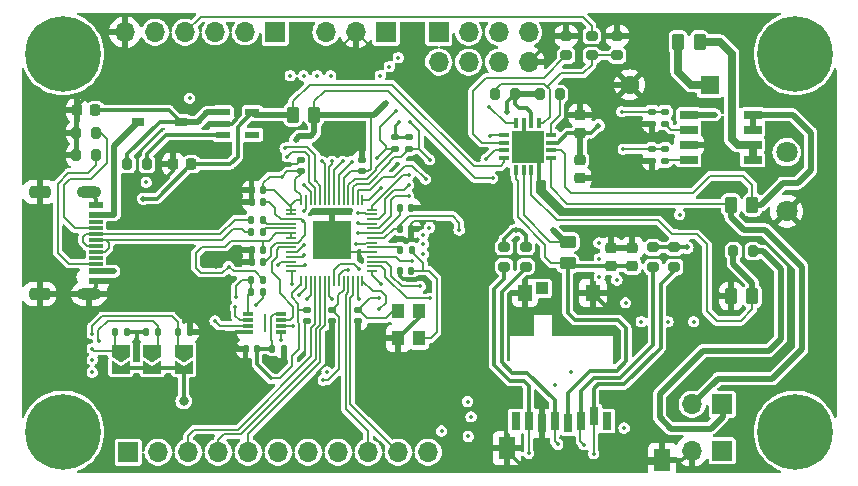
<source format=gtl>
%TF.GenerationSoftware,KiCad,Pcbnew,7.0.10*%
%TF.CreationDate,2024-04-09T11:26:47+02:00*%
%TF.ProjectId,SolarCurveTracer,536f6c61-7243-4757-9276-655472616365,v1.0*%
%TF.SameCoordinates,Original*%
%TF.FileFunction,Copper,L1,Top*%
%TF.FilePolarity,Positive*%
%FSLAX46Y46*%
G04 Gerber Fmt 4.6, Leading zero omitted, Abs format (unit mm)*
G04 Created by KiCad (PCBNEW 7.0.10) date 2024-04-09 11:26:47*
%MOMM*%
%LPD*%
G01*
G04 APERTURE LIST*
G04 Aperture macros list*
%AMRoundRect*
0 Rectangle with rounded corners*
0 $1 Rounding radius*
0 $2 $3 $4 $5 $6 $7 $8 $9 X,Y pos of 4 corners*
0 Add a 4 corners polygon primitive as box body*
4,1,4,$2,$3,$4,$5,$6,$7,$8,$9,$2,$3,0*
0 Add four circle primitives for the rounded corners*
1,1,$1+$1,$2,$3*
1,1,$1+$1,$4,$5*
1,1,$1+$1,$6,$7*
1,1,$1+$1,$8,$9*
0 Add four rect primitives between the rounded corners*
20,1,$1+$1,$2,$3,$4,$5,0*
20,1,$1+$1,$4,$5,$6,$7,0*
20,1,$1+$1,$6,$7,$8,$9,0*
20,1,$1+$1,$8,$9,$2,$3,0*%
%AMFreePoly0*
4,1,6,1.000000,0.000000,0.500000,-0.750000,-0.500000,-0.750000,-0.500000,0.750000,0.500000,0.750000,1.000000,0.000000,1.000000,0.000000,$1*%
%AMFreePoly1*
4,1,6,0.500000,-0.750000,-0.650000,-0.750000,-0.150000,0.000000,-0.650000,0.750000,0.500000,0.750000,0.500000,-0.750000,0.500000,-0.750000,$1*%
G04 Aperture macros list end*
%TA.AperFunction,SMDPad,CuDef*%
%ADD10RoundRect,0.135000X-0.135000X-0.185000X0.135000X-0.185000X0.135000X0.185000X-0.135000X0.185000X0*%
%TD*%
%TA.AperFunction,SMDPad,CuDef*%
%ADD11R,1.050000X1.300000*%
%TD*%
%TA.AperFunction,SMDPad,CuDef*%
%ADD12RoundRect,0.200000X-0.200000X-0.275000X0.200000X-0.275000X0.200000X0.275000X-0.200000X0.275000X0*%
%TD*%
%TA.AperFunction,SMDPad,CuDef*%
%ADD13RoundRect,0.135000X0.185000X-0.135000X0.185000X0.135000X-0.185000X0.135000X-0.185000X-0.135000X0*%
%TD*%
%TA.AperFunction,SMDPad,CuDef*%
%ADD14RoundRect,0.200000X0.275000X-0.200000X0.275000X0.200000X-0.275000X0.200000X-0.275000X-0.200000X0*%
%TD*%
%TA.AperFunction,SMDPad,CuDef*%
%ADD15RoundRect,0.225000X0.250000X-0.225000X0.250000X0.225000X-0.250000X0.225000X-0.250000X-0.225000X0*%
%TD*%
%TA.AperFunction,SMDPad,CuDef*%
%ADD16RoundRect,0.140000X-0.140000X-0.170000X0.140000X-0.170000X0.140000X0.170000X-0.140000X0.170000X0*%
%TD*%
%TA.AperFunction,SMDPad,CuDef*%
%ADD17RoundRect,0.140000X0.140000X0.170000X-0.140000X0.170000X-0.140000X-0.170000X0.140000X-0.170000X0*%
%TD*%
%TA.AperFunction,SMDPad,CuDef*%
%ADD18RoundRect,0.200000X0.200000X0.275000X-0.200000X0.275000X-0.200000X-0.275000X0.200000X-0.275000X0*%
%TD*%
%TA.AperFunction,SMDPad,CuDef*%
%ADD19RoundRect,0.250000X0.262500X0.450000X-0.262500X0.450000X-0.262500X-0.450000X0.262500X-0.450000X0*%
%TD*%
%TA.AperFunction,SMDPad,CuDef*%
%ADD20RoundRect,0.135000X0.135000X0.185000X-0.135000X0.185000X-0.135000X-0.185000X0.135000X-0.185000X0*%
%TD*%
%TA.AperFunction,SMDPad,CuDef*%
%ADD21R,0.900000X0.300000*%
%TD*%
%TA.AperFunction,SMDPad,CuDef*%
%ADD22R,0.250000X1.650000*%
%TD*%
%TA.AperFunction,SMDPad,CuDef*%
%ADD23RoundRect,0.140000X-0.170000X0.140000X-0.170000X-0.140000X0.170000X-0.140000X0.170000X0.140000X0*%
%TD*%
%TA.AperFunction,SMDPad,CuDef*%
%ADD24FreePoly0,270.000000*%
%TD*%
%TA.AperFunction,SMDPad,CuDef*%
%ADD25FreePoly1,270.000000*%
%TD*%
%TA.AperFunction,SMDPad,CuDef*%
%ADD26R,1.150000X0.600000*%
%TD*%
%TA.AperFunction,SMDPad,CuDef*%
%ADD27R,1.150000X0.300000*%
%TD*%
%TA.AperFunction,ComponentPad*%
%ADD28O,2.100000X1.000000*%
%TD*%
%TA.AperFunction,ComponentPad*%
%ADD29RoundRect,0.250000X-0.650000X0.250000X-0.650000X-0.250000X0.650000X-0.250000X0.650000X0.250000X0*%
%TD*%
%TA.AperFunction,ComponentPad*%
%ADD30C,6.400000*%
%TD*%
%TA.AperFunction,SMDPad,CuDef*%
%ADD31RoundRect,0.250000X-0.450000X0.262500X-0.450000X-0.262500X0.450000X-0.262500X0.450000X0.262500X0*%
%TD*%
%TA.AperFunction,SMDPad,CuDef*%
%ADD32RoundRect,0.225000X-0.250000X0.225000X-0.250000X-0.225000X0.250000X-0.225000X0.250000X0.225000X0*%
%TD*%
%TA.AperFunction,SMDPad,CuDef*%
%ADD33RoundRect,0.250000X-0.262500X-0.450000X0.262500X-0.450000X0.262500X0.450000X-0.262500X0.450000X0*%
%TD*%
%TA.AperFunction,SMDPad,CuDef*%
%ADD34R,1.525000X0.700000*%
%TD*%
%TA.AperFunction,SMDPad,CuDef*%
%ADD35RoundRect,0.225000X0.225000X0.250000X-0.225000X0.250000X-0.225000X-0.250000X0.225000X-0.250000X0*%
%TD*%
%TA.AperFunction,SMDPad,CuDef*%
%ADD36RoundRect,0.050000X0.050000X-0.387500X0.050000X0.387500X-0.050000X0.387500X-0.050000X-0.387500X0*%
%TD*%
%TA.AperFunction,SMDPad,CuDef*%
%ADD37RoundRect,0.050000X0.387500X-0.050000X0.387500X0.050000X-0.387500X0.050000X-0.387500X-0.050000X0*%
%TD*%
%TA.AperFunction,SMDPad,CuDef*%
%ADD38R,3.200000X3.200000*%
%TD*%
%TA.AperFunction,SMDPad,CuDef*%
%ADD39RoundRect,0.140000X0.170000X-0.140000X0.170000X0.140000X-0.170000X0.140000X-0.170000X-0.140000X0*%
%TD*%
%TA.AperFunction,SMDPad,CuDef*%
%ADD40R,0.350000X0.850000*%
%TD*%
%TA.AperFunction,SMDPad,CuDef*%
%ADD41R,0.850000X0.350000*%
%TD*%
%TA.AperFunction,SMDPad,CuDef*%
%ADD42R,2.700000X2.700000*%
%TD*%
%TA.AperFunction,SMDPad,CuDef*%
%ADD43R,1.400000X1.900000*%
%TD*%
%TA.AperFunction,SMDPad,CuDef*%
%ADD44R,1.200000X1.400000*%
%TD*%
%TA.AperFunction,SMDPad,CuDef*%
%ADD45R,1.300000X1.400000*%
%TD*%
%TA.AperFunction,SMDPad,CuDef*%
%ADD46R,0.800000X1.500000*%
%TD*%
%TA.AperFunction,SMDPad,CuDef*%
%ADD47R,1.000000X1.040000*%
%TD*%
%TA.AperFunction,SMDPad,CuDef*%
%ADD48RoundRect,0.200000X-0.275000X0.200000X-0.275000X-0.200000X0.275000X-0.200000X0.275000X0.200000X0*%
%TD*%
%TA.AperFunction,SMDPad,CuDef*%
%ADD49RoundRect,0.135000X-0.185000X0.135000X-0.185000X-0.135000X0.185000X-0.135000X0.185000X0.135000X0*%
%TD*%
%TA.AperFunction,SMDPad,CuDef*%
%ADD50R,1.200000X0.600000*%
%TD*%
%TA.AperFunction,SMDPad,CuDef*%
%ADD51R,1.050000X0.750000*%
%TD*%
%TA.AperFunction,ComponentPad*%
%ADD52C,1.803400*%
%TD*%
%TA.AperFunction,ComponentPad*%
%ADD53R,1.700000X1.700000*%
%TD*%
%TA.AperFunction,ComponentPad*%
%ADD54O,1.700000X1.700000*%
%TD*%
%TA.AperFunction,ComponentPad*%
%ADD55R,1.600000X1.600000*%
%TD*%
%TA.AperFunction,ComponentPad*%
%ADD56C,1.600000*%
%TD*%
%TA.AperFunction,ViaPad*%
%ADD57C,0.350000*%
%TD*%
%TA.AperFunction,ViaPad*%
%ADD58C,0.500000*%
%TD*%
%TA.AperFunction,ViaPad*%
%ADD59C,0.800000*%
%TD*%
%TA.AperFunction,Conductor*%
%ADD60C,0.200000*%
%TD*%
%TA.AperFunction,Conductor*%
%ADD61C,0.300000*%
%TD*%
%TA.AperFunction,Conductor*%
%ADD62C,0.500000*%
%TD*%
%TA.AperFunction,Conductor*%
%ADD63C,0.250000*%
%TD*%
%TA.AperFunction,Conductor*%
%ADD64C,0.700000*%
%TD*%
G04 APERTURE END LIST*
D10*
%TO.P,R703,1*%
%TO.N,/MCP_A2*%
X128014000Y-110109000D03*
%TO.P,R703,2*%
%TO.N,GND*%
X129034000Y-110109000D03*
%TD*%
D11*
%TO.P,Y201,1,1*%
%TO.N,Net-(C201-Pad1)*%
X148449000Y-110624000D03*
%TO.P,Y201,2,2*%
%TO.N,GND*%
X148449000Y-108324000D03*
%TO.P,Y201,3,3*%
%TO.N,Net-(IC201-XOUT)*%
X146699000Y-108324000D03*
%TO.P,Y201,4,4*%
%TO.N,GND*%
X146699000Y-110624000D03*
%TD*%
D12*
%TO.P,R403,1*%
%TO.N,Net-(IC401-SLOW{slash}~{ALERT})*%
X154902400Y-89941400D03*
%TO.P,R403,2*%
%TO.N,+3.3V*%
X156552400Y-89941400D03*
%TD*%
D13*
%TO.P,R001,1*%
%TO.N,/GPIO20{slash}I2C0_SDA*%
X147574000Y-94617000D03*
%TO.P,R001,2*%
%TO.N,+3.3V*%
X147574000Y-93597000D03*
%TD*%
D14*
%TO.P,R304,1*%
%TO.N,/GPIO19{slash}SPI0_TX*%
X168275000Y-104584000D03*
%TO.P,R304,2*%
%TO.N,+3.3V*%
X168275000Y-102934000D03*
%TD*%
D10*
%TO.P,R701,1*%
%TO.N,/MCP_A0*%
X122680000Y-110109000D03*
%TO.P,R701,2*%
%TO.N,GND*%
X123700000Y-110109000D03*
%TD*%
D13*
%TO.P,R007,1*%
%TO.N,GND*%
X168148000Y-92458000D03*
%TO.P,R007,2*%
%TO.N,/SW1_CONTROL*%
X168148000Y-91438000D03*
%TD*%
D15*
%TO.P,C402,1*%
%TO.N,+3.3V*%
X162077400Y-93256400D03*
%TO.P,C402,2*%
%TO.N,GND*%
X162077400Y-91706400D03*
%TD*%
D16*
%TO.P,C214,1*%
%TO.N,+3.3V*%
X136017000Y-111506000D03*
%TO.P,C214,2*%
%TO.N,GND*%
X136977000Y-111506000D03*
%TD*%
D10*
%TO.P,R203,1*%
%TO.N,Net-(IC201-XIN)*%
X146810000Y-103124000D03*
%TO.P,R203,2*%
%TO.N,Net-(C201-Pad1)*%
X147830000Y-103124000D03*
%TD*%
D17*
%TO.P,C201,1*%
%TO.N,Net-(C201-Pad1)*%
X147800000Y-104902000D03*
%TO.P,C201,2*%
%TO.N,GND*%
X146840000Y-104902000D03*
%TD*%
D18*
%TO.P,R004,1*%
%TO.N,/PV_POS*%
X176720000Y-103251000D03*
%TO.P,R004,2*%
%TO.N,/PAC_SEN1_P*%
X175070000Y-103251000D03*
%TD*%
D19*
%TO.P,RCD1,1*%
%TO.N,/CAP_DIS_R_IN*%
X172210100Y-85547200D03*
%TO.P,RCD1,2*%
%TO.N,/LOAD_IN3*%
X170385100Y-85547200D03*
%TD*%
D17*
%TO.P,C210,1*%
%TO.N,/RP2040/MCU_1V1*%
X135225000Y-99060000D03*
%TO.P,C210,2*%
%TO.N,GND*%
X134265000Y-99060000D03*
%TD*%
D20*
%TO.P,R201,1*%
%TO.N,/MCU_USB_D+*%
X135257000Y-101600000D03*
%TO.P,R201,2*%
%TO.N,/USB_D+*%
X134237000Y-101600000D03*
%TD*%
D14*
%TO.P,R302,1*%
%TO.N,/GPIO17{slash}SPI0_CS*%
X170053000Y-104584000D03*
%TO.P,R302,2*%
%TO.N,+3.3V*%
X170053000Y-102934000D03*
%TD*%
D21*
%TO.P,IC202,1,~{CS}*%
%TO.N,/RP2040/MCU_QSPI_SS*%
X133982000Y-108597000D03*
%TO.P,IC202,2,DO(IO1)*%
%TO.N,/RP2040/MCU_QSPI_SD1*%
X133982000Y-109097000D03*
%TO.P,IC202,3,IO2*%
%TO.N,/RP2040/MCU_QSPI_SD2*%
X133982000Y-109597000D03*
%TO.P,IC202,4,GND*%
%TO.N,GND*%
X133982000Y-110097000D03*
%TO.P,IC202,5,DI(IO0)*%
%TO.N,/RP2040/MCU_QSPI_SD0*%
X136782000Y-110097000D03*
%TO.P,IC202,6,CLK*%
%TO.N,/RP2040/MCU_QSPI_SCLK*%
X136782000Y-109597000D03*
%TO.P,IC202,7,IO3*%
%TO.N,/RP2040/MCU_QSPI_SD3*%
X136782000Y-109097000D03*
%TO.P,IC202,8,VCC*%
%TO.N,+3.3V*%
X136782000Y-108597000D03*
D22*
%TO.P,IC202,9,EP*%
%TO.N,unconnected-(IC202-EP-Pad9)*%
X135382000Y-109347000D03*
%TD*%
D23*
%TO.P,C203,1*%
%TO.N,+3.3V*%
X141097000Y-108232000D03*
%TO.P,C203,2*%
%TO.N,GND*%
X141097000Y-109192000D03*
%TD*%
D24*
%TO.P,AH0,1,A*%
%TO.N,/MCP_A0*%
X123190000Y-111670000D03*
D25*
%TO.P,AH0,2,B*%
%TO.N,+3.3V*%
X123190000Y-113120000D03*
%TD*%
D26*
%TO.P,J101,A1_B12,GND*%
%TO.N,GND*%
X121087000Y-99350000D03*
%TO.P,J101,A4_B9,VBUS*%
%TO.N,Net-(D101-A)*%
X121087000Y-100150000D03*
D27*
%TO.P,J101,A5,CC1*%
%TO.N,Net-(J101-CC1)*%
X121087000Y-101300000D03*
%TO.P,J101,A6,DP1*%
%TO.N,/USB_D+*%
X121087000Y-102300000D03*
%TO.P,J101,A7,DN1*%
%TO.N,/USB_D-*%
X121087000Y-102800000D03*
%TO.P,J101,A8,SBU1*%
%TO.N,unconnected-(J101-SBU1-PadA8)*%
X121087000Y-103800000D03*
D26*
%TO.P,J101,B1_A12,GND__1*%
%TO.N,GND*%
X121087000Y-105750000D03*
%TO.P,J101,B4_A9,VBUS__1*%
%TO.N,Net-(D101-A)*%
X121087000Y-104950000D03*
D27*
%TO.P,J101,B5,CC2*%
%TO.N,Net-(J101-CC2)*%
X121087000Y-104300000D03*
%TO.P,J101,B6,DP2*%
%TO.N,/USB_D+*%
X121087000Y-103300000D03*
%TO.P,J101,B7,DN2*%
%TO.N,/USB_D-*%
X121087000Y-101800000D03*
%TO.P,J101,B8,SBU2*%
%TO.N,unconnected-(J101-SBU2-PadB8)*%
X121087000Y-100800000D03*
D28*
%TO.P,J101,SH1,SHELL_GND*%
%TO.N,GND*%
X120512000Y-98230000D03*
%TO.P,J101,SH2,SHELL_GND__1*%
X120512000Y-106870000D03*
D29*
%TO.P,J101,SH3,SHELL_GND__2*%
X116332000Y-98230000D03*
%TO.P,J101,SH4,SHELL_GND__3*%
X116332000Y-106870000D03*
%TD*%
D30*
%TO.P,H2,1,1*%
%TO.N,unconnected-(H2-Pad1)*%
X118300000Y-86550000D03*
%TD*%
D24*
%TO.P,AH1,1,A*%
%TO.N,/MCP_A1*%
X125857000Y-111670000D03*
D25*
%TO.P,AH1,2,B*%
%TO.N,+3.3V*%
X125857000Y-113120000D03*
%TD*%
D14*
%TO.P,R303,1*%
%TO.N,/GPIO18{slash}SPI0_SCK*%
X157480000Y-104558600D03*
%TO.P,R303,2*%
%TO.N,+3.3V*%
X157480000Y-102908600D03*
%TD*%
D30*
%TO.P,H4,1,1*%
%TO.N,unconnected-(H4-Pad1)*%
X180300000Y-86550000D03*
%TD*%
D31*
%TO.P,Rs04,1*%
%TO.N,+3.3V*%
X161036000Y-102465500D03*
%TO.P,Rs04,2*%
%TO.N,/PAC_SEN4_N*%
X161036000Y-104290500D03*
%TD*%
D18*
%TO.P,R402,1*%
%TO.N,Net-(IC401-~{PWRDN})*%
X160362400Y-89941400D03*
%TO.P,R402,2*%
%TO.N,+3.3V*%
X158712400Y-89941400D03*
%TD*%
D24*
%TO.P,AH2,1,A*%
%TO.N,/MCP_A2*%
X128524000Y-111670000D03*
D25*
%TO.P,AH2,2,B*%
%TO.N,+3.3V*%
X128524000Y-113120000D03*
%TD*%
D23*
%TO.P,C202,1*%
%TO.N,Net-(IC201-XOUT)*%
X143256000Y-108232000D03*
%TO.P,C202,2*%
%TO.N,GND*%
X143256000Y-109192000D03*
%TD*%
D30*
%TO.P,H3,1,1*%
%TO.N,unconnected-(H3-Pad1)*%
X118300000Y-118550000D03*
%TD*%
D32*
%TO.P,C401,1*%
%TO.N,+3.3V*%
X162077400Y-95516400D03*
%TO.P,C401,2*%
%TO.N,GND*%
X162077400Y-97066400D03*
%TD*%
D33*
%TO.P,Rs02,1*%
%TO.N,/PAC_SEN2_P*%
X174855500Y-99314000D03*
%TO.P,Rs02,2*%
%TO.N,/PAC_SEN2_N*%
X176680500Y-99314000D03*
%TD*%
D16*
%TO.P,C205,1*%
%TO.N,+3.3V*%
X146840000Y-101346000D03*
%TO.P,C205,2*%
%TO.N,GND*%
X147800000Y-101346000D03*
%TD*%
D12*
%TO.P,R101,1*%
%TO.N,GND*%
X119444000Y-93218000D03*
%TO.P,R101,2*%
%TO.N,Net-(J101-CC1)*%
X121094000Y-93218000D03*
%TD*%
D19*
%TO.P,Rs01,1*%
%TO.N,/PAC_SEN1_P*%
X176680500Y-107061000D03*
%TO.P,Rs01,2*%
%TO.N,GND*%
X174855500Y-107061000D03*
%TD*%
D34*
%TO.P,Q001,1,S1*%
%TO.N,/LOAD_IN*%
X171278000Y-91694000D03*
%TO.P,Q001,2,G1*%
%TO.N,/SW1_G*%
X171278000Y-92964000D03*
%TO.P,Q001,3,S2*%
%TO.N,GND*%
X171278000Y-94234000D03*
%TO.P,Q001,4,G2*%
%TO.N,/SW2_G*%
X171278000Y-95504000D03*
%TO.P,Q001,5,D2_1*%
%TO.N,/CAP_DIS_R_IN*%
X176702000Y-95504000D03*
%TO.P,Q001,6,D2_2*%
X176702000Y-94234000D03*
%TO.P,Q001,7,D1_1*%
%TO.N,/PAC_SEN2_N*%
X176702000Y-92964000D03*
%TO.P,Q001,8,D1_2*%
X176702000Y-91694000D03*
%TD*%
D15*
%TO.P,C301,1*%
%TO.N,/PAC_SEN4_N*%
X164719000Y-104534000D03*
%TO.P,C301,2*%
%TO.N,GND*%
X164719000Y-102984000D03*
%TD*%
D14*
%TO.P,R404,1*%
%TO.N,Net-(IC401-SLOW{slash}~{ALERT})*%
X163068000Y-86677000D03*
%TO.P,R404,2*%
%TO.N,/GPIO29{slash}ADC3*%
X163068000Y-85027000D03*
%TD*%
D23*
%TO.P,C204,1*%
%TO.N,+3.3V*%
X138938000Y-108232000D03*
%TO.P,C204,2*%
%TO.N,GND*%
X138938000Y-109192000D03*
%TD*%
D13*
%TO.P,R006,1*%
%TO.N,/SW2_G*%
X169291000Y-95633000D03*
%TO.P,R006,2*%
%TO.N,/SW2_CONTROL*%
X169291000Y-94613000D03*
%TD*%
D35*
%TO.P,C102,1*%
%TO.N,/PAC_SEN3_P*%
X129172000Y-95885000D03*
%TO.P,C102,2*%
%TO.N,GND*%
X127622000Y-95885000D03*
%TD*%
D13*
%TO.P,R005,1*%
%TO.N,/SW1_G*%
X169291000Y-92458000D03*
%TO.P,R005,2*%
%TO.N,/SW1_CONTROL*%
X169291000Y-91438000D03*
%TD*%
D35*
%TO.P,C101,1*%
%TO.N,Net-(D101-K)*%
X121044000Y-91313000D03*
%TO.P,C101,2*%
%TO.N,GND*%
X119494000Y-91313000D03*
%TD*%
D36*
%TO.P,IC201,1,IOVDD*%
%TO.N,+3.3V*%
X138459000Y-105761500D03*
%TO.P,IC201,2,GPIO0*%
%TO.N,/RP2040/MCU_GPIO0*%
X138859000Y-105761500D03*
%TO.P,IC201,3,GPIO1*%
%TO.N,/RP2040/MCU_GPIO1*%
X139259000Y-105761500D03*
%TO.P,IC201,4,GPIO2*%
%TO.N,/RP2040/MCU_GPIO2*%
X139659000Y-105761500D03*
%TO.P,IC201,5,GPIO3*%
%TO.N,/RP2040/MCU_GPIO3*%
X140059000Y-105761500D03*
%TO.P,IC201,6,GPIO4*%
%TO.N,/RP2040/MCU_GPIO4*%
X140459000Y-105761500D03*
%TO.P,IC201,7,GPIO5*%
%TO.N,/RP2040/MCU_GPIO5*%
X140859000Y-105761500D03*
%TO.P,IC201,8,GPIO6*%
%TO.N,/RP2040/MCU_GPIO6*%
X141259000Y-105761500D03*
%TO.P,IC201,9,GPIO7*%
%TO.N,/RP2040/MCU_GPIO7*%
X141659000Y-105761500D03*
%TO.P,IC201,10,IOVDD*%
%TO.N,+3.3V*%
X142059000Y-105761500D03*
%TO.P,IC201,11,GPIO8*%
%TO.N,/RP2040/MCU_GPIO8*%
X142459000Y-105761500D03*
%TO.P,IC201,12,GPIO9*%
%TO.N,/RP2040/MCU_GPIO9*%
X142859000Y-105761500D03*
%TO.P,IC201,13,GPIO10*%
%TO.N,/RP2040/MCU_GPIO10*%
X143259000Y-105761500D03*
%TO.P,IC201,14,GPIO11*%
%TO.N,/RP2040/MCU_GPIO11*%
X143659000Y-105761500D03*
D37*
%TO.P,IC201,15,GPIO12*%
%TO.N,/RP2040/MCU_GPIO12*%
X144496500Y-104924000D03*
%TO.P,IC201,16,GPIO13*%
%TO.N,/RP2040/MCU_GPIO13*%
X144496500Y-104524000D03*
%TO.P,IC201,17,GPIO14*%
%TO.N,/SW1_CONTROL*%
X144496500Y-104124000D03*
%TO.P,IC201,18,GPIO15*%
%TO.N,/SW2_CONTROL*%
X144496500Y-103724000D03*
%TO.P,IC201,19,TESTEN*%
%TO.N,GND*%
X144496500Y-103324000D03*
%TO.P,IC201,20,XIN*%
%TO.N,Net-(IC201-XIN)*%
X144496500Y-102924000D03*
%TO.P,IC201,21,XOUT*%
%TO.N,Net-(IC201-XOUT)*%
X144496500Y-102524000D03*
%TO.P,IC201,22,IOVDD*%
%TO.N,+3.3V*%
X144496500Y-102124000D03*
%TO.P,IC201,23,DVDD*%
%TO.N,/RP2040/MCU_1V1*%
X144496500Y-101724000D03*
%TO.P,IC201,24,SWCLK*%
%TO.N,/RP2040/SWCLK*%
X144496500Y-101324000D03*
%TO.P,IC201,25,SWD*%
%TO.N,/RP2040/SWDIO*%
X144496500Y-100924000D03*
%TO.P,IC201,26,RUN*%
%TO.N,/RP2040/MCU_RUN*%
X144496500Y-100524000D03*
%TO.P,IC201,27,GPIO16*%
%TO.N,/GPIO16{slash}SPI0_RX*%
X144496500Y-100124000D03*
%TO.P,IC201,28,GPIO17*%
%TO.N,/GPIO17{slash}SPI0_CS*%
X144496500Y-99724000D03*
D36*
%TO.P,IC201,29,GPIO18*%
%TO.N,/GPIO18{slash}SPI0_SCK*%
X143659000Y-98886500D03*
%TO.P,IC201,30,GPIO19*%
%TO.N,/GPIO19{slash}SPI0_TX*%
X143259000Y-98886500D03*
%TO.P,IC201,31,GPIO20*%
%TO.N,/GPIO20{slash}I2C0_SDA*%
X142859000Y-98886500D03*
%TO.P,IC201,32,GPIO21*%
%TO.N,/GPIO21{slash}I2C0_SCL*%
X142459000Y-98886500D03*
%TO.P,IC201,33,IOVDD*%
%TO.N,+3.3V*%
X142059000Y-98886500D03*
%TO.P,IC201,34,GPIO22*%
%TO.N,/TMP_ALERT*%
X141659000Y-98886500D03*
%TO.P,IC201,35,GPIO23*%
%TO.N,/RP2040/MCU_GPIO23*%
X141259000Y-98886500D03*
%TO.P,IC201,36,GPIO24*%
%TO.N,/RP2040/MCU_GPIO24*%
X140859000Y-98886500D03*
%TO.P,IC201,37,GPIO25*%
%TO.N,/RP2040/MCU_GPIO25*%
X140459000Y-98886500D03*
%TO.P,IC201,38,GPIO26_ADC0*%
%TO.N,/RP2040/MCU_ADC0*%
X140059000Y-98886500D03*
%TO.P,IC201,39,GPIO27_ADC1*%
%TO.N,/RP2040/MCU_ADC1*%
X139659000Y-98886500D03*
%TO.P,IC201,40,GPIO28_ADC2*%
%TO.N,/RP2040/MCU_ADC2*%
X139259000Y-98886500D03*
%TO.P,IC201,41,GPIO29_ADC3*%
%TO.N,/GPIO29{slash}ADC3*%
X138859000Y-98886500D03*
%TO.P,IC201,42,IOVDD*%
%TO.N,+3.3V*%
X138459000Y-98886500D03*
D37*
%TO.P,IC201,43,ADC_AVDD*%
X137621500Y-99724000D03*
%TO.P,IC201,44,VREG_IN*%
X137621500Y-100124000D03*
%TO.P,IC201,45,VREG_VOUT*%
%TO.N,/RP2040/MCU_1V1*%
X137621500Y-100524000D03*
%TO.P,IC201,46,USB_DM*%
%TO.N,/MCU_USB_D-*%
X137621500Y-100924000D03*
%TO.P,IC201,47,USB_DP*%
%TO.N,/MCU_USB_D+*%
X137621500Y-101324000D03*
%TO.P,IC201,48,USB_VDD*%
%TO.N,+3.3V*%
X137621500Y-101724000D03*
%TO.P,IC201,49,IOVDD*%
X137621500Y-102124000D03*
%TO.P,IC201,50,DVDD*%
%TO.N,/RP2040/MCU_1V1*%
X137621500Y-102524000D03*
%TO.P,IC201,51,QSPI_SD3*%
%TO.N,/RP2040/MCU_QSPI_SD3*%
X137621500Y-102924000D03*
%TO.P,IC201,52,QSPI_SCLK*%
%TO.N,/RP2040/MCU_QSPI_SCLK*%
X137621500Y-103324000D03*
%TO.P,IC201,53,QSPI_SD0*%
%TO.N,/RP2040/MCU_QSPI_SD0*%
X137621500Y-103724000D03*
%TO.P,IC201,54,QSPI_SD2*%
%TO.N,/RP2040/MCU_QSPI_SD2*%
X137621500Y-104124000D03*
%TO.P,IC201,55,QSPI_SD1*%
%TO.N,/RP2040/MCU_QSPI_SD1*%
X137621500Y-104524000D03*
%TO.P,IC201,56,QSPI_SS*%
%TO.N,/RP2040/MCU_QSPI_SS*%
X137621500Y-104924000D03*
D38*
%TO.P,IC201,57,GND*%
%TO.N,GND*%
X141059000Y-102324000D03*
%TD*%
D13*
%TO.P,R002,1*%
%TO.N,/GPIO21{slash}I2C0_SCL*%
X146431000Y-94617000D03*
%TO.P,R002,2*%
%TO.N,+3.3V*%
X146431000Y-93597000D03*
%TD*%
D20*
%TO.P,R209,1*%
%TO.N,+3.3V*%
X135257000Y-105664000D03*
%TO.P,R209,2*%
%TO.N,/RP2040/MCU_QSPI_SS*%
X134237000Y-105664000D03*
%TD*%
D39*
%TO.P,C207,1*%
%TO.N,+3.3V*%
X143637000Y-96492000D03*
%TO.P,C207,2*%
%TO.N,GND*%
X143637000Y-95532000D03*
%TD*%
D14*
%TO.P,R4A1,1*%
%TO.N,/PAC1934/ADDRSEL*%
X160909000Y-86677000D03*
%TO.P,R4A1,2*%
%TO.N,GND*%
X160909000Y-85027000D03*
%TD*%
D40*
%TO.P,IC401,1,SLOW/~{ALERT}*%
%TO.N,Net-(IC401-SLOW{slash}~{ALERT})*%
X158607400Y-92436400D03*
%TO.P,IC401,2,VDD*%
%TO.N,+3.3V*%
X157957400Y-92436400D03*
%TO.P,IC401,3,GND_1*%
%TO.N,GND*%
X157307400Y-92436400D03*
%TO.P,IC401,4,SM_CLK*%
%TO.N,/GPIO21{slash}I2C0_SCL*%
X156657400Y-92436400D03*
D41*
%TO.P,IC401,5,SM_DATA*%
%TO.N,/GPIO20{slash}I2C0_SDA*%
X155682400Y-93411400D03*
%TO.P,IC401,6,ADDRSEL*%
%TO.N,/PAC1934/ADDRSEL*%
X155682400Y-94061400D03*
%TO.P,IC401,7,SENSE3-*%
%TO.N,+3.3V*%
X155682400Y-94711400D03*
%TO.P,IC401,8,SENSE3+*%
%TO.N,/PAC_SEN3_P*%
X155682400Y-95361400D03*
D40*
%TO.P,IC401,9,SENSE4-*%
%TO.N,/PAC_SEN4_N*%
X156657400Y-96336400D03*
%TO.P,IC401,10,SENSE4+*%
%TO.N,+3.3V*%
X157307400Y-96336400D03*
%TO.P,IC401,11,SENSE1+*%
%TO.N,/PAC_SEN1_P*%
X157957400Y-96336400D03*
%TO.P,IC401,12,SENSE1-*%
%TO.N,GND*%
X158607400Y-96336400D03*
D41*
%TO.P,IC401,13,SENSE2+*%
%TO.N,/PAC_SEN2_P*%
X159582400Y-95361400D03*
%TO.P,IC401,14,SENSE2-*%
%TO.N,/PAC_SEN2_N*%
X159582400Y-94711400D03*
%TO.P,IC401,15,VDD_I/O*%
%TO.N,+3.3V*%
X159582400Y-94061400D03*
%TO.P,IC401,16,~{PWRDN}*%
%TO.N,Net-(IC401-~{PWRDN})*%
X159582400Y-93411400D03*
D42*
%TO.P,IC401,17,GND_2*%
%TO.N,GND*%
X157632400Y-94386400D03*
%TD*%
D17*
%TO.P,C208,1*%
%TO.N,+3.3V*%
X135227000Y-103124000D03*
%TO.P,C208,2*%
%TO.N,GND*%
X134267000Y-103124000D03*
%TD*%
%TO.P,C211,1*%
%TO.N,/RP2040/MCU_1V1*%
X135225000Y-104140000D03*
%TO.P,C211,2*%
%TO.N,GND*%
X134265000Y-104140000D03*
%TD*%
D30*
%TO.P,H1,1,1*%
%TO.N,unconnected-(H1-Pad1)*%
X180300000Y-118550000D03*
%TD*%
D39*
%TO.P,C206,1*%
%TO.N,+3.3V*%
X138430000Y-96492000D03*
%TO.P,C206,2*%
%TO.N,GND*%
X138430000Y-95532000D03*
%TD*%
D20*
%TO.P,R208,1*%
%TO.N,Net-(R208-Pad1)*%
X135257000Y-106680000D03*
%TO.P,R208,2*%
%TO.N,/RP2040/MCU_QSPI_SS*%
X134237000Y-106680000D03*
%TD*%
D17*
%TO.P,C209,1*%
%TO.N,+3.3V*%
X135225000Y-98044000D03*
%TO.P,C209,2*%
%TO.N,GND*%
X134265000Y-98044000D03*
%TD*%
D14*
%TO.P,R301,1*%
%TO.N,/GPIO16{slash}SPI0_RX*%
X155651200Y-104558600D03*
%TO.P,R301,2*%
%TO.N,+3.3V*%
X155651200Y-102908600D03*
%TD*%
D43*
%TO.P,J301,G1,SHIELD_GND*%
%TO.N,GND*%
X155883400Y-119920200D03*
%TO.P,J301,G2,SHIELD_GND*%
X169033400Y-120920200D03*
D44*
%TO.P,J301,G3,SHIELD_GND*%
X157423400Y-106770200D03*
D45*
%TO.P,J301,G4,SHIELD_GND*%
X163173400Y-106770200D03*
D46*
%TO.P,J301,P1,DAT2*%
%TO.N,unconnected-(J301-DAT2-PadP1)*%
X164363400Y-117630200D03*
%TO.P,J301,P2,DAT3/CS*%
%TO.N,/GPIO17{slash}SPI0_CS*%
X163263400Y-117230200D03*
%TO.P,J301,P3,CMD/MOSI*%
%TO.N,/GPIO19{slash}SPI0_TX*%
X162163400Y-117630200D03*
%TO.P,J301,P4,VDD*%
%TO.N,/PAC_SEN4_N*%
X161063400Y-117830200D03*
%TO.P,J301,P5,CLK/SCK*%
%TO.N,/GPIO18{slash}SPI0_SCK*%
X159963400Y-117630200D03*
%TO.P,J301,P6,VSS/GND*%
%TO.N,GND*%
X158863400Y-117830200D03*
%TO.P,J301,P7,DAT0/MISO*%
%TO.N,/GPIO16{slash}SPI0_RX*%
X157763400Y-117630200D03*
%TO.P,J301,P8,DAT1*%
%TO.N,unconnected-(J301-DAT1-PadP8)*%
X156663400Y-117630200D03*
D47*
%TO.P,J301,P9,CD_PIN*%
%TO.N,unconnected-(J301-CD_PIN-PadP9)*%
X158873400Y-106400200D03*
%TD*%
D16*
%TO.P,C212,1*%
%TO.N,/RP2040/MCU_1V1*%
X146840000Y-99568000D03*
%TO.P,C212,2*%
%TO.N,GND*%
X147800000Y-99568000D03*
%TD*%
D12*
%TO.P,R102,1*%
%TO.N,GND*%
X119444000Y-95123000D03*
%TO.P,R102,2*%
%TO.N,Net-(J101-CC2)*%
X121094000Y-95123000D03*
%TD*%
D48*
%TO.P,R405,1*%
%TO.N,GND*%
X165227000Y-85027000D03*
%TO.P,R405,2*%
%TO.N,Net-(IC401-SLOW{slash}~{ALERT})*%
X165227000Y-86677000D03*
%TD*%
D33*
%TO.P,Rs03,1*%
%TO.N,/PAC_SEN3_P*%
X137771500Y-91694000D03*
%TO.P,Rs03,2*%
%TO.N,+3.3V*%
X139596500Y-91694000D03*
%TD*%
D20*
%TO.P,R202,1*%
%TO.N,/MCU_USB_D-*%
X135257000Y-100584000D03*
%TO.P,R202,2*%
%TO.N,/USB_D-*%
X134237000Y-100584000D03*
%TD*%
D18*
%TO.P,R103,1*%
%TO.N,Net-(IC101-EN)*%
X125412000Y-95885000D03*
%TO.P,R103,2*%
%TO.N,Net-(D101-K)*%
X123762000Y-95885000D03*
%TD*%
D49*
%TO.P,R008,1*%
%TO.N,/SW2_CONTROL*%
X168148000Y-94613000D03*
%TO.P,R008,2*%
%TO.N,GND*%
X168148000Y-95633000D03*
%TD*%
D20*
%TO.P,R702,1*%
%TO.N,/MCP_A1*%
X126367000Y-110072000D03*
%TO.P,R702,2*%
%TO.N,GND*%
X125347000Y-110072000D03*
%TD*%
D15*
%TO.P,C302,1*%
%TO.N,/PAC_SEN4_N*%
X166497000Y-104521000D03*
%TO.P,C302,2*%
%TO.N,GND*%
X166497000Y-102971000D03*
%TD*%
D50*
%TO.P,IC101,1,VIN*%
%TO.N,Net-(D101-K)*%
X131846000Y-91506000D03*
%TO.P,IC101,2,GND*%
%TO.N,GND*%
X131846000Y-92456000D03*
%TO.P,IC101,3,EN*%
%TO.N,Net-(IC101-EN)*%
X131846000Y-93406000D03*
%TO.P,IC101,4,ADJ/NC*%
%TO.N,unconnected-(IC101-ADJ{slash}NC-Pad4)*%
X134346000Y-93406000D03*
%TO.P,IC101,5,VOUT*%
%TO.N,/PAC_SEN3_P*%
X134346000Y-91506000D03*
%TD*%
D17*
%TO.P,C215,1*%
%TO.N,+3.3V*%
X134719000Y-111506000D03*
%TO.P,C215,2*%
%TO.N,GND*%
X133759000Y-111506000D03*
%TD*%
D51*
%TO.P,D101,1,K*%
%TO.N,Net-(D101-K)*%
X128292000Y-92329000D03*
%TO.P,D101,2,A*%
%TO.N,Net-(D101-A)*%
X124692000Y-92329000D03*
%TD*%
D52*
%TO.P,J002,1,1*%
%TO.N,/PV_POS*%
X179578000Y-94869000D03*
%TO.P,J002,2,2*%
%TO.N,GND*%
X179578000Y-99869000D03*
%TD*%
D53*
%TO.P,J005,1,Pin_1*%
%TO.N,/PV_POS*%
X174117000Y-120142000D03*
D54*
%TO.P,J005,2,Pin_2*%
%TO.N,GND*%
X171577000Y-120142000D03*
%TD*%
D53*
%TO.P,J202,1,Pin_1*%
%TO.N,/RP2040/MCU_ADC0*%
X136271000Y-84709000D03*
D54*
%TO.P,J202,2,Pin_2*%
%TO.N,/RP2040/MCU_ADC1*%
X133731000Y-84709000D03*
%TO.P,J202,3,Pin_3*%
%TO.N,/RP2040/MCU_ADC2*%
X131191000Y-84709000D03*
%TO.P,J202,4,Pin_4*%
%TO.N,/GPIO29{slash}ADC3*%
X128651000Y-84709000D03*
%TO.P,J202,5,Pin_5*%
%TO.N,+3.3V*%
X126111000Y-84709000D03*
%TO.P,J202,6,Pin_6*%
%TO.N,GND*%
X123571000Y-84709000D03*
%TD*%
D53*
%TO.P,J201,1,Pin_1*%
%TO.N,/RP2040/SWCLK*%
X145654000Y-84709000D03*
D54*
%TO.P,J201,2,Pin_2*%
%TO.N,GND*%
X143114000Y-84709000D03*
%TO.P,J201,3,Pin_3*%
%TO.N,/RP2040/SWDIO*%
X140574000Y-84709000D03*
%TD*%
D55*
%TO.P,SC01,1*%
%TO.N,/LOAD_IN3*%
X173072000Y-89154000D03*
D56*
%TO.P,SC01,2*%
%TO.N,GND*%
X166272000Y-89154000D03*
%TD*%
D53*
%TO.P,J203,1,Pin_1*%
%TO.N,/RP2040/MCU_GPIO0*%
X123825000Y-120269000D03*
D54*
%TO.P,J203,2,Pin_2*%
%TO.N,/RP2040/MCU_GPIO1*%
X126365000Y-120269000D03*
%TO.P,J203,3,Pin_3*%
%TO.N,/RP2040/MCU_GPIO2*%
X128905000Y-120269000D03*
%TO.P,J203,4,Pin_4*%
%TO.N,/RP2040/MCU_GPIO3*%
X131445000Y-120269000D03*
%TO.P,J203,5,Pin_5*%
%TO.N,/RP2040/MCU_GPIO4*%
X133985000Y-120269000D03*
%TO.P,J203,6,Pin_6*%
%TO.N,/RP2040/MCU_GPIO5*%
X136525000Y-120269000D03*
%TO.P,J203,7,Pin_7*%
%TO.N,/RP2040/MCU_GPIO6*%
X139065000Y-120269000D03*
%TO.P,J203,8,Pin_8*%
%TO.N,/RP2040/MCU_GPIO7*%
X141605000Y-120269000D03*
%TO.P,J203,9,Pin_9*%
%TO.N,/RP2040/MCU_GPIO8*%
X144145000Y-120269000D03*
%TO.P,J203,10,Pin_10*%
%TO.N,/RP2040/MCU_GPIO9*%
X146685000Y-120269000D03*
%TO.P,J203,11,Pin_11*%
%TO.N,/RP2040/MCU_GPIO10*%
X149225000Y-120269000D03*
%TD*%
D53*
%TO.P,J004,1,Pin_1*%
%TO.N,/PV_POS*%
X174117000Y-116205000D03*
D54*
%TO.P,J004,2,Pin_2*%
%TO.N,/PAC_SEN2_P*%
X171577000Y-116205000D03*
%TD*%
D53*
%TO.P,J001,1,Pin_1*%
%TO.N,/LOAD_IN*%
X150114000Y-84709000D03*
D54*
%TO.P,J001,2,Pin_2*%
%TO.N,/LOAD_IN1*%
X150114000Y-87249000D03*
%TO.P,J001,3,Pin_3*%
%TO.N,/LOAD_IN*%
X152654000Y-84709000D03*
%TO.P,J001,4,Pin_4*%
%TO.N,/LOAD_IN2*%
X152654000Y-87249000D03*
%TO.P,J001,5,Pin_5*%
%TO.N,/LOAD_IN*%
X155194000Y-84709000D03*
%TO.P,J001,6,Pin_6*%
%TO.N,/LOAD_IN3*%
X155194000Y-87249000D03*
%TO.P,J001,7,Pin_7*%
%TO.N,/LOAD_IN*%
X157734000Y-84709000D03*
%TO.P,J001,8,Pin_8*%
%TO.N,GND*%
X157734000Y-87249000D03*
%TD*%
D57*
%TO.N,/MCP_A0*%
X120777000Y-111506000D03*
D58*
%TO.N,+3.3V*%
X145669000Y-90678000D03*
X159766000Y-101447600D03*
D57*
X152609000Y-118928600D03*
X132334000Y-104546400D03*
D58*
X163626800Y-92608400D03*
D57*
X154686000Y-97078800D03*
X136855200Y-96926400D03*
X165811200Y-118211600D03*
X151841200Y-101447600D03*
X140309600Y-114147600D03*
X146710400Y-92303600D03*
D58*
X171145200Y-102934000D03*
D57*
X154127200Y-95453200D03*
D58*
X156667200Y-101447600D03*
D59*
X128524000Y-115951000D03*
D58*
X137998200Y-93802200D03*
X155854400Y-91490800D03*
D57*
X159918400Y-114554000D03*
X165938200Y-107619800D03*
X135915400Y-114020600D03*
%TO.N,/MCP_A1*%
X121335800Y-110856000D03*
%TO.N,/MCP_A2*%
X120777000Y-110236000D03*
%TO.N,GND*%
X134823200Y-86055200D03*
X136499600Y-113284000D03*
X129997200Y-97332800D03*
X174091600Y-94792800D03*
X151485600Y-92659200D03*
X164439600Y-101244400D03*
X178816000Y-92583000D03*
D58*
X165252400Y-97078800D03*
D57*
X150469600Y-95707200D03*
D58*
X140716000Y-101473000D03*
D57*
X143205200Y-92405200D03*
X163372800Y-89306400D03*
X127609600Y-105003600D03*
D58*
X141681200Y-101346000D03*
D57*
X119380000Y-103124000D03*
X129946400Y-94284800D03*
X148945600Y-118211600D03*
X173990000Y-102209600D03*
D58*
X139827000Y-101473000D03*
D57*
X160375600Y-92659200D03*
X174498000Y-97663000D03*
X148945600Y-105562400D03*
X132486400Y-85953600D03*
X130302000Y-100025200D03*
X122783600Y-117805200D03*
X146558000Y-95859600D03*
X156768800Y-109778800D03*
X148082000Y-86233000D03*
X144272000Y-113919000D03*
X124561600Y-110794800D03*
X129946400Y-85902800D03*
X122783600Y-115519200D03*
X156972000Y-115824000D03*
X131318000Y-101244400D03*
X140335000Y-118922800D03*
X151587200Y-98653600D03*
X151028400Y-110693200D03*
X174879000Y-112903000D03*
X130200400Y-103886000D03*
X132130800Y-107950000D03*
X142849600Y-118922800D03*
X138303000Y-112395000D03*
X131267200Y-104546400D03*
X151282400Y-88696800D03*
D58*
X168605200Y-85902800D03*
D57*
X150876000Y-101447600D03*
X151079200Y-107645200D03*
X132435600Y-110642400D03*
D58*
X142087600Y-102057200D03*
D57*
X167233600Y-108305600D03*
X133604000Y-95910400D03*
D58*
%TO.N,/PAC_SEN3_P*%
X125095000Y-98806000D03*
D57*
%TO.N,Net-(IC201-XOUT)*%
X145084800Y-107238800D03*
X143147227Y-102637146D03*
%TO.N,/RP2040/MCU_1V1*%
X138607800Y-100711000D03*
X143306800Y-101701600D03*
%TO.N,/RP2040/MCU_RUN*%
X147574000Y-97663000D03*
X129032000Y-90297000D03*
D58*
%TO.N,Net-(D101-A)*%
X122605800Y-100150000D03*
X122605800Y-104950000D03*
D57*
%TO.N,/RP2040/MCU_GPIO0*%
X138303000Y-106934000D03*
%TO.N,/RP2040/MCU_GPIO1*%
X138938000Y-107315000D03*
%TO.N,/RP2040/MCU_GPIO5*%
X141097000Y-107315000D03*
%TO.N,/RP2040/MCU_GPIO6*%
X143357600Y-104724200D03*
%TO.N,/RP2040/MCU_GPIO7*%
X142417800Y-104825800D03*
X140665200Y-113487200D03*
%TO.N,/RP2040/MCU_GPIO10*%
X143357600Y-107264200D03*
%TO.N,/RP2040/MCU_GPIO11*%
X150368000Y-118465600D03*
X145084800Y-108127800D03*
%TO.N,/RP2040/MCU_GPIO12*%
X152857200Y-117271800D03*
X145186400Y-105994200D03*
X161290000Y-113436400D03*
%TO.N,/RP2040/MCU_GPIO13*%
X152552400Y-115976400D03*
X149352000Y-107238800D03*
%TO.N,/RP2040/SWCLK*%
X147574000Y-98552000D03*
%TO.N,/RP2040/SWDIO*%
X143256000Y-100838000D03*
%TO.N,/GPIO16{slash}SPI0_RX*%
X157734000Y-120370600D03*
X143256000Y-100025200D03*
X148818600Y-103505000D03*
%TO.N,/GPIO17{slash}SPI0_CS*%
X163238000Y-120396000D03*
X148818600Y-102666800D03*
X147574000Y-96812100D03*
%TO.N,/GPIO18{slash}SPI0_SCK*%
X145186400Y-97917000D03*
X160197800Y-119608600D03*
X149326600Y-101244400D03*
%TO.N,/GPIO19{slash}SPI0_TX*%
X162407600Y-119634000D03*
X148996400Y-97129600D03*
X148818600Y-101854000D03*
%TO.N,/GPIO20{slash}I2C0_SDA*%
X149352000Y-95504000D03*
X163703000Y-105410000D03*
X120777000Y-112445800D03*
X147701000Y-92329000D03*
X154432000Y-93472000D03*
%TO.N,/GPIO21{slash}I2C0_SCL*%
X154381200Y-91033600D03*
X120777000Y-113487200D03*
X146494500Y-91376500D03*
X163703000Y-103886000D03*
X144907000Y-95377000D03*
X170510200Y-100152200D03*
%TO.N,/TMP_ALERT*%
X163677600Y-102539800D03*
X142773400Y-95656400D03*
X140970000Y-88392000D03*
X165201600Y-105689400D03*
%TO.N,/RP2040/MCU_GPIO23*%
X139827000Y-88392000D03*
X171704000Y-109220000D03*
X141986000Y-95631000D03*
X145161000Y-88392000D03*
%TO.N,/RP2040/MCU_GPIO24*%
X169519600Y-109220000D03*
X145923000Y-87630000D03*
X141097000Y-95631000D03*
X138684000Y-88392000D03*
%TO.N,/RP2040/MCU_GPIO25*%
X146685000Y-86868000D03*
X140208000Y-95631000D03*
X137541000Y-88392000D03*
X167259000Y-109220000D03*
%TO.N,/RP2040/MCU_ADC0*%
X137109200Y-94538800D03*
%TO.N,/RP2040/MCU_ADC1*%
X137287000Y-95250000D03*
%TO.N,/RP2040/MCU_ADC2*%
X138684000Y-97663000D03*
%TO.N,/GPIO29{slash}ADC3*%
X138684000Y-99822000D03*
%TO.N,/RP2040/MCU_QSPI_SCLK*%
X137795000Y-109597000D03*
X138722880Y-102756480D03*
%TO.N,/RP2040/MCU_QSPI_SD0*%
X138747500Y-103568500D03*
X136779000Y-110744000D03*
%TO.N,/RP2040/MCU_QSPI_SD2*%
X136525000Y-104394000D03*
X131169212Y-109162965D03*
%TO.N,/RP2040/MCU_QSPI_SD1*%
X132892800Y-108000800D03*
X138811000Y-104394000D03*
%TO.N,/RP2040/MCU_QSPI_SS*%
X137668000Y-106045000D03*
X132969000Y-107134000D03*
D58*
%TO.N,/LOAD_IN*%
X173482000Y-91694000D03*
D57*
%TO.N,Net-(R208-Pad1)*%
X134620000Y-107823000D03*
X125349000Y-97409000D03*
%TO.N,/SW2_CONTROL*%
X165735000Y-94613000D03*
X147853400Y-104114600D03*
%TO.N,/SW1_CONTROL*%
X148539200Y-106222800D03*
X165608000Y-91440000D03*
%TD*%
D60*
%TO.N,/MCP_A0*%
X122680000Y-110109000D02*
X122680000Y-111160000D01*
X120777000Y-111506000D02*
X120941000Y-111670000D01*
X122680000Y-111160000D02*
X123190000Y-111670000D01*
X120941000Y-111670000D02*
X123190000Y-111670000D01*
%TO.N,+3.3V*%
X135890000Y-110744000D02*
X136017000Y-110871000D01*
X138226800Y-108232000D02*
X138938000Y-108232000D01*
X129968400Y-105076400D02*
X129540000Y-104648000D01*
D61*
X125857000Y-113120000D02*
X128524000Y-113120000D01*
D60*
X136194800Y-98044000D02*
X135225000Y-98044000D01*
X137668000Y-107137200D02*
X138226800Y-107696000D01*
X142059000Y-97082000D02*
X142649000Y-96492000D01*
X135890000Y-108839000D02*
X135890000Y-110744000D01*
X138459000Y-98530200D02*
X137972800Y-98044000D01*
X142059000Y-106505400D02*
X141627000Y-106937400D01*
X140462000Y-89662000D02*
X139596500Y-90527500D01*
D62*
X144653000Y-91694000D02*
X145669000Y-90678000D01*
D60*
X153212800Y-97078800D02*
X145796000Y-89662000D01*
X147624800Y-100279200D02*
X146840000Y-101064000D01*
X137621500Y-99724000D02*
X137621500Y-99470700D01*
X138459000Y-98886500D02*
X138459000Y-98530200D01*
D61*
X168275000Y-102934000D02*
X170053000Y-102934000D01*
D60*
X138226800Y-108232000D02*
X138226800Y-109279266D01*
X138044700Y-98886500D02*
X137621500Y-99309700D01*
X137621500Y-99309700D02*
X137621500Y-99470700D01*
X137621500Y-101724000D02*
X136375600Y-101724000D01*
X137668000Y-106807000D02*
X137668000Y-107137200D01*
X135227000Y-102364600D02*
X135227000Y-103124000D01*
D61*
X155651200Y-102908600D02*
X155651200Y-102209600D01*
D62*
X144221200Y-91694000D02*
X144653000Y-91694000D01*
D60*
X142059000Y-98886500D02*
X142059000Y-97082000D01*
D61*
X160192600Y-94061400D02*
X160997600Y-93256400D01*
D60*
X138226800Y-109279266D02*
X138325000Y-109377466D01*
X140754334Y-114147600D02*
X140309600Y-114147600D01*
X135788400Y-96926400D02*
X136855200Y-96926400D01*
D61*
X155854400Y-91490800D02*
X155854400Y-90639400D01*
X155854400Y-90639400D02*
X156552400Y-89941400D01*
D60*
X144147600Y-96492000D02*
X144373600Y-96266000D01*
X135225000Y-98044000D02*
X135225000Y-97489800D01*
X142649000Y-96492000D02*
X143637000Y-96492000D01*
X154686000Y-97078800D02*
X153212800Y-97078800D01*
X135737600Y-102362000D02*
X135229600Y-102362000D01*
D61*
X162978800Y-93256400D02*
X163626800Y-92608400D01*
D62*
X139596500Y-93194500D02*
X139268200Y-93522800D01*
D60*
X159564700Y-102465500D02*
X161036000Y-102465500D01*
X145796000Y-89662000D02*
X140462000Y-89662000D01*
X141097000Y-108232000D02*
X141707000Y-108842000D01*
X132740400Y-104952800D02*
X134545800Y-104952800D01*
D62*
X138277600Y-93522800D02*
X137998200Y-93802200D01*
D60*
X151282400Y-100279200D02*
X147624800Y-100279200D01*
X132486400Y-102362000D02*
X135229600Y-102362000D01*
D63*
X146431000Y-93597000D02*
X146431000Y-92583000D01*
D60*
X134545800Y-104952800D02*
X135257000Y-105664000D01*
X138459000Y-98886500D02*
X138044700Y-98886500D01*
X157307400Y-96336400D02*
X157307400Y-100208200D01*
X144373600Y-96266000D02*
X144373600Y-91846400D01*
X135229600Y-102362000D02*
X135227000Y-102364600D01*
X138459000Y-105761500D02*
X138459000Y-106016000D01*
D61*
X157480000Y-101904800D02*
X157022800Y-101447600D01*
D60*
X136375600Y-101724000D02*
X135737600Y-102362000D01*
D62*
X139596500Y-91694000D02*
X139596500Y-93194500D01*
D61*
X128524000Y-113120000D02*
X128524000Y-115951000D01*
D60*
X157307400Y-100208200D02*
X159564700Y-102465500D01*
X130098800Y-102870000D02*
X131978400Y-102870000D01*
X144373600Y-91846400D02*
X144221200Y-91694000D01*
X137972800Y-97129600D02*
X138430000Y-96672400D01*
X131978400Y-102870000D02*
X132486400Y-102362000D01*
X141707000Y-108842000D02*
X141707000Y-113194934D01*
X141627000Y-107702000D02*
X141097000Y-108232000D01*
D61*
X157022800Y-101447600D02*
X156667200Y-101447600D01*
D60*
X138459000Y-106016000D02*
X137668000Y-106807000D01*
D61*
X156870400Y-91135200D02*
X156552400Y-90817200D01*
D60*
X136782000Y-108597000D02*
X136132000Y-108597000D01*
X129540000Y-103428800D02*
X130098800Y-102870000D01*
D62*
X139596500Y-91694000D02*
X144221200Y-91694000D01*
D60*
X137718800Y-112115600D02*
X137718800Y-112979200D01*
X132334000Y-104546400D02*
X132740400Y-104952800D01*
X139596500Y-90527500D02*
X139596500Y-91694000D01*
D61*
X157957400Y-91511000D02*
X157581600Y-91135200D01*
X171145200Y-102934000D02*
X170053000Y-102934000D01*
D60*
X145513300Y-102124000D02*
X144496500Y-102124000D01*
D61*
X134719000Y-111506000D02*
X134719000Y-112824200D01*
D62*
X158712400Y-89941400D02*
X156552400Y-89941400D01*
D61*
X134719000Y-112824200D02*
X135915400Y-114020600D01*
D60*
X132334000Y-104546400D02*
X131804000Y-105076400D01*
D61*
X160997600Y-93256400D02*
X162077400Y-93256400D01*
D62*
X139268200Y-93522800D02*
X138277600Y-93522800D01*
D60*
X138325000Y-111509400D02*
X137718800Y-112115600D01*
X141627000Y-106937400D02*
X141627000Y-107702000D01*
D61*
X155651200Y-102209600D02*
X156413200Y-101447600D01*
X123190000Y-113120000D02*
X125857000Y-113120000D01*
D60*
X143637000Y-96492000D02*
X144147600Y-96492000D01*
X138226800Y-107696000D02*
X138226800Y-108232000D01*
D61*
X157480000Y-102908600D02*
X157480000Y-101904800D01*
D60*
X135225000Y-97489800D02*
X135788400Y-96926400D01*
X146291300Y-101346000D02*
X145513300Y-102124000D01*
X151841200Y-100838000D02*
X151282400Y-100279200D01*
X154869000Y-94711400D02*
X154127200Y-95453200D01*
X137289600Y-96492000D02*
X136855200Y-96926400D01*
D61*
X159582400Y-94061400D02*
X160192600Y-94061400D01*
D60*
X136677400Y-114020600D02*
X135915400Y-114020600D01*
X136132000Y-108597000D02*
X135890000Y-108839000D01*
X137621500Y-101724000D02*
X137621500Y-102124000D01*
X137621500Y-99470700D02*
X136194800Y-98044000D01*
X129540000Y-104648000D02*
X129540000Y-103428800D01*
X138430000Y-96672400D02*
X138430000Y-96492000D01*
X137621500Y-99724000D02*
X137621500Y-100124000D01*
D61*
X156552400Y-90817200D02*
X156552400Y-89941400D01*
D60*
X142059000Y-105761500D02*
X142059000Y-106505400D01*
X131804000Y-105076400D02*
X129968400Y-105076400D01*
D63*
X146431000Y-92583000D02*
X146710400Y-92303600D01*
D62*
X161036000Y-102465500D02*
X160783900Y-102465500D01*
D60*
X138430000Y-96492000D02*
X137289600Y-96492000D01*
X151841200Y-101447600D02*
X151841200Y-100838000D01*
D61*
X162077400Y-93256400D02*
X162978800Y-93256400D01*
D60*
X146840000Y-101346000D02*
X146291300Y-101346000D01*
X137718800Y-112979200D02*
X136677400Y-114020600D01*
X155682400Y-94711400D02*
X154869000Y-94711400D01*
D63*
X147574000Y-93597000D02*
X146431000Y-93597000D01*
D61*
X136017000Y-111506000D02*
X134719000Y-111506000D01*
D62*
X160783900Y-102465500D02*
X159766000Y-101447600D01*
D61*
X157957400Y-92436400D02*
X157957400Y-91511000D01*
D60*
X138325000Y-109377466D02*
X138325000Y-111509400D01*
D61*
X157581600Y-91135200D02*
X156870400Y-91135200D01*
D60*
X136017000Y-110871000D02*
X136017000Y-111506000D01*
D62*
X162077400Y-93256400D02*
X162077400Y-95516400D01*
D61*
X156413200Y-101447600D02*
X156667200Y-101447600D01*
D60*
X146840000Y-101064000D02*
X146840000Y-101346000D01*
X141707000Y-113194934D02*
X140754334Y-114147600D01*
X137972800Y-98044000D02*
X137972800Y-97129600D01*
%TO.N,/MCP_A1*%
X126367000Y-109552200D02*
X126367000Y-110072000D01*
X126367000Y-110072000D02*
X126367000Y-111160000D01*
X125958600Y-109143800D02*
X126367000Y-109552200D01*
X126367000Y-111160000D02*
X125857000Y-111670000D01*
X121307000Y-109960000D02*
X122123200Y-109143800D01*
X121307000Y-110827200D02*
X121307000Y-109960000D01*
X121335800Y-110856000D02*
X121307000Y-110827200D01*
X122123200Y-109143800D02*
X125958600Y-109143800D01*
%TO.N,/MCP_A2*%
X128014000Y-110109000D02*
X128014000Y-111160000D01*
X121615200Y-108762800D02*
X127558800Y-108762800D01*
X120777000Y-109601000D02*
X121615200Y-108762800D01*
X128014000Y-109218000D02*
X128014000Y-110109000D01*
X128014000Y-111160000D02*
X128524000Y-111670000D01*
X120777000Y-110236000D02*
X120777000Y-109601000D01*
X127558800Y-108762800D02*
X128014000Y-109218000D01*
D62*
%TO.N,Net-(D101-K)*%
X131846000Y-91506000D02*
X130515400Y-91506000D01*
X129692400Y-92329000D02*
X128292000Y-92329000D01*
D61*
X123762000Y-95885000D02*
X123762000Y-95059000D01*
X123762000Y-95059000D02*
X126492000Y-92329000D01*
X127276000Y-91313000D02*
X128292000Y-92329000D01*
X126492000Y-92329000D02*
X128292000Y-92329000D01*
D62*
X130515400Y-91506000D02*
X129692400Y-92329000D01*
D61*
X121044000Y-91313000D02*
X127276000Y-91313000D01*
%TO.N,GND*%
X124256800Y-100126800D02*
X128219200Y-100126800D01*
X151536400Y-118922800D02*
X151536400Y-117652800D01*
D60*
X151536400Y-99568000D02*
X147800000Y-99568000D01*
X142059000Y-103324000D02*
X141059000Y-102324000D01*
D62*
X166272000Y-89154000D02*
X163525200Y-89154000D01*
D61*
X134721600Y-85953600D02*
X134823200Y-86055200D01*
X134265000Y-98044000D02*
X134265000Y-96571400D01*
D62*
X163525200Y-89154000D02*
X163372800Y-89306400D01*
D61*
X157307400Y-94061400D02*
X157632400Y-94386400D01*
X122885200Y-106629200D02*
X122885200Y-106222800D01*
X164719000Y-101523800D02*
X164439600Y-101244400D01*
X121087000Y-99350000D02*
X121087000Y-98805000D01*
X123647200Y-98602800D02*
X123647200Y-99517200D01*
X168148000Y-92458000D02*
X165000400Y-92458000D01*
D60*
X162763200Y-89306400D02*
X160985200Y-91084400D01*
D61*
X119494000Y-91313000D02*
X119494000Y-90919600D01*
D60*
X151587200Y-99517200D02*
X151536400Y-99568000D01*
D61*
X132486400Y-85953600D02*
X134721600Y-85953600D01*
D60*
X150876000Y-101447600D02*
X151130000Y-101701600D01*
X151587200Y-98653600D02*
X151587200Y-99517200D01*
X143256000Y-112903000D02*
X144272000Y-113919000D01*
X143637000Y-92837000D02*
X143205200Y-92405200D01*
D61*
X146699000Y-112815400D02*
X146699000Y-110624000D01*
X148894800Y-105613200D02*
X148945600Y-105562400D01*
X124561600Y-110794800D02*
X124561600Y-110109000D01*
D60*
X138811000Y-111887000D02*
X138811000Y-109319000D01*
D61*
X123571000Y-86842600D02*
X129006600Y-86842600D01*
X136977000Y-112806600D02*
X136499600Y-113284000D01*
X158838000Y-121144400D02*
X158902400Y-121208800D01*
X173634400Y-102717600D02*
X173634400Y-106680000D01*
X158607400Y-96336400D02*
X158607400Y-95361400D01*
X147243800Y-113360200D02*
X146699000Y-112815400D01*
D60*
X160375600Y-92456000D02*
X160375600Y-92659200D01*
D61*
X124104400Y-98145600D02*
X123647200Y-98602800D01*
X129997200Y-85953600D02*
X132486400Y-85953600D01*
X120548400Y-114808000D02*
X118313200Y-112572800D01*
D60*
X138132000Y-95830000D02*
X133684400Y-95830000D01*
X160985200Y-91084400D02*
X160985200Y-91846400D01*
X149809200Y-100685600D02*
X150063200Y-100939600D01*
X147800000Y-101346000D02*
X147800000Y-100916800D01*
X138811000Y-109319000D02*
X138938000Y-109192000D01*
D61*
X119494000Y-93168000D02*
X119444000Y-93218000D01*
X166497000Y-102971000D02*
X164732000Y-102971000D01*
D60*
X139779600Y-113604333D02*
X141097000Y-112286933D01*
D61*
X174015400Y-107061000D02*
X174855500Y-107061000D01*
D60*
X152501600Y-101600000D02*
X152501600Y-99872800D01*
D61*
X164732000Y-102971000D02*
X164719000Y-102984000D01*
X159956000Y-85027000D02*
X157734000Y-87249000D01*
X134265000Y-99060000D02*
X134265000Y-98044000D01*
X119494000Y-90919600D02*
X123571000Y-86842600D01*
X160426400Y-100025200D02*
X169265600Y-100025200D01*
X119494000Y-91313000D02*
X119494000Y-93168000D01*
X129006600Y-86842600D02*
X129946400Y-85902800D01*
D60*
X152196800Y-99568000D02*
X151536400Y-99568000D01*
D61*
X132981000Y-110097000D02*
X132435600Y-110642400D01*
X133146800Y-90373200D02*
X132486400Y-89712800D01*
X118313200Y-112572800D02*
X118313200Y-111201200D01*
X134265000Y-104140000D02*
X134265000Y-103126000D01*
D62*
X168605200Y-85902800D02*
X167729400Y-85027000D01*
D61*
X131267200Y-104546400D02*
X132689600Y-103124000D01*
D60*
X147800000Y-100916800D02*
X148031200Y-100685600D01*
D61*
X169008000Y-120971000D02*
X170748000Y-120971000D01*
X118313200Y-111201200D02*
X122885200Y-106629200D01*
D60*
X132588000Y-86055200D02*
X132486400Y-85953600D01*
D61*
X133759000Y-111506000D02*
X133299200Y-111506000D01*
X167233600Y-108305600D02*
X164632600Y-108305600D01*
D60*
X151130000Y-102260400D02*
X151841200Y-102260400D01*
D61*
X158607400Y-96336400D02*
X158607400Y-98206200D01*
D60*
X131267200Y-104546400D02*
X130911600Y-104546400D01*
D61*
X127622000Y-95885000D02*
X127622000Y-96456800D01*
X129946400Y-85902800D02*
X129997200Y-85953600D01*
D60*
X146685000Y-113919000D02*
X147243800Y-113360200D01*
D61*
X132689600Y-103124000D02*
X134267000Y-103124000D01*
D60*
X141767800Y-86055200D02*
X134823200Y-86055200D01*
D61*
X124561600Y-110109000D02*
X125310000Y-110109000D01*
X148449000Y-108874000D02*
X146699000Y-110624000D01*
D60*
X160985200Y-91846400D02*
X160375600Y-92456000D01*
X144496500Y-103324000D02*
X142059000Y-103324000D01*
D61*
X148449000Y-108324000D02*
X148449000Y-108874000D01*
X122072400Y-114808000D02*
X120548400Y-114808000D01*
X170748000Y-120971000D02*
X171577000Y-120142000D01*
D60*
X138430000Y-95532000D02*
X138132000Y-95830000D01*
D61*
X129034000Y-110109000D02*
X131902200Y-110109000D01*
X152584600Y-119971000D02*
X151536400Y-118922800D01*
X170484800Y-101244400D02*
X172161200Y-101244400D01*
X151485600Y-88900000D02*
X151282400Y-88696800D01*
X158607400Y-95361400D02*
X157632400Y-94386400D01*
D60*
X148031200Y-100685600D02*
X149809200Y-100685600D01*
D61*
X168770200Y-121208800D02*
X169008000Y-120971000D01*
D60*
X141097000Y-112286933D02*
X141097000Y-109192000D01*
D61*
X136977000Y-111506000D02*
X136977000Y-112806600D01*
X121087000Y-105750000D02*
X121087000Y-106295000D01*
X162077400Y-97066400D02*
X162089800Y-97078800D01*
D60*
X150418800Y-102260400D02*
X151130000Y-102260400D01*
D61*
X163372800Y-91706400D02*
X162077400Y-91706400D01*
X162089800Y-97078800D02*
X165252400Y-97078800D01*
X127622000Y-96456800D02*
X125933200Y-98145600D01*
D60*
X133684400Y-95830000D02*
X133604000Y-95910400D01*
D61*
X164719000Y-102984000D02*
X164719000Y-101523800D01*
D60*
X143114000Y-84709000D02*
X141767800Y-86055200D01*
D61*
X164632600Y-108305600D02*
X163148000Y-106821000D01*
X119444000Y-93218000D02*
X119444000Y-95123000D01*
X171805600Y-97078800D02*
X174091600Y-94792800D01*
D60*
X144272000Y-113919000D02*
X146685000Y-113919000D01*
D61*
X146840000Y-105336400D02*
X147116800Y-105613200D01*
X131902200Y-110109000D02*
X132435600Y-110642400D01*
D60*
X140335000Y-118922800D02*
X139779600Y-118367400D01*
D61*
X121087000Y-106295000D02*
X120512000Y-106870000D01*
X165252400Y-97078800D02*
X168148000Y-97078800D01*
X155858000Y-120196400D02*
X156870400Y-121208800D01*
X157398000Y-109149600D02*
X156768800Y-109778800D01*
X160909000Y-85027000D02*
X159956000Y-85027000D01*
D60*
X148082000Y-86843346D02*
X149935454Y-88696800D01*
D61*
X146840000Y-104902000D02*
X146840000Y-105336400D01*
X132486400Y-89712800D02*
X132486400Y-85953600D01*
X123700000Y-110109000D02*
X124561600Y-110109000D01*
X141059000Y-102324000D02*
X140144600Y-102324000D01*
X133146800Y-91897200D02*
X133146800Y-90373200D01*
X125310000Y-110109000D02*
X125347000Y-110072000D01*
X168148000Y-95633000D02*
X168148000Y-97078800D01*
X151485600Y-92659200D02*
X151485600Y-88900000D01*
D60*
X143114000Y-84709000D02*
X144743000Y-86338000D01*
X143256000Y-109192000D02*
X143256000Y-112903000D01*
X139779600Y-118367400D02*
X139779600Y-113604333D01*
D61*
X155858000Y-119971000D02*
X155858000Y-120196400D01*
X169265600Y-100025200D02*
X170484800Y-101244400D01*
D60*
X147977000Y-86338000D02*
X148082000Y-86233000D01*
D61*
X156870400Y-121208800D02*
X158902400Y-121208800D01*
D62*
X167729400Y-85027000D02*
X165227000Y-85027000D01*
D61*
X147116800Y-105613200D02*
X148894800Y-105613200D01*
D60*
X163372800Y-89306400D02*
X163372800Y-91706400D01*
D61*
X172161200Y-101244400D02*
X173634400Y-102717600D01*
X131846000Y-92456000D02*
X132588000Y-92456000D01*
X122783600Y-115519200D02*
X122072400Y-114808000D01*
X158902400Y-121208800D02*
X168770200Y-121208800D01*
X155858000Y-119971000D02*
X152584600Y-119971000D01*
D60*
X130911600Y-104546400D02*
X130200400Y-103835200D01*
D61*
X173634400Y-106680000D02*
X174015400Y-107061000D01*
X128219200Y-100126800D02*
X130302000Y-98044000D01*
X121087000Y-98805000D02*
X120512000Y-98230000D01*
D60*
X148082000Y-86233000D02*
X148082000Y-86843346D01*
D61*
X133299200Y-111506000D02*
X132435600Y-110642400D01*
X151536400Y-117652800D02*
X147243800Y-113360200D01*
X130302000Y-98044000D02*
X134265000Y-98044000D01*
D60*
X151130000Y-101701600D02*
X151130000Y-102260400D01*
D61*
X173532800Y-94234000D02*
X174091600Y-94792800D01*
D60*
X150063200Y-100939600D02*
X150063200Y-101904800D01*
D61*
X122412400Y-105750000D02*
X121087000Y-105750000D01*
X157307400Y-92436400D02*
X157307400Y-94061400D01*
X164248800Y-91706400D02*
X163372800Y-91706400D01*
X158838000Y-117881000D02*
X158838000Y-121144400D01*
X171278000Y-94234000D02*
X173532800Y-94234000D01*
D60*
X138303000Y-112395000D02*
X138811000Y-111887000D01*
X143637000Y-95532000D02*
X143637000Y-92837000D01*
X144743000Y-86338000D02*
X147977000Y-86338000D01*
D61*
X133982000Y-110097000D02*
X132981000Y-110097000D01*
X165000400Y-92458000D02*
X164248800Y-91706400D01*
X132588000Y-92456000D02*
X133146800Y-91897200D01*
X157398000Y-106821000D02*
X157398000Y-109149600D01*
X122885200Y-106222800D02*
X122412400Y-105750000D01*
D60*
X152501600Y-99872800D02*
X152196800Y-99568000D01*
X149935454Y-88696800D02*
X151282400Y-88696800D01*
D61*
X134265000Y-96571400D02*
X133604000Y-95910400D01*
D60*
X163372800Y-89306400D02*
X162763200Y-89306400D01*
D61*
X168148000Y-97078800D02*
X171805600Y-97078800D01*
D60*
X150063200Y-101904800D02*
X150418800Y-102260400D01*
D61*
X125933200Y-98145600D02*
X124104400Y-98145600D01*
X158607400Y-98206200D02*
X160426400Y-100025200D01*
X134265000Y-103126000D02*
X134267000Y-103124000D01*
D60*
X151841200Y-102260400D02*
X152501600Y-101600000D01*
D61*
X123647200Y-99517200D02*
X124256800Y-100126800D01*
X123571000Y-86842600D02*
X123571000Y-84709000D01*
%TO.N,/PAC_SEN3_P*%
X125095000Y-98806000D02*
X126251000Y-98806000D01*
D60*
X153085800Y-96062800D02*
X155346400Y-96062800D01*
X155346400Y-96062800D02*
X155682400Y-95726800D01*
X137771500Y-90574500D02*
X139192000Y-89154000D01*
D61*
X133096000Y-95250000D02*
X133096000Y-92756000D01*
X126251000Y-98806000D02*
X129172000Y-95885000D01*
D60*
X146177000Y-89154000D02*
X153085800Y-96062800D01*
D61*
X132461000Y-95885000D02*
X133096000Y-95250000D01*
D60*
X137771500Y-91694000D02*
X137771500Y-90574500D01*
D62*
X134534000Y-91694000D02*
X134346000Y-91506000D01*
D60*
X155682400Y-95726800D02*
X155682400Y-95361400D01*
D61*
X129172000Y-95885000D02*
X132461000Y-95885000D01*
D62*
X137771500Y-91694000D02*
X134534000Y-91694000D01*
D60*
X139192000Y-89154000D02*
X146177000Y-89154000D01*
D61*
X137583500Y-91506000D02*
X137771500Y-91694000D01*
X133096000Y-92756000D02*
X134346000Y-91506000D01*
D60*
%TO.N,Net-(C201-Pad1)*%
X149936200Y-110109000D02*
X149936200Y-105562400D01*
X149275800Y-104902000D02*
X147800000Y-104902000D01*
X149421200Y-110624000D02*
X149936200Y-110109000D01*
X148767800Y-104902000D02*
X148767800Y-104241600D01*
X147830000Y-103303800D02*
X147830000Y-103124000D01*
X148767800Y-104241600D02*
X147830000Y-103303800D01*
X149936200Y-105562400D02*
X149275800Y-104902000D01*
X148449000Y-110624000D02*
X149421200Y-110624000D01*
X147800000Y-104902000D02*
X148767800Y-104902000D01*
%TO.N,Net-(IC201-XOUT)*%
X143168373Y-102616000D02*
X143870640Y-102616000D01*
X143304200Y-108232000D02*
X143256000Y-108232000D01*
X144068800Y-108915200D02*
X145618200Y-108915200D01*
X143147227Y-102637146D02*
X143168373Y-102616000D01*
X145618200Y-108915200D02*
X146209400Y-108324000D01*
X143256000Y-108232000D02*
X143385600Y-108232000D01*
X146209400Y-108324000D02*
X146699000Y-108324000D01*
X143870640Y-102616000D02*
X143962640Y-102524000D01*
X146387200Y-108635800D02*
X146699000Y-108324000D01*
X143962640Y-102524000D02*
X144496500Y-102524000D01*
X145084800Y-107238800D02*
X144297400Y-107238800D01*
X143385600Y-108232000D02*
X144068800Y-108915200D01*
X144297400Y-107238800D02*
X143304200Y-108232000D01*
%TO.N,/RP2040/MCU_1V1*%
X138785600Y-101904800D02*
X138166400Y-102524000D01*
X138785600Y-100888800D02*
X138785600Y-101904800D01*
X137621500Y-102524000D02*
X136363000Y-102524000D01*
X136363000Y-102524000D02*
X135890000Y-102997000D01*
X146840000Y-100175000D02*
X145291000Y-101724000D01*
X136271000Y-100076000D02*
X136719000Y-100524000D01*
X144496500Y-101724000D02*
X143329200Y-101724000D01*
X145291000Y-101724000D02*
X144496500Y-101724000D01*
X136719000Y-100524000D02*
X137621500Y-100524000D01*
X143329200Y-101724000D02*
X143306800Y-101701600D01*
X138166400Y-102524000D02*
X137621500Y-102524000D01*
X146840000Y-99568000D02*
X146840000Y-100175000D01*
X135382000Y-104140000D02*
X135225000Y-104140000D01*
X136271000Y-99568000D02*
X136271000Y-100076000D01*
X135890000Y-102997000D02*
X135890000Y-103632000D01*
X137621500Y-100524000D02*
X138420800Y-100524000D01*
X138420800Y-100524000D02*
X138785600Y-100888800D01*
X135225000Y-99060000D02*
X135763000Y-99060000D01*
X135890000Y-103632000D02*
X135382000Y-104140000D01*
X135763000Y-99060000D02*
X136271000Y-99568000D01*
%TO.N,/RP2040/MCU_RUN*%
X146304000Y-98044000D02*
X147193000Y-98044000D01*
X145542000Y-98806000D02*
X146304000Y-98044000D01*
X144496500Y-100524000D02*
X145030360Y-100524000D01*
X147193000Y-98044000D02*
X147574000Y-97663000D01*
X145542000Y-99314000D02*
X145542000Y-98806000D01*
X145542000Y-100012360D02*
X145542000Y-99314000D01*
X145030360Y-100524000D02*
X145542000Y-100012360D01*
%TO.N,/PAC_SEN4_N*%
X159662500Y-104290500D02*
X161036000Y-104290500D01*
D61*
X162915600Y-113360200D02*
X161038000Y-115237800D01*
X164579000Y-104534000D02*
X164592000Y-104521000D01*
D60*
X159131000Y-102692200D02*
X159131000Y-103759000D01*
D61*
X165328600Y-109067600D02*
X165989000Y-109728000D01*
D60*
X156657400Y-97170600D02*
X156819600Y-97332800D01*
D61*
X166497000Y-104521000D02*
X164732000Y-104521000D01*
D60*
X156657400Y-96336400D02*
X156657400Y-97170600D01*
D61*
X161038000Y-115237800D02*
X161038000Y-117881000D01*
X161645600Y-109067600D02*
X165328600Y-109067600D01*
X164732000Y-104521000D02*
X164719000Y-104534000D01*
X165989000Y-112547400D02*
X165176200Y-113360200D01*
D60*
X159131000Y-103759000D02*
X159662500Y-104290500D01*
D61*
X161036000Y-108458000D02*
X161645600Y-109067600D01*
X164719000Y-104534000D02*
X161279500Y-104534000D01*
D60*
X156819600Y-97332800D02*
X156819600Y-100380800D01*
D61*
X165176200Y-113360200D02*
X162915600Y-113360200D01*
D60*
X156819600Y-100380800D02*
X159131000Y-102692200D01*
D61*
X161036000Y-104290500D02*
X161036000Y-108458000D01*
X165989000Y-109728000D02*
X165989000Y-112547400D01*
X161279500Y-104534000D02*
X161036000Y-104290500D01*
D62*
%TO.N,Net-(D101-A)*%
X122656600Y-94364400D02*
X124692000Y-92329000D01*
X121087000Y-100150000D02*
X122605800Y-100150000D01*
X121087000Y-104950000D02*
X122605800Y-104950000D01*
X122656600Y-100099200D02*
X122656600Y-94364400D01*
X122605800Y-100150000D02*
X122656600Y-100099200D01*
D61*
%TO.N,Net-(IC101-EN)*%
X127066000Y-93406000D02*
X131846000Y-93406000D01*
X125412000Y-95885000D02*
X125412000Y-95060000D01*
X125412000Y-95060000D02*
X127066000Y-93406000D01*
D60*
%TO.N,/RP2040/MCU_GPIO0*%
X138859000Y-106378000D02*
X138303000Y-106934000D01*
X138859000Y-105761500D02*
X138859000Y-106378000D01*
%TO.N,/RP2040/MCU_GPIO1*%
X139259000Y-106994000D02*
X138938000Y-107315000D01*
X139259000Y-105761500D02*
X139259000Y-106994000D01*
%TO.N,/RP2040/MCU_GPIO2*%
X139659000Y-109407134D02*
X139319000Y-109747134D01*
X133096000Y-118364000D02*
X129413000Y-118364000D01*
X139659000Y-105761500D02*
X139659000Y-109407134D01*
X139319000Y-112141000D02*
X133096000Y-118364000D01*
X139319000Y-109747134D02*
X139319000Y-112141000D01*
X128905000Y-118872000D02*
X128905000Y-120269000D01*
X129413000Y-118364000D02*
X128905000Y-118872000D01*
%TO.N,/RP2040/MCU_GPIO3*%
X140059000Y-105761500D02*
X140059000Y-109469582D01*
X139700000Y-112395000D02*
X133350000Y-118745000D01*
X131953000Y-118745000D02*
X131445000Y-119253000D01*
X139700000Y-109828582D02*
X139700000Y-112395000D01*
X131445000Y-119253000D02*
X131445000Y-120269000D01*
X133350000Y-118745000D02*
X131953000Y-118745000D01*
X140059000Y-109469582D02*
X139700000Y-109828582D01*
%TO.N,/RP2040/MCU_GPIO4*%
X140081000Y-109910030D02*
X140081000Y-112649000D01*
X140459000Y-109532030D02*
X140081000Y-109910030D01*
X133985000Y-118745000D02*
X133985000Y-120269000D01*
X140459000Y-105761500D02*
X140459000Y-109532030D01*
X140081000Y-112649000D02*
X133985000Y-118745000D01*
%TO.N,/RP2040/MCU_GPIO5*%
X140859000Y-107077000D02*
X141097000Y-107315000D01*
X140859000Y-105761500D02*
X140859000Y-107077000D01*
%TO.N,/RP2040/MCU_GPIO6*%
X143357600Y-104724200D02*
X142925800Y-104292400D01*
X142925800Y-104292400D02*
X141782800Y-104292400D01*
X141259000Y-104816200D02*
X141259000Y-105761500D01*
X141782800Y-104292400D02*
X141259000Y-104816200D01*
%TO.N,/RP2040/MCU_GPIO7*%
X142060840Y-104825800D02*
X141659000Y-105227640D01*
X142417800Y-104825800D02*
X142060840Y-104825800D01*
X141659000Y-105227640D02*
X141659000Y-105761500D01*
%TO.N,/RP2040/MCU_GPIO8*%
X142240000Y-106934000D02*
X142240000Y-116586000D01*
X142240000Y-116586000D02*
X144145000Y-118491000D01*
X142459000Y-105761500D02*
X142459000Y-106715000D01*
X144145000Y-118491000D02*
X144145000Y-120269000D01*
X142459000Y-106715000D02*
X142240000Y-106934000D01*
%TO.N,/RP2040/MCU_GPIO9*%
X142621000Y-107188000D02*
X142621000Y-116205000D01*
X142621000Y-116205000D02*
X146685000Y-120269000D01*
X142859000Y-106950000D02*
X142621000Y-107188000D01*
X142859000Y-105761500D02*
X142859000Y-106950000D01*
%TO.N,/RP2040/MCU_GPIO10*%
X143259000Y-105761500D02*
X143259000Y-107165600D01*
X143259000Y-107165600D02*
X143357600Y-107264200D01*
%TO.N,/RP2040/MCU_GPIO11*%
X145614800Y-107597800D02*
X145084800Y-108127800D01*
X145614800Y-107019266D02*
X145614800Y-107597800D01*
X144526700Y-106629200D02*
X144957800Y-106629200D01*
X143659000Y-105761500D02*
X144526700Y-106629200D01*
X144957800Y-106629200D02*
X145224734Y-106629200D01*
X145224734Y-106629200D02*
X145614800Y-107019266D01*
%TO.N,/RP2040/MCU_GPIO12*%
X144496500Y-104924000D02*
X144496500Y-105304300D01*
X144496500Y-105304300D02*
X145186400Y-105994200D01*
%TO.N,/RP2040/MCU_GPIO13*%
X147396200Y-107238800D02*
X149352000Y-107238800D01*
X145592800Y-104876600D02*
X145592800Y-105435400D01*
X144496500Y-104524000D02*
X145240200Y-104524000D01*
X145240200Y-104524000D02*
X145592800Y-104876600D01*
X145592800Y-105435400D02*
X147396200Y-107238800D01*
%TO.N,Net-(IC201-XIN)*%
X146810000Y-103124000D02*
X146610000Y-102924000D01*
X146610000Y-102924000D02*
X144496500Y-102924000D01*
%TO.N,/RP2040/SWCLK*%
X145030360Y-101324000D02*
X144496500Y-101324000D01*
X146050000Y-98933000D02*
X146050000Y-100304360D01*
X146431000Y-98552000D02*
X146050000Y-98933000D01*
X146050000Y-100304360D02*
X145030360Y-101324000D01*
X147574000Y-98552000D02*
X146431000Y-98552000D01*
%TO.N,/RP2040/SWDIO*%
X143342000Y-100924000D02*
X143256000Y-100838000D01*
X144496500Y-100924000D02*
X143342000Y-100924000D01*
D61*
%TO.N,/GPIO16{slash}SPI0_RX*%
X157302200Y-114223800D02*
X157738000Y-114659600D01*
D60*
X143863840Y-100025200D02*
X143962640Y-100124000D01*
X143962640Y-100124000D02*
X144496500Y-100124000D01*
X143256000Y-100025200D02*
X143863840Y-100025200D01*
D61*
X155651200Y-104558600D02*
X155651200Y-105587800D01*
X154813000Y-106426000D02*
X154813000Y-112852200D01*
X156184600Y-114223800D02*
X157302200Y-114223800D01*
X157738000Y-114659600D02*
X157738000Y-117681000D01*
X155651200Y-105587800D02*
X154813000Y-106426000D01*
X154813000Y-112852200D02*
X156184600Y-114223800D01*
D60*
X157734000Y-117685000D02*
X157738000Y-117681000D01*
X157734000Y-120370600D02*
X157734000Y-117685000D01*
%TO.N,/GPIO17{slash}SPI0_CS*%
X163238000Y-120396000D02*
X163238000Y-117281000D01*
D61*
X168910000Y-106045000D02*
X168910000Y-111404400D01*
D60*
X144496500Y-99389052D02*
X144496500Y-99724000D01*
D61*
X165785800Y-114528600D02*
X163601400Y-114528600D01*
X163238000Y-114892000D02*
X163238000Y-117281000D01*
D60*
X147574000Y-96812100D02*
X147073452Y-96812100D01*
D61*
X170053000Y-104902000D02*
X168910000Y-106045000D01*
X168910000Y-111404400D02*
X165785800Y-114528600D01*
X170053000Y-104584000D02*
X170053000Y-104902000D01*
D60*
X147073452Y-96812100D02*
X144496500Y-99389052D01*
D61*
X163601400Y-114528600D02*
X163238000Y-114892000D01*
%TO.N,/GPIO18{slash}SPI0_SCK*%
X155448000Y-112649000D02*
X156337000Y-113538000D01*
X157480000Y-104648000D02*
X155448000Y-106680000D01*
X159938000Y-115869000D02*
X159938000Y-117681000D01*
X157480000Y-104558600D02*
X157480000Y-104648000D01*
X157607000Y-113538000D02*
X159938000Y-115869000D01*
X155448000Y-106680000D02*
X155448000Y-112649000D01*
D60*
X143659000Y-98886500D02*
X144191500Y-98886500D01*
X160197800Y-119608600D02*
X159938000Y-119348800D01*
D61*
X156337000Y-113538000D02*
X157607000Y-113538000D01*
D60*
X159938000Y-119348800D02*
X159938000Y-117681000D01*
X144191500Y-98886500D02*
X145186400Y-97891600D01*
D61*
%TO.N,/GPIO19{slash}SPI0_TX*%
X168275000Y-104584000D02*
X168275000Y-111150400D01*
D60*
X144312866Y-98041000D02*
X143259000Y-98041000D01*
X147878800Y-96012000D02*
X147269200Y-96012000D01*
X162102800Y-117716200D02*
X162138000Y-117681000D01*
X148996400Y-97129600D02*
X147878800Y-96012000D01*
D61*
X162138000Y-115103000D02*
X162138000Y-117681000D01*
D60*
X143259000Y-98041000D02*
X143259000Y-98886500D01*
X145376666Y-96977200D02*
X144312866Y-98041000D01*
X146304000Y-96977200D02*
X145376666Y-96977200D01*
X147269200Y-96012000D02*
X146304000Y-96977200D01*
D61*
X168275000Y-111150400D02*
X165481000Y-113944400D01*
D60*
X162407600Y-119634000D02*
X162102800Y-119329200D01*
D61*
X163296600Y-113944400D02*
X162138000Y-115103000D01*
D60*
X162102800Y-119329200D02*
X162102800Y-117716200D01*
D61*
X165481000Y-113944400D02*
X163296600Y-113944400D01*
D60*
%TO.N,/GPIO20{slash}I2C0_SDA*%
X146028000Y-95697450D02*
X146028000Y-95576800D01*
X155682400Y-93411400D02*
X154492600Y-93411400D01*
X148465000Y-93093000D02*
X148465000Y-94617000D01*
X147574000Y-94617000D02*
X148465000Y-94617000D01*
X146304000Y-95300800D02*
X146890200Y-95300800D01*
X142859000Y-97856800D02*
X143179800Y-97536000D01*
X146890200Y-95300800D02*
X147574000Y-94617000D01*
X144189450Y-97536000D02*
X146028000Y-95697450D01*
X142859000Y-98886500D02*
X142859000Y-97856800D01*
X146028000Y-95576800D02*
X146304000Y-95300800D01*
X143179800Y-97536000D02*
X144189450Y-97536000D01*
X154492600Y-93411400D02*
X154432000Y-93472000D01*
X148465000Y-94617000D02*
X149352000Y-95504000D01*
X147701000Y-92329000D02*
X148465000Y-93093000D01*
%TO.N,/GPIO21{slash}I2C0_SCL*%
X142459000Y-98886500D02*
X142459000Y-98352640D01*
X145161000Y-93853000D02*
X145667000Y-94359000D01*
X143002000Y-97129600D02*
X144068800Y-97129600D01*
X144068800Y-97129600D02*
X144830800Y-96367600D01*
X145161000Y-92710000D02*
X145161000Y-93853000D01*
X142468600Y-98343040D02*
X142468600Y-97663000D01*
X144830800Y-96164400D02*
X146378200Y-94617000D01*
X144907000Y-95377000D02*
X145667000Y-94617000D01*
X154381200Y-91033600D02*
X155784000Y-92436400D01*
X145667000Y-94359000D02*
X145667000Y-94617000D01*
X146378200Y-94617000D02*
X146431000Y-94617000D01*
X142468600Y-97663000D02*
X143002000Y-97129600D01*
X146494500Y-91376500D02*
X145161000Y-92710000D01*
X155784000Y-92436400D02*
X156657400Y-92436400D01*
X145667000Y-94617000D02*
X146431000Y-94617000D01*
X144830800Y-96367600D02*
X144830800Y-96164400D01*
X142459000Y-98352640D02*
X142468600Y-98343040D01*
%TO.N,/TMP_ALERT*%
X141659000Y-96770800D02*
X141659000Y-98886500D01*
X142773400Y-95656400D02*
X141659000Y-96770800D01*
%TO.N,/RP2040/MCU_GPIO23*%
X141986000Y-95631000D02*
X141259000Y-96358000D01*
X141259000Y-96358000D02*
X141259000Y-98886500D01*
%TO.N,/RP2040/MCU_GPIO24*%
X141097000Y-95631000D02*
X141097000Y-95885000D01*
X140859000Y-96123000D02*
X140859000Y-98886500D01*
X141097000Y-95885000D02*
X140859000Y-96123000D01*
%TO.N,/RP2040/MCU_GPIO25*%
X140459000Y-95882000D02*
X140208000Y-95631000D01*
X140459000Y-98886500D02*
X140459000Y-95882000D01*
%TO.N,/RP2040/MCU_ADC0*%
X139242800Y-94691200D02*
X138988800Y-94437200D01*
X140059000Y-97691800D02*
X139700000Y-97332800D01*
X137210800Y-94437200D02*
X137109200Y-94538800D01*
X139678000Y-95126400D02*
X139242800Y-94691200D01*
X140059000Y-98886500D02*
X140059000Y-97691800D01*
X138988800Y-94437200D02*
X138176000Y-94437200D01*
X139678000Y-95656400D02*
X139678000Y-95126400D01*
X138176000Y-94437200D02*
X137210800Y-94437200D01*
X139700000Y-97332800D02*
X139678000Y-97310800D01*
X139678000Y-97310800D02*
X139678000Y-95656400D01*
%TO.N,/RP2040/MCU_ADC1*%
X137668000Y-94869000D02*
X137287000Y-95250000D01*
X139659000Y-97888466D02*
X139141200Y-97370666D01*
X139659000Y-98886500D02*
X139659000Y-97888466D01*
X139141200Y-97370666D02*
X139141200Y-95189633D01*
X139141200Y-95189633D02*
X138820567Y-94869000D01*
X138820567Y-94869000D02*
X137668000Y-94869000D01*
%TO.N,/RP2040/MCU_ADC2*%
X139259000Y-98886500D02*
X139259000Y-98238000D01*
X139259000Y-98238000D02*
X138684000Y-97663000D01*
%TO.N,/GPIO29{slash}ADC3*%
X128651000Y-84709000D02*
X129946400Y-83413600D01*
X162312100Y-83413600D02*
X163068000Y-84169500D01*
X138859000Y-99647000D02*
X138684000Y-99822000D01*
X138859000Y-98886500D02*
X138859000Y-99647000D01*
X163068000Y-84169500D02*
X163068000Y-85027000D01*
X129946400Y-83413600D02*
X162312100Y-83413600D01*
%TO.N,/USB_D-*%
X121974501Y-101825000D02*
X121949501Y-101800000D01*
X121949501Y-101800000D02*
X121087000Y-101800000D01*
X120015000Y-102047000D02*
X120262000Y-101800000D01*
X120326000Y-102800000D02*
X120015000Y-102489000D01*
X120015000Y-102489000D02*
X120015000Y-102047000D01*
X121087000Y-102800000D02*
X120326000Y-102800000D01*
X134237000Y-100584000D02*
X132842000Y-100584000D01*
X131601000Y-101825000D02*
X121974501Y-101825000D01*
X132842000Y-100584000D02*
X131601000Y-101825000D01*
X120262000Y-101800000D02*
X121087000Y-101800000D01*
%TO.N,/USB_D+*%
X121974501Y-102275000D02*
X121949501Y-102300000D01*
X134237000Y-101600000D02*
X133731000Y-101600000D01*
X122174000Y-102562000D02*
X121912000Y-102300000D01*
X133477000Y-101346000D02*
X132715000Y-101346000D01*
X133731000Y-101600000D02*
X133477000Y-101346000D01*
X131786000Y-102275000D02*
X121974501Y-102275000D01*
X121871000Y-103300000D02*
X122174000Y-102997000D01*
X121087000Y-103300000D02*
X121871000Y-103300000D01*
X121912000Y-102300000D02*
X121087000Y-102300000D01*
X122174000Y-102997000D02*
X122174000Y-102562000D01*
X121949501Y-102300000D02*
X121087000Y-102300000D01*
X132715000Y-101346000D02*
X131786000Y-102275000D01*
%TO.N,/RP2040/MCU_QSPI_SD3*%
X137482000Y-109097000D02*
X136782000Y-109097000D01*
X136398000Y-103124000D02*
X136398000Y-103759000D01*
X136398000Y-103759000D02*
X135995000Y-104162000D01*
X137795000Y-107950000D02*
X137795000Y-108784000D01*
X136652000Y-106807000D02*
X137795000Y-107950000D01*
X135995000Y-104162000D02*
X135995000Y-105007000D01*
X137795000Y-108784000D02*
X137482000Y-109097000D01*
X135995000Y-105007000D02*
X136652000Y-105664000D01*
X136598000Y-102924000D02*
X136398000Y-103124000D01*
X137621500Y-102924000D02*
X136598000Y-102924000D01*
X136652000Y-105664000D02*
X136652000Y-106807000D01*
%TO.N,/RP2040/MCU_QSPI_SCLK*%
X138155360Y-103324000D02*
X137621500Y-103324000D01*
X137795000Y-109597000D02*
X136782000Y-109597000D01*
X138722880Y-102756480D02*
X138155360Y-103324000D01*
%TO.N,/RP2040/MCU_QSPI_SD0*%
X136779000Y-110100000D02*
X136782000Y-110097000D01*
X138747500Y-103568500D02*
X138592000Y-103724000D01*
X136779000Y-110744000D02*
X136779000Y-110100000D01*
X138592000Y-103724000D02*
X137621500Y-103724000D01*
%TO.N,/RP2040/MCU_QSPI_SD2*%
X131169212Y-109162965D02*
X131603247Y-109597000D01*
X131603247Y-109597000D02*
X133982000Y-109597000D01*
X137621500Y-104124000D02*
X136795000Y-104124000D01*
X136795000Y-104124000D02*
X136525000Y-104394000D01*
%TO.N,/RP2040/MCU_QSPI_SD1*%
X138811000Y-104394000D02*
X138681000Y-104524000D01*
X138681000Y-104524000D02*
X137621500Y-104524000D01*
X133282000Y-109097000D02*
X133982000Y-109097000D01*
X132892800Y-108000800D02*
X132892800Y-108707800D01*
X132892800Y-108707800D02*
X133282000Y-109097000D01*
%TO.N,/RP2040/MCU_QSPI_SS*%
X133982000Y-106935000D02*
X134237000Y-106680000D01*
X132969000Y-106172000D02*
X133477000Y-105664000D01*
X137668000Y-106045000D02*
X137668000Y-104970500D01*
X137668000Y-104970500D02*
X137621500Y-104924000D01*
X134237000Y-106680000D02*
X134237000Y-105664000D01*
X133982000Y-108597000D02*
X133982000Y-106935000D01*
X132969000Y-107134000D02*
X132969000Y-106172000D01*
X133477000Y-105664000D02*
X134237000Y-105664000D01*
%TO.N,Net-(IC401-SLOW{slash}~{ALERT})*%
X162356800Y-88188800D02*
X160477200Y-88188800D01*
X163068000Y-86677000D02*
X163068000Y-87477600D01*
X165227000Y-86677000D02*
X163068000Y-86677000D01*
X159512000Y-89553352D02*
X159512000Y-91897200D01*
X154902400Y-89572600D02*
X155422600Y-89052400D01*
X154902400Y-89941400D02*
X154902400Y-89572600D01*
X159312324Y-89353676D02*
X159512000Y-89553352D01*
X163068000Y-87477600D02*
X162356800Y-88188800D01*
X160477200Y-88188800D02*
X159312324Y-89353676D01*
X159011048Y-89052400D02*
X159312324Y-89353676D01*
X159512000Y-91897200D02*
X158972800Y-92436400D01*
X158972800Y-92436400D02*
X158607400Y-92436400D01*
X155422600Y-89052400D02*
X159011048Y-89052400D01*
%TO.N,/PAC1934/ADDRSEL*%
X154101800Y-88595200D02*
X158990800Y-88595200D01*
X153035000Y-89662000D02*
X154101800Y-88595200D01*
X155682400Y-94061400D02*
X153751400Y-94061400D01*
X158990800Y-88595200D02*
X160909000Y-86677000D01*
X153035000Y-93345000D02*
X153035000Y-89662000D01*
X153751400Y-94061400D02*
X153035000Y-93345000D01*
%TO.N,/PAC_SEN1_P*%
X176680500Y-108155100D02*
X176680500Y-107061000D01*
X172821600Y-108305600D02*
X173685200Y-109169200D01*
X169875200Y-101803200D02*
X171958000Y-101803200D01*
X168706800Y-100634800D02*
X169875200Y-101803200D01*
X160121600Y-100634800D02*
X168706800Y-100634800D01*
X171958000Y-101803200D02*
X172821600Y-102666800D01*
D62*
X176680500Y-105941500D02*
X176680500Y-107061000D01*
D60*
X175666400Y-109169200D02*
X176680500Y-108155100D01*
D62*
X175070000Y-103251000D02*
X175070000Y-104331000D01*
D60*
X172821600Y-102666800D02*
X172821600Y-108305600D01*
X173685200Y-109169200D02*
X175666400Y-109169200D01*
X157957400Y-98470600D02*
X160121600Y-100634800D01*
D62*
X175070000Y-104331000D02*
X176680500Y-105941500D01*
D60*
X157957400Y-96336400D02*
X157957400Y-98470600D01*
D62*
%TO.N,/PAC_SEN2_N*%
X181610000Y-96367600D02*
X181610000Y-93218000D01*
X180086000Y-91694000D02*
X176702000Y-91694000D01*
D60*
X159582400Y-94711400D02*
X160497400Y-94711400D01*
X160497400Y-94711400D02*
X160832800Y-95046800D01*
X160832800Y-95046800D02*
X160832800Y-97840800D01*
X160832800Y-97840800D02*
X161290000Y-98298000D01*
D62*
X176702000Y-92964000D02*
X176702000Y-91694000D01*
D60*
X173075600Y-96875600D02*
X175869600Y-96875600D01*
D62*
X180492400Y-97485200D02*
X181610000Y-96367600D01*
D60*
X176680500Y-97686500D02*
X175869600Y-96875600D01*
D62*
X179247800Y-97485200D02*
X180492400Y-97485200D01*
X176680500Y-99314000D02*
X177419000Y-99314000D01*
X177419000Y-99314000D02*
X179247800Y-97485200D01*
X181610000Y-93218000D02*
X180086000Y-91694000D01*
D60*
X171653200Y-98298000D02*
X173075600Y-96875600D01*
X161290000Y-98298000D02*
X171653200Y-98298000D01*
X176680500Y-99314000D02*
X176680500Y-97686500D01*
D62*
%TO.N,/PAC_SEN2_P*%
X178358800Y-114046000D02*
X173736000Y-114046000D01*
X177749200Y-101447600D02*
X180848000Y-104546400D01*
X175971200Y-101447600D02*
X177749200Y-101447600D01*
X174855500Y-99314000D02*
X174855500Y-100331900D01*
D60*
X174855500Y-99314000D02*
X174753900Y-99212400D01*
X159582400Y-97809600D02*
X159582400Y-95361400D01*
D62*
X173736000Y-114046000D02*
X171577000Y-116205000D01*
X180848000Y-104546400D02*
X180848000Y-111556800D01*
D60*
X160985200Y-99212400D02*
X159582400Y-97809600D01*
D62*
X180848000Y-111556800D02*
X178358800Y-114046000D01*
X174855500Y-100331900D02*
X175971200Y-101447600D01*
D60*
X174753900Y-99212400D02*
X160985200Y-99212400D01*
%TO.N,Net-(IC401-~{PWRDN})*%
X159582400Y-92487200D02*
X159582400Y-93411400D01*
X160362400Y-91707200D02*
X159582400Y-92487200D01*
X160362400Y-89941400D02*
X160362400Y-91707200D01*
D62*
%TO.N,/LOAD_IN*%
X173482000Y-91694000D02*
X171278000Y-91694000D01*
D64*
%TO.N,/LOAD_IN3*%
X170385100Y-85547200D02*
X170385100Y-88038300D01*
X170385100Y-88038300D02*
X171500800Y-89154000D01*
X171500800Y-89154000D02*
X173072000Y-89154000D01*
D62*
%TO.N,/PV_POS*%
X174142400Y-117246400D02*
X173126400Y-118262400D01*
X179070000Y-104749600D02*
X177571400Y-103251000D01*
X168808400Y-115366800D02*
X172516800Y-111658400D01*
X179070000Y-110642400D02*
X179070000Y-104749600D01*
X169773600Y-118262400D02*
X168808400Y-117297200D01*
X173126400Y-118262400D02*
X169773600Y-118262400D01*
X172516800Y-111658400D02*
X178054000Y-111658400D01*
X177571400Y-103251000D02*
X176720000Y-103251000D01*
X168808400Y-117297200D02*
X168808400Y-115366800D01*
X178054000Y-111658400D02*
X179070000Y-110642400D01*
X174117000Y-116205000D02*
X174142400Y-116230400D01*
X174142400Y-116230400D02*
X174142400Y-117246400D01*
D60*
%TO.N,/MCU_USB_D-*%
X137621500Y-100924000D02*
X135597000Y-100924000D01*
X135597000Y-100924000D02*
X135257000Y-100584000D01*
%TO.N,/MCU_USB_D+*%
X137621500Y-101324000D02*
X135533000Y-101324000D01*
X135533000Y-101324000D02*
X135257000Y-101600000D01*
%TO.N,Net-(J101-CC2)*%
X121094000Y-95949000D02*
X120396000Y-96647000D01*
X121094000Y-95123000D02*
X121094000Y-95949000D01*
X120396000Y-96647000D02*
X118745000Y-96647000D01*
X118745000Y-96647000D02*
X117856000Y-97536000D01*
X118778000Y-104300000D02*
X121087000Y-104300000D01*
X117856000Y-97536000D02*
X117856000Y-103378000D01*
X117856000Y-103378000D02*
X118778000Y-104300000D01*
%TO.N,Net-(J101-CC1)*%
X121539000Y-93218000D02*
X122047000Y-93726000D01*
X120650000Y-97155000D02*
X118872000Y-97155000D01*
X119334000Y-101300000D02*
X121087000Y-101300000D01*
X121094000Y-93218000D02*
X121539000Y-93218000D01*
X118364000Y-100330000D02*
X119334000Y-101300000D01*
X118364000Y-97663000D02*
X118364000Y-100330000D01*
X122047000Y-95758000D02*
X120650000Y-97155000D01*
X118872000Y-97155000D02*
X118364000Y-97663000D01*
X122047000Y-93726000D02*
X122047000Y-95758000D01*
D64*
%TO.N,/CAP_DIS_R_IN*%
X176702000Y-94234000D02*
X175412400Y-94234000D01*
X175412400Y-94234000D02*
X174904400Y-93726000D01*
X174904400Y-93726000D02*
X174904400Y-86512400D01*
X173939200Y-85547200D02*
X172210100Y-85547200D01*
X176702000Y-94234000D02*
X176702000Y-95504000D01*
X174904400Y-86512400D02*
X173939200Y-85547200D01*
D60*
%TO.N,Net-(R208-Pad1)*%
X135257000Y-107186000D02*
X134620000Y-107823000D01*
X135257000Y-106680000D02*
X135257000Y-107186000D01*
%TO.N,/SW2_CONTROL*%
X169291000Y-94613000D02*
X168148000Y-94613000D01*
X165735000Y-94613000D02*
X168148000Y-94613000D01*
X147853400Y-104114600D02*
X146861676Y-104114600D01*
X146861676Y-104114600D02*
X146471076Y-103724000D01*
X146471076Y-103724000D02*
X144496500Y-103724000D01*
%TO.N,/SW1_CONTROL*%
X165608000Y-91440000D02*
X168146000Y-91440000D01*
X148539200Y-106222800D02*
X146989800Y-106222800D01*
X145627600Y-104124000D02*
X144496500Y-104124000D01*
X168146000Y-91440000D02*
X168148000Y-91438000D01*
X146075400Y-105308400D02*
X146075400Y-104571800D01*
X146989800Y-106222800D02*
X146075400Y-105308400D01*
X146075400Y-104571800D02*
X145627600Y-104124000D01*
X169291000Y-91438000D02*
X168148000Y-91438000D01*
%TO.N,/SW1_G*%
X171278000Y-92964000D02*
X169797000Y-92964000D01*
X169797000Y-92964000D02*
X169291000Y-92458000D01*
%TO.N,/SW2_G*%
X169420000Y-95504000D02*
X169291000Y-95633000D01*
X171278000Y-95504000D02*
X169420000Y-95504000D01*
%TD*%
%TA.AperFunction,Conductor*%
%TO.N,GND*%
G36*
X124599156Y-110496352D02*
G01*
X124640966Y-110538877D01*
X124706261Y-110649285D01*
X124706268Y-110649294D01*
X124819705Y-110762731D01*
X124819714Y-110762738D01*
X124847595Y-110779226D01*
X124895279Y-110830294D01*
X124907785Y-110899035D01*
X124885429Y-110953226D01*
X124887130Y-110954279D01*
X124821940Y-111059564D01*
X124821939Y-111059565D01*
X124821939Y-111059567D01*
X124801295Y-111170000D01*
X124801295Y-111170002D01*
X124801295Y-111170003D01*
X124801295Y-112170007D01*
X124810319Y-112243731D01*
X124810320Y-112243734D01*
X124819167Y-112263106D01*
X124829110Y-112332265D01*
X124822002Y-112359401D01*
X124821941Y-112359556D01*
X124821939Y-112359567D01*
X124801295Y-112470000D01*
X124801295Y-112470003D01*
X124801295Y-112545500D01*
X124781610Y-112612539D01*
X124728806Y-112658294D01*
X124677295Y-112669500D01*
X124369705Y-112669500D01*
X124302666Y-112649815D01*
X124256911Y-112597011D01*
X124245705Y-112545500D01*
X124245705Y-112470000D01*
X124244514Y-112462396D01*
X124231058Y-112376508D01*
X124231056Y-112376504D01*
X124227677Y-112366490D01*
X124230000Y-112365705D01*
X124218547Y-112311978D01*
X124223123Y-112291759D01*
X124222949Y-112291727D01*
X124225059Y-112280434D01*
X124225061Y-112280433D01*
X124245705Y-112170000D01*
X124245705Y-111170000D01*
X124244401Y-111141793D01*
X124213656Y-111033736D01*
X124213655Y-111033735D01*
X124213655Y-111033734D01*
X124195464Y-111009646D01*
X124179373Y-110988338D01*
X124154682Y-110922979D01*
X124169247Y-110854645D01*
X124215209Y-110806880D01*
X124227285Y-110799738D01*
X124227294Y-110799731D01*
X124340731Y-110686294D01*
X124340738Y-110686285D01*
X124426377Y-110541478D01*
X124428683Y-110542842D01*
X124465104Y-110499056D01*
X124531733Y-110478023D01*
X124599156Y-110496352D01*
G37*
%TD.AperFunction*%
%TA.AperFunction,Conductor*%
G36*
X179046609Y-83070185D02*
G01*
X179092364Y-83122989D01*
X179102308Y-83192147D01*
X179073283Y-83255703D01*
X179024008Y-83290264D01*
X178874260Y-83347746D01*
X178547343Y-83514320D01*
X178239635Y-83714147D01*
X177954498Y-83945047D01*
X177954490Y-83945054D01*
X177695054Y-84204490D01*
X177695047Y-84204498D01*
X177464147Y-84489635D01*
X177264320Y-84797343D01*
X177097746Y-85124260D01*
X176966260Y-85466793D01*
X176871294Y-85821209D01*
X176871294Y-85821211D01*
X176813898Y-86183594D01*
X176794696Y-86549999D01*
X176794696Y-86550000D01*
X176813898Y-86916405D01*
X176863734Y-87231055D01*
X176871295Y-87278794D01*
X176958140Y-87602904D01*
X176966260Y-87633206D01*
X177097746Y-87975739D01*
X177264320Y-88302656D01*
X177464147Y-88610364D01*
X177626993Y-88811462D01*
X177695051Y-88895506D01*
X177954494Y-89154949D01*
X178107867Y-89279148D01*
X178239635Y-89385852D01*
X178506133Y-89558917D01*
X178547348Y-89585682D01*
X178874264Y-89752255D01*
X179061649Y-89824185D01*
X179205674Y-89879471D01*
X179216801Y-89883742D01*
X179571206Y-89978705D01*
X179933596Y-90036102D01*
X180279734Y-90054241D01*
X180299999Y-90055304D01*
X180300000Y-90055304D01*
X180300001Y-90055304D01*
X180319203Y-90054297D01*
X180666404Y-90036102D01*
X181028794Y-89978705D01*
X181383199Y-89883742D01*
X181725736Y-89752255D01*
X182052652Y-89585682D01*
X182360366Y-89385851D01*
X182645506Y-89154949D01*
X182904949Y-88895506D01*
X183135851Y-88610366D01*
X183335682Y-88302652D01*
X183502255Y-87975736D01*
X183559736Y-87825991D01*
X183602138Y-87770459D01*
X183667832Y-87746666D01*
X183735960Y-87762167D01*
X183784893Y-87812041D01*
X183799500Y-87870429D01*
X183799500Y-117229570D01*
X183779815Y-117296609D01*
X183727011Y-117342364D01*
X183657853Y-117352308D01*
X183594297Y-117323283D01*
X183559736Y-117274008D01*
X183506937Y-117136462D01*
X183502255Y-117124264D01*
X183335682Y-116797348D01*
X183335679Y-116797343D01*
X183135852Y-116489635D01*
X182936925Y-116243981D01*
X182904949Y-116204494D01*
X182645506Y-115945051D01*
X182565013Y-115879869D01*
X182360364Y-115714147D01*
X182052656Y-115514320D01*
X181725739Y-115347746D01*
X181383206Y-115216260D01*
X181311357Y-115197008D01*
X181028794Y-115121295D01*
X181028790Y-115121294D01*
X181028789Y-115121294D01*
X180666405Y-115063898D01*
X180300001Y-115044696D01*
X180299999Y-115044696D01*
X179933594Y-115063898D01*
X179571211Y-115121294D01*
X179571209Y-115121294D01*
X179216793Y-115216260D01*
X178874260Y-115347746D01*
X178547343Y-115514320D01*
X178239635Y-115714147D01*
X177954498Y-115945047D01*
X177954490Y-115945054D01*
X177695054Y-116204490D01*
X177695047Y-116204498D01*
X177464147Y-116489635D01*
X177264320Y-116797343D01*
X177097746Y-117124260D01*
X176966260Y-117466793D01*
X176871294Y-117821209D01*
X176871294Y-117821211D01*
X176813898Y-118183594D01*
X176794696Y-118549999D01*
X176794696Y-118550000D01*
X176813898Y-118916405D01*
X176865261Y-119240700D01*
X176871295Y-119278794D01*
X176953916Y-119587140D01*
X176966260Y-119633206D01*
X177097746Y-119975739D01*
X177264320Y-120302656D01*
X177464147Y-120610364D01*
X177623848Y-120807578D01*
X177695051Y-120895506D01*
X177954494Y-121154949D01*
X178043951Y-121227390D01*
X178239635Y-121385852D01*
X178547343Y-121585679D01*
X178547348Y-121585682D01*
X178874264Y-121752255D01*
X179024008Y-121809736D01*
X179079540Y-121852138D01*
X179103333Y-121917832D01*
X179087831Y-121985960D01*
X179037958Y-122034893D01*
X178979570Y-122049500D01*
X170357178Y-122049500D01*
X170290139Y-122029815D01*
X170244384Y-121977011D01*
X170233824Y-121921349D01*
X170233400Y-121921349D01*
X170233400Y-121919115D01*
X170233355Y-121918878D01*
X170233400Y-121918036D01*
X170233400Y-121170200D01*
X167833400Y-121170200D01*
X167833400Y-121918036D01*
X167833445Y-121918878D01*
X167833400Y-121919068D01*
X167833400Y-121921349D01*
X167832861Y-121921349D01*
X167817369Y-121986873D01*
X167767084Y-122035382D01*
X167709622Y-122049500D01*
X119620430Y-122049500D01*
X119553391Y-122029815D01*
X119507636Y-121977011D01*
X119497692Y-121907853D01*
X119526717Y-121844297D01*
X119575992Y-121809736D01*
X119725736Y-121752255D01*
X120052652Y-121585682D01*
X120360366Y-121385851D01*
X120634507Y-121163856D01*
X122674500Y-121163856D01*
X122674502Y-121163882D01*
X122677413Y-121188987D01*
X122677415Y-121188991D01*
X122722793Y-121291764D01*
X122722794Y-121291765D01*
X122802235Y-121371206D01*
X122905009Y-121416585D01*
X122930135Y-121419500D01*
X124719864Y-121419499D01*
X124719879Y-121419497D01*
X124719882Y-121419497D01*
X124744987Y-121416586D01*
X124744988Y-121416585D01*
X124744991Y-121416585D01*
X124847765Y-121371206D01*
X124927206Y-121291765D01*
X124972585Y-121188991D01*
X124975500Y-121163865D01*
X124975499Y-120425046D01*
X124995183Y-120358009D01*
X125047987Y-120312254D01*
X125117146Y-120302310D01*
X125180702Y-120331335D01*
X125218476Y-120390113D01*
X125222970Y-120413606D01*
X125229244Y-120481310D01*
X125287596Y-120686392D01*
X125287596Y-120686394D01*
X125382632Y-120877253D01*
X125503159Y-121036855D01*
X125511128Y-121047407D01*
X125668698Y-121191052D01*
X125849981Y-121303298D01*
X126048802Y-121380321D01*
X126258390Y-121419500D01*
X126258392Y-121419500D01*
X126471608Y-121419500D01*
X126471610Y-121419500D01*
X126681198Y-121380321D01*
X126880019Y-121303298D01*
X127061302Y-121191052D01*
X127218872Y-121047407D01*
X127347366Y-120877255D01*
X127369413Y-120832978D01*
X127442403Y-120686394D01*
X127442403Y-120686393D01*
X127442405Y-120686389D01*
X127500756Y-120481310D01*
X127511529Y-120365047D01*
X127537315Y-120300111D01*
X127581869Y-120268194D01*
X127545497Y-120247331D01*
X127513307Y-120185318D01*
X127511529Y-120172951D01*
X127507315Y-120127473D01*
X127500756Y-120056690D01*
X127442405Y-119851611D01*
X127442403Y-119851606D01*
X127442403Y-119851605D01*
X127347367Y-119660746D01*
X127218872Y-119490593D01*
X127200788Y-119474107D01*
X127061302Y-119346948D01*
X126880019Y-119234702D01*
X126880017Y-119234701D01*
X126722734Y-119173770D01*
X126681198Y-119157679D01*
X126471610Y-119118500D01*
X126258390Y-119118500D01*
X126048802Y-119157679D01*
X126048799Y-119157679D01*
X126048799Y-119157680D01*
X125849982Y-119234701D01*
X125849980Y-119234702D01*
X125668699Y-119346947D01*
X125511127Y-119490593D01*
X125382632Y-119660746D01*
X125287596Y-119851605D01*
X125287596Y-119851607D01*
X125229244Y-120056689D01*
X125222970Y-120124394D01*
X125197183Y-120189331D01*
X125140383Y-120230018D01*
X125070602Y-120233538D01*
X125009995Y-120198772D01*
X124977806Y-120136759D01*
X124975499Y-120112952D01*
X124975499Y-119374143D01*
X124975499Y-119374136D01*
X124974507Y-119365578D01*
X124972586Y-119349012D01*
X124972585Y-119349010D01*
X124972585Y-119349009D01*
X124927206Y-119246235D01*
X124847765Y-119166794D01*
X124827124Y-119157680D01*
X124744992Y-119121415D01*
X124719865Y-119118500D01*
X122930143Y-119118500D01*
X122930117Y-119118502D01*
X122905012Y-119121413D01*
X122905008Y-119121415D01*
X122802235Y-119166793D01*
X122722794Y-119246234D01*
X122677415Y-119349006D01*
X122677415Y-119349008D01*
X122674500Y-119374131D01*
X122674500Y-121163856D01*
X120634507Y-121163856D01*
X120645506Y-121154949D01*
X120904949Y-120895506D01*
X121135851Y-120610366D01*
X121335682Y-120302652D01*
X121502255Y-119975736D01*
X121633742Y-119633199D01*
X121728705Y-119278794D01*
X121786102Y-118916404D01*
X121805304Y-118550000D01*
X121786102Y-118183596D01*
X121728705Y-117821206D01*
X121633742Y-117466801D01*
X121502255Y-117124264D01*
X121335682Y-116797348D01*
X121335679Y-116797343D01*
X121135852Y-116489635D01*
X120936925Y-116243981D01*
X120904949Y-116204494D01*
X120645506Y-115945051D01*
X120565013Y-115879869D01*
X120360364Y-115714147D01*
X120052656Y-115514320D01*
X119725739Y-115347746D01*
X119383206Y-115216260D01*
X119311357Y-115197008D01*
X119028794Y-115121295D01*
X119028790Y-115121294D01*
X119028789Y-115121294D01*
X118666405Y-115063898D01*
X118300001Y-115044696D01*
X118299999Y-115044696D01*
X117933594Y-115063898D01*
X117571211Y-115121294D01*
X117571209Y-115121294D01*
X117216793Y-115216260D01*
X116874260Y-115347746D01*
X116547343Y-115514320D01*
X116239635Y-115714147D01*
X115954498Y-115945047D01*
X115954490Y-115945054D01*
X115695054Y-116204490D01*
X115695047Y-116204498D01*
X115464147Y-116489635D01*
X115264320Y-116797343D01*
X115097746Y-117124260D01*
X115040264Y-117274008D01*
X114997862Y-117329540D01*
X114932168Y-117353333D01*
X114864040Y-117337831D01*
X114815107Y-117287958D01*
X114800500Y-117229570D01*
X114800500Y-113487200D01*
X120296610Y-113487200D01*
X120316068Y-113622537D01*
X120316070Y-113622545D01*
X120372867Y-113746914D01*
X120372872Y-113746921D01*
X120462409Y-113850253D01*
X120462413Y-113850257D01*
X120520954Y-113887878D01*
X120577439Y-113924178D01*
X120620804Y-113936911D01*
X120708632Y-113962700D01*
X120708633Y-113962700D01*
X120845367Y-113962700D01*
X120976561Y-113924178D01*
X121091589Y-113850255D01*
X121181130Y-113746918D01*
X121188659Y-113730433D01*
X121204330Y-113696117D01*
X121237931Y-113622542D01*
X121257390Y-113487200D01*
X121237931Y-113351858D01*
X121214731Y-113301058D01*
X121181132Y-113227485D01*
X121181127Y-113227478D01*
X121091590Y-113124146D01*
X121091586Y-113124142D01*
X121016900Y-113076146D01*
X121008605Y-113070815D01*
X120962850Y-113018013D01*
X120952906Y-112948854D01*
X120981930Y-112885298D01*
X121008606Y-112862184D01*
X121052738Y-112833823D01*
X121078672Y-112817156D01*
X121091586Y-112808857D01*
X121091586Y-112808856D01*
X121091589Y-112808855D01*
X121181130Y-112705518D01*
X121237931Y-112581142D01*
X121257390Y-112445800D01*
X121237931Y-112310458D01*
X121208499Y-112246011D01*
X121198555Y-112176853D01*
X121227580Y-112113297D01*
X121286358Y-112075523D01*
X121321293Y-112070500D01*
X122012369Y-112070500D01*
X122079408Y-112090185D01*
X122125163Y-112142989D01*
X122135449Y-112179433D01*
X122136264Y-112186085D01*
X122143319Y-112243731D01*
X122143320Y-112243734D01*
X122152167Y-112263106D01*
X122162110Y-112332265D01*
X122155002Y-112359401D01*
X122154941Y-112359556D01*
X122154939Y-112359567D01*
X122134295Y-112470000D01*
X122134295Y-112470003D01*
X122134295Y-113619997D01*
X122135598Y-113648203D01*
X122135600Y-113648212D01*
X122166342Y-113756260D01*
X122166343Y-113756262D01*
X122166344Y-113756264D01*
X122234048Y-113845919D01*
X122329567Y-113905061D01*
X122440000Y-113925705D01*
X122440003Y-113925705D01*
X123939998Y-113925705D01*
X123940000Y-113925705D01*
X123968207Y-113924401D01*
X124076264Y-113893656D01*
X124165919Y-113825952D01*
X124225061Y-113730433D01*
X124236037Y-113671713D01*
X124267706Y-113609434D01*
X124328018Y-113574161D01*
X124357926Y-113570500D01*
X124686849Y-113570500D01*
X124753888Y-113590185D01*
X124799643Y-113642989D01*
X124806115Y-113660566D01*
X124833342Y-113756260D01*
X124833343Y-113756262D01*
X124833344Y-113756264D01*
X124901048Y-113845919D01*
X124996567Y-113905061D01*
X125107000Y-113925705D01*
X125107003Y-113925705D01*
X126606998Y-113925705D01*
X126607000Y-113925705D01*
X126635207Y-113924401D01*
X126743264Y-113893656D01*
X126832919Y-113825952D01*
X126892061Y-113730433D01*
X126903037Y-113671713D01*
X126934706Y-113609434D01*
X126995018Y-113574161D01*
X127024926Y-113570500D01*
X127353849Y-113570500D01*
X127420888Y-113590185D01*
X127466643Y-113642989D01*
X127473115Y-113660566D01*
X127500342Y-113756260D01*
X127500343Y-113756262D01*
X127500344Y-113756264D01*
X127568048Y-113845919D01*
X127663567Y-113905061D01*
X127774000Y-113925705D01*
X127949500Y-113925705D01*
X128016539Y-113945390D01*
X128062294Y-113998194D01*
X128073500Y-114049705D01*
X128073500Y-115358442D01*
X128053815Y-115425481D01*
X128031727Y-115451257D01*
X127995818Y-115483069D01*
X127899182Y-115623068D01*
X127838860Y-115782125D01*
X127838859Y-115782130D01*
X127818355Y-115951000D01*
X127838859Y-116119869D01*
X127838860Y-116119874D01*
X127899182Y-116278931D01*
X127940961Y-116339457D01*
X127995817Y-116418929D01*
X128044772Y-116462299D01*
X128123150Y-116531736D01*
X128273773Y-116610789D01*
X128273775Y-116610790D01*
X128438944Y-116651500D01*
X128609056Y-116651500D01*
X128774225Y-116610790D01*
X128874479Y-116558172D01*
X128924849Y-116531736D01*
X128924850Y-116531734D01*
X128924852Y-116531734D01*
X129052183Y-116418929D01*
X129148818Y-116278930D01*
X129209140Y-116119872D01*
X129229645Y-115951000D01*
X129209140Y-115782128D01*
X129148818Y-115623070D01*
X129142105Y-115613345D01*
X129101631Y-115554708D01*
X129052183Y-115483071D01*
X129052181Y-115483069D01*
X129016273Y-115451257D01*
X128979146Y-115392068D01*
X128974500Y-115358442D01*
X128974500Y-114049705D01*
X128994185Y-113982666D01*
X129046989Y-113936911D01*
X129098500Y-113925705D01*
X129273998Y-113925705D01*
X129274000Y-113925705D01*
X129302207Y-113924401D01*
X129410264Y-113893656D01*
X129499919Y-113825952D01*
X129559061Y-113730433D01*
X129579705Y-113620000D01*
X129579705Y-112470000D01*
X129565058Y-112376508D01*
X129565056Y-112376504D01*
X129561677Y-112366490D01*
X129564000Y-112365705D01*
X129552547Y-112311978D01*
X129557123Y-112291759D01*
X129556949Y-112291727D01*
X129559059Y-112280434D01*
X129559061Y-112280433D01*
X129579705Y-112170000D01*
X129579705Y-111756000D01*
X132980210Y-111756000D01*
X132981854Y-111776910D01*
X133026968Y-111932195D01*
X133109278Y-112071374D01*
X133109285Y-112071383D01*
X133223616Y-112185714D01*
X133223625Y-112185721D01*
X133362804Y-112268031D01*
X133509000Y-112310504D01*
X133509000Y-111756000D01*
X132980210Y-111756000D01*
X129579705Y-111756000D01*
X129579705Y-111170000D01*
X129578401Y-111141793D01*
X129547656Y-111033736D01*
X129547655Y-111033735D01*
X129547655Y-111033734D01*
X129529464Y-111009646D01*
X129513373Y-110988338D01*
X129488682Y-110922979D01*
X129503247Y-110854645D01*
X129549209Y-110806880D01*
X129561285Y-110799738D01*
X129561294Y-110799731D01*
X129674731Y-110686294D01*
X129674738Y-110686285D01*
X129756406Y-110548191D01*
X129756407Y-110548188D01*
X129801166Y-110394128D01*
X129801167Y-110394122D01*
X129803931Y-110359000D01*
X128908000Y-110359000D01*
X128840961Y-110339315D01*
X128795206Y-110286511D01*
X128784000Y-110235000D01*
X128784000Y-109859000D01*
X129284000Y-109859000D01*
X129803931Y-109859000D01*
X129801167Y-109823877D01*
X129801166Y-109823871D01*
X129756407Y-109669811D01*
X129756406Y-109669808D01*
X129674738Y-109531714D01*
X129674731Y-109531705D01*
X129561294Y-109418268D01*
X129561285Y-109418261D01*
X129423191Y-109336593D01*
X129423188Y-109336591D01*
X129284001Y-109296153D01*
X129284000Y-109296154D01*
X129284000Y-109859000D01*
X128784000Y-109859000D01*
X128784000Y-109296154D01*
X128783998Y-109296153D01*
X128644811Y-109336591D01*
X128644808Y-109336593D01*
X128601621Y-109362134D01*
X128533897Y-109379317D01*
X128467634Y-109357157D01*
X128423871Y-109302690D01*
X128414500Y-109255402D01*
X128414500Y-109154568D01*
X128414500Y-109154567D01*
X128407652Y-109133491D01*
X128403111Y-109114578D01*
X128399646Y-109092696D01*
X128389588Y-109072958D01*
X128382140Y-109054976D01*
X128378571Y-109043991D01*
X128375296Y-109033910D01*
X128362271Y-109015982D01*
X128352106Y-108999394D01*
X128342049Y-108979656D01*
X128323825Y-108961433D01*
X128323807Y-108961413D01*
X127816613Y-108454219D01*
X127816582Y-108454190D01*
X127797142Y-108434750D01*
X127797140Y-108434749D01*
X127777400Y-108424690D01*
X127760814Y-108414526D01*
X127742890Y-108401504D01*
X127742891Y-108401504D01*
X127721818Y-108394657D01*
X127703845Y-108387212D01*
X127684107Y-108377155D01*
X127684104Y-108377154D01*
X127662218Y-108373687D01*
X127643307Y-108369146D01*
X127622239Y-108362301D01*
X127622234Y-108362300D01*
X127622233Y-108362300D01*
X127590319Y-108362300D01*
X121678633Y-108362300D01*
X121551767Y-108362300D01*
X121551764Y-108362300D01*
X121551762Y-108362301D01*
X121530690Y-108369147D01*
X121511782Y-108373686D01*
X121489898Y-108377153D01*
X121489894Y-108377154D01*
X121470151Y-108387213D01*
X121452187Y-108394654D01*
X121431111Y-108401503D01*
X121413185Y-108414527D01*
X121396600Y-108424690D01*
X121376859Y-108434748D01*
X121365576Y-108446031D01*
X121354294Y-108457313D01*
X121354293Y-108457313D01*
X120471513Y-109340093D01*
X120471513Y-109340094D01*
X120460231Y-109351376D01*
X120448948Y-109362659D01*
X120448948Y-109362660D01*
X120438891Y-109382397D01*
X120428731Y-109398977D01*
X120415706Y-109416905D01*
X120415703Y-109416910D01*
X120408854Y-109437988D01*
X120401413Y-109455952D01*
X120391354Y-109475695D01*
X120387887Y-109497582D01*
X120383347Y-109516491D01*
X120376500Y-109537567D01*
X120376500Y-109941359D01*
X120365294Y-109992870D01*
X120316070Y-110100654D01*
X120316068Y-110100662D01*
X120296610Y-110236000D01*
X120316068Y-110371337D01*
X120316070Y-110371345D01*
X120372867Y-110495714D01*
X120372872Y-110495721D01*
X120462409Y-110599053D01*
X120462413Y-110599057D01*
X120500338Y-110623429D01*
X120577439Y-110672978D01*
X120603285Y-110680567D01*
X120708632Y-110711500D01*
X120733082Y-110711500D01*
X120800121Y-110731185D01*
X120845876Y-110783989D01*
X120854955Y-110847131D01*
X120855410Y-110847131D01*
X120855410Y-110850292D01*
X120855820Y-110853144D01*
X120855410Y-110855996D01*
X120855410Y-110855997D01*
X120855410Y-110856000D01*
X120860133Y-110888854D01*
X120850191Y-110958010D01*
X120804436Y-111010815D01*
X120737397Y-111030500D01*
X120708632Y-111030500D01*
X120577440Y-111069021D01*
X120462413Y-111142942D01*
X120462409Y-111142946D01*
X120372872Y-111246278D01*
X120372867Y-111246285D01*
X120316070Y-111370654D01*
X120316068Y-111370662D01*
X120296610Y-111506000D01*
X120316068Y-111641337D01*
X120316070Y-111641345D01*
X120372867Y-111765714D01*
X120372872Y-111765721D01*
X120462409Y-111869053D01*
X120462415Y-111869058D01*
X120466348Y-111871586D01*
X120512102Y-111924390D01*
X120522045Y-111993549D01*
X120493019Y-112057104D01*
X120466348Y-112080214D01*
X120462415Y-112082741D01*
X120462409Y-112082746D01*
X120372872Y-112186078D01*
X120372867Y-112186085D01*
X120316070Y-112310454D01*
X120316068Y-112310462D01*
X120296610Y-112445800D01*
X120316068Y-112581137D01*
X120316070Y-112581145D01*
X120372867Y-112705514D01*
X120372872Y-112705521D01*
X120459784Y-112805823D01*
X120462411Y-112808855D01*
X120512222Y-112840866D01*
X120545394Y-112862184D01*
X120591149Y-112914988D01*
X120601093Y-112984146D01*
X120572068Y-113047702D01*
X120545394Y-113070815D01*
X120537100Y-113076146D01*
X120462410Y-113124145D01*
X120462409Y-113124146D01*
X120372872Y-113227478D01*
X120372867Y-113227485D01*
X120316070Y-113351854D01*
X120316068Y-113351862D01*
X120296610Y-113487200D01*
X114800500Y-113487200D01*
X114800500Y-107556742D01*
X114820185Y-107489703D01*
X114872989Y-107443948D01*
X114942147Y-107434004D01*
X115005703Y-107463029D01*
X115030039Y-107491645D01*
X115089684Y-107588345D01*
X115213654Y-107712315D01*
X115362875Y-107804356D01*
X115362880Y-107804358D01*
X115529302Y-107859505D01*
X115529309Y-107859506D01*
X115632019Y-107869999D01*
X116081999Y-107869999D01*
X116082000Y-107869998D01*
X116082000Y-107170000D01*
X116582000Y-107170000D01*
X116582000Y-107869999D01*
X117031972Y-107869999D01*
X117031986Y-107869998D01*
X117134697Y-107859505D01*
X117301119Y-107804358D01*
X117301124Y-107804356D01*
X117450345Y-107712315D01*
X117574315Y-107588345D01*
X117666356Y-107439124D01*
X117666358Y-107439119D01*
X117721505Y-107272697D01*
X117721506Y-107272690D01*
X117731999Y-107169986D01*
X117732000Y-107169973D01*
X117732000Y-107120000D01*
X116898111Y-107120000D01*
X116937610Y-107095543D01*
X117005201Y-107006038D01*
X117035895Y-106898160D01*
X117025546Y-106786479D01*
X116975552Y-106686078D01*
X116903069Y-106620000D01*
X117731999Y-106620000D01*
X117731999Y-106570028D01*
X117731998Y-106570013D01*
X117721505Y-106467302D01*
X117666358Y-106300880D01*
X117666356Y-106300875D01*
X117574315Y-106151654D01*
X117450345Y-106027684D01*
X117301124Y-105935643D01*
X117301119Y-105935641D01*
X117134697Y-105880494D01*
X117134690Y-105880493D01*
X117031986Y-105870000D01*
X116582000Y-105870000D01*
X116582000Y-106570000D01*
X116082000Y-106570000D01*
X116082000Y-105870000D01*
X115632028Y-105870000D01*
X115632012Y-105870001D01*
X115529302Y-105880494D01*
X115362880Y-105935641D01*
X115362875Y-105935643D01*
X115213654Y-106027684D01*
X115089683Y-106151655D01*
X115089680Y-106151659D01*
X115030038Y-106248354D01*
X114978090Y-106295079D01*
X114909128Y-106306300D01*
X114845046Y-106278457D01*
X114806190Y-106220388D01*
X114800500Y-106183257D01*
X114800500Y-98916742D01*
X114820185Y-98849703D01*
X114872989Y-98803948D01*
X114942147Y-98794004D01*
X115005703Y-98823029D01*
X115030039Y-98851645D01*
X115089684Y-98948345D01*
X115213654Y-99072315D01*
X115362875Y-99164356D01*
X115362880Y-99164358D01*
X115529302Y-99219505D01*
X115529309Y-99219506D01*
X115632019Y-99229999D01*
X116081999Y-99229999D01*
X116082000Y-99229998D01*
X116082000Y-98530000D01*
X116582000Y-98530000D01*
X116582000Y-99229999D01*
X117031972Y-99229999D01*
X117031986Y-99229998D01*
X117134695Y-99219506D01*
X117292495Y-99167215D01*
X117362323Y-99164813D01*
X117422366Y-99200544D01*
X117453559Y-99263064D01*
X117455500Y-99284921D01*
X117455500Y-103441429D01*
X117455501Y-103441439D01*
X117462346Y-103462507D01*
X117466887Y-103481418D01*
X117470354Y-103503304D01*
X117470355Y-103503307D01*
X117480412Y-103523045D01*
X117487857Y-103541018D01*
X117494704Y-103562090D01*
X117507726Y-103580014D01*
X117517890Y-103596600D01*
X117527949Y-103616340D01*
X117527950Y-103616342D01*
X117547390Y-103635782D01*
X117547419Y-103635813D01*
X118521413Y-104609807D01*
X118521433Y-104609825D01*
X118539656Y-104628049D01*
X118539658Y-104628050D01*
X118549443Y-104633036D01*
X118559394Y-104638106D01*
X118575982Y-104648271D01*
X118593910Y-104661296D01*
X118614979Y-104668141D01*
X118632958Y-104675588D01*
X118652696Y-104685646D01*
X118674578Y-104689111D01*
X118693491Y-104693652D01*
X118714567Y-104700500D01*
X118746481Y-104700500D01*
X119661077Y-104700500D01*
X119728116Y-104720185D01*
X119773871Y-104772989D01*
X119783815Y-104842147D01*
X119754790Y-104905703D01*
X119723078Y-104931886D01*
X119719756Y-104933803D01*
X119598696Y-105026696D01*
X119505806Y-105147752D01*
X119447416Y-105288719D01*
X119447415Y-105288721D01*
X119427500Y-105439998D01*
X119427500Y-105440001D01*
X119447415Y-105591278D01*
X119447416Y-105591280D01*
X119497839Y-105713013D01*
X119505808Y-105732250D01*
X119551303Y-105791541D01*
X119576497Y-105856708D01*
X119562459Y-105925153D01*
X119513645Y-105975143D01*
X119513105Y-105975444D01*
X119387792Y-106044999D01*
X119387783Y-106045005D01*
X119233469Y-106177478D01*
X119233468Y-106177479D01*
X119108981Y-106338304D01*
X119019411Y-106520906D01*
X118993754Y-106620000D01*
X119795889Y-106620000D01*
X119756390Y-106644457D01*
X119688799Y-106733962D01*
X119658105Y-106841840D01*
X119668454Y-106953521D01*
X119718448Y-107053922D01*
X119790931Y-107120000D01*
X118988634Y-107120000D01*
X118988931Y-107121946D01*
X118988933Y-107121952D01*
X119059562Y-107312657D01*
X119059565Y-107312664D01*
X119167149Y-107485267D01*
X119307264Y-107632668D01*
X119307266Y-107632669D01*
X119474195Y-107748856D01*
X119661092Y-107829059D01*
X119860310Y-107870000D01*
X120262000Y-107870000D01*
X120262000Y-107170000D01*
X120762000Y-107170000D01*
X120762000Y-107870000D01*
X121112713Y-107870000D01*
X121264338Y-107854581D01*
X121458381Y-107793700D01*
X121458391Y-107793695D01*
X121636215Y-107694994D01*
X121636216Y-107694994D01*
X121790530Y-107562521D01*
X121790531Y-107562520D01*
X121915018Y-107401695D01*
X122004588Y-107219093D01*
X122030246Y-107120000D01*
X121228111Y-107120000D01*
X121267610Y-107095543D01*
X121335201Y-107006038D01*
X121365895Y-106898160D01*
X121355546Y-106786479D01*
X121305552Y-106686078D01*
X121233069Y-106620000D01*
X122035366Y-106620000D01*
X122035068Y-106618053D01*
X122035067Y-106618050D01*
X122001017Y-106526112D01*
X121996193Y-106456409D01*
X122018032Y-106408735D01*
X122105350Y-106292093D01*
X122105354Y-106292086D01*
X122155596Y-106157379D01*
X122155598Y-106157372D01*
X122161999Y-106097844D01*
X122162000Y-106097827D01*
X122162000Y-106000000D01*
X120961000Y-106000000D01*
X120893961Y-105980315D01*
X120848206Y-105927511D01*
X120837000Y-105876000D01*
X120837000Y-105674499D01*
X120856685Y-105607460D01*
X120909489Y-105561705D01*
X120961000Y-105550499D01*
X121706856Y-105550499D01*
X121706864Y-105550499D01*
X121706879Y-105550497D01*
X121706882Y-105550497D01*
X121731987Y-105547586D01*
X121731991Y-105547585D01*
X121814699Y-105511066D01*
X121864785Y-105500500D01*
X122561594Y-105500500D01*
X122577779Y-105501560D01*
X122605800Y-105505250D01*
X122636328Y-105501230D01*
X122642965Y-105500567D01*
X122643452Y-105500500D01*
X122643458Y-105500500D01*
X122679204Y-105495585D01*
X122679703Y-105495519D01*
X122749509Y-105486330D01*
X122749510Y-105486329D01*
X122752735Y-105485905D01*
X122755707Y-105485071D01*
X122755720Y-105485070D01*
X122819954Y-105457167D01*
X122821706Y-105456423D01*
X122883425Y-105430861D01*
X122883434Y-105430854D01*
X122886120Y-105429304D01*
X122891708Y-105426488D01*
X122894512Y-105424783D01*
X122894520Y-105424780D01*
X122945811Y-105383050D01*
X122948465Y-105380952D01*
X122998421Y-105342621D01*
X122998422Y-105342618D01*
X122998425Y-105342617D01*
X123004169Y-105336873D01*
X123004631Y-105337335D01*
X123006282Y-105335636D01*
X123006115Y-105335480D01*
X123011904Y-105329281D01*
X123011908Y-105329278D01*
X123047840Y-105278371D01*
X123050693Y-105274496D01*
X123086661Y-105227625D01*
X123086662Y-105227622D01*
X123090723Y-105220589D01*
X123090843Y-105220658D01*
X123098891Y-105206051D01*
X123099177Y-105205647D01*
X123118759Y-105150546D01*
X123121000Y-105144720D01*
X123142130Y-105093709D01*
X123142284Y-105092540D01*
X123148385Y-105067188D01*
X123149854Y-105063056D01*
X123153578Y-105008598D01*
X123154344Y-105000926D01*
X123161050Y-104950000D01*
X123160388Y-104944977D01*
X123159617Y-104920322D01*
X123160181Y-104912080D01*
X123160181Y-104912079D01*
X123149860Y-104862416D01*
X123148329Y-104853379D01*
X123142130Y-104806291D01*
X123138708Y-104798031D01*
X123131862Y-104775801D01*
X123129392Y-104763916D01*
X123129392Y-104763915D01*
X123107888Y-104722415D01*
X123107829Y-104722301D01*
X123103363Y-104712701D01*
X123102840Y-104711439D01*
X123086661Y-104672375D01*
X123078856Y-104662203D01*
X123067139Y-104643774D01*
X123059771Y-104629553D01*
X123059769Y-104629551D01*
X123059769Y-104629550D01*
X123032473Y-104600324D01*
X123030406Y-104598111D01*
X123022662Y-104588970D01*
X122998421Y-104557379D01*
X122998419Y-104557378D01*
X122998419Y-104557377D01*
X122985182Y-104547219D01*
X122970051Y-104533486D01*
X122956480Y-104518956D01*
X122923017Y-104498606D01*
X122911961Y-104491035D01*
X122883425Y-104469138D01*
X122864435Y-104461272D01*
X122847467Y-104452663D01*
X122842528Y-104449660D01*
X122827182Y-104440328D01*
X122827181Y-104440327D01*
X122827180Y-104440327D01*
X122793179Y-104430800D01*
X122779184Y-104425961D01*
X122749511Y-104413670D01*
X122725311Y-104410484D01*
X122708047Y-104406947D01*
X122681467Y-104399500D01*
X122681465Y-104399500D01*
X122650006Y-104399500D01*
X122633820Y-104398439D01*
X122605801Y-104394750D01*
X122605799Y-104394750D01*
X122577780Y-104398439D01*
X122561594Y-104399500D01*
X122086500Y-104399500D01*
X122019461Y-104379815D01*
X121973706Y-104327011D01*
X121962500Y-104275501D01*
X121962499Y-104105144D01*
X121962499Y-104105136D01*
X121962497Y-104105117D01*
X121958511Y-104070742D01*
X121960280Y-104070536D01*
X121960282Y-104029460D01*
X121958510Y-104029255D01*
X121959585Y-104019991D01*
X121962500Y-103994865D01*
X121962499Y-103781470D01*
X121982183Y-103714432D01*
X122034987Y-103668677D01*
X122048170Y-103663544D01*
X122055090Y-103661296D01*
X122073026Y-103648263D01*
X122089588Y-103638114D01*
X122109342Y-103628050D01*
X122124834Y-103612557D01*
X122124841Y-103612552D01*
X122486552Y-103250841D01*
X122486557Y-103250834D01*
X122502050Y-103235342D01*
X122512109Y-103215598D01*
X122522269Y-103199018D01*
X122535296Y-103181089D01*
X122542142Y-103160017D01*
X122549588Y-103142043D01*
X122559645Y-103122305D01*
X122559646Y-103122304D01*
X122563112Y-103100416D01*
X122567651Y-103081510D01*
X122574500Y-103060433D01*
X122574500Y-102933567D01*
X122574500Y-102799500D01*
X122594185Y-102732461D01*
X122646989Y-102686706D01*
X122698500Y-102675500D01*
X129427545Y-102675500D01*
X129494584Y-102695185D01*
X129540339Y-102747989D01*
X129550283Y-102817147D01*
X129521258Y-102880703D01*
X129515226Y-102887181D01*
X129234513Y-103167893D01*
X129234513Y-103167894D01*
X129223231Y-103179176D01*
X129211948Y-103190459D01*
X129211948Y-103190460D01*
X129201891Y-103210197D01*
X129191731Y-103226777D01*
X129178706Y-103244705D01*
X129178703Y-103244710D01*
X129171854Y-103265788D01*
X129164413Y-103283752D01*
X129154354Y-103303495D01*
X129150887Y-103325382D01*
X129146347Y-103344291D01*
X129139500Y-103365367D01*
X129139500Y-104711429D01*
X129139501Y-104711439D01*
X129146346Y-104732507D01*
X129150887Y-104751418D01*
X129154354Y-104773304D01*
X129154355Y-104773307D01*
X129164412Y-104793045D01*
X129171857Y-104811018D01*
X129178704Y-104832090D01*
X129191726Y-104850014D01*
X129201890Y-104866600D01*
X129211949Y-104886340D01*
X129211950Y-104886342D01*
X129231390Y-104905782D01*
X129231419Y-104905813D01*
X129711812Y-105386206D01*
X129711833Y-105386225D01*
X129730056Y-105404449D01*
X129730058Y-105404450D01*
X129740948Y-105409999D01*
X129749794Y-105414506D01*
X129766382Y-105424671D01*
X129784310Y-105437696D01*
X129805379Y-105444541D01*
X129823358Y-105451988D01*
X129843096Y-105462046D01*
X129864978Y-105465511D01*
X129883891Y-105470052D01*
X129904967Y-105476900D01*
X129904968Y-105476900D01*
X131867431Y-105476900D01*
X131867433Y-105476900D01*
X131888501Y-105470054D01*
X131907417Y-105465512D01*
X131929304Y-105462046D01*
X131949044Y-105451986D01*
X131967011Y-105444544D01*
X131988090Y-105437696D01*
X132006026Y-105424663D01*
X132022588Y-105414514D01*
X132042342Y-105404450D01*
X132057834Y-105388957D01*
X132057841Y-105388952D01*
X132151456Y-105295337D01*
X132246319Y-105200472D01*
X132307642Y-105166988D01*
X132377333Y-105171972D01*
X132421681Y-105200473D01*
X132502058Y-105280850D01*
X132521795Y-105290906D01*
X132538381Y-105301069D01*
X132556310Y-105314096D01*
X132556312Y-105314096D01*
X132556313Y-105314097D01*
X132577374Y-105320940D01*
X132595352Y-105328386D01*
X132613948Y-105337861D01*
X132615096Y-105338446D01*
X132636985Y-105341912D01*
X132655901Y-105346453D01*
X132676967Y-105353299D01*
X132703746Y-105353299D01*
X132703770Y-105353300D01*
X132708881Y-105353300D01*
X132921946Y-105353300D01*
X132988985Y-105372985D01*
X133034740Y-105425789D01*
X133044684Y-105494947D01*
X133015659Y-105558503D01*
X133009632Y-105564975D01*
X132827307Y-105747300D01*
X132663516Y-105911091D01*
X132663513Y-105911093D01*
X132663513Y-105911094D01*
X132652231Y-105922376D01*
X132640948Y-105933659D01*
X132640948Y-105933660D01*
X132630891Y-105953397D01*
X132620731Y-105969977D01*
X132607706Y-105987905D01*
X132607703Y-105987910D01*
X132600854Y-106008988D01*
X132593413Y-106026952D01*
X132583354Y-106046695D01*
X132579887Y-106068582D01*
X132575347Y-106087491D01*
X132568500Y-106108567D01*
X132568500Y-106839359D01*
X132557294Y-106890870D01*
X132508070Y-106998654D01*
X132508068Y-106998662D01*
X132488610Y-107134000D01*
X132508068Y-107269337D01*
X132508070Y-107269345D01*
X132564867Y-107393714D01*
X132564872Y-107393722D01*
X132611746Y-107447817D01*
X132640771Y-107511372D01*
X132630827Y-107580531D01*
X132585077Y-107633332D01*
X132578212Y-107637744D01*
X132578209Y-107637746D01*
X132488672Y-107741078D01*
X132488667Y-107741085D01*
X132431870Y-107865454D01*
X132431868Y-107865462D01*
X132412410Y-108000800D01*
X132431868Y-108136137D01*
X132431870Y-108136145D01*
X132481094Y-108243930D01*
X132492300Y-108295441D01*
X132492300Y-108771229D01*
X132492301Y-108771239D01*
X132499146Y-108792307D01*
X132503687Y-108811218D01*
X132507154Y-108833104D01*
X132507155Y-108833107D01*
X132517212Y-108852845D01*
X132524657Y-108870818D01*
X132531504Y-108891890D01*
X132544526Y-108909814D01*
X132554690Y-108926400D01*
X132564749Y-108946140D01*
X132564750Y-108946142D01*
X132584190Y-108965582D01*
X132584219Y-108965613D01*
X132603425Y-108984819D01*
X132636910Y-109046142D01*
X132631926Y-109115834D01*
X132590054Y-109171767D01*
X132524590Y-109196184D01*
X132515744Y-109196500D01*
X131820502Y-109196500D01*
X131753463Y-109176815D01*
X131732821Y-109160181D01*
X131664343Y-109091703D01*
X131633810Y-109035786D01*
X131632641Y-109036130D01*
X131631063Y-109030755D01*
X131630858Y-109030380D01*
X131630707Y-109029543D01*
X131630143Y-109027622D01*
X131596158Y-108953206D01*
X131573342Y-108903247D01*
X131572379Y-108902136D01*
X131483802Y-108799911D01*
X131483798Y-108799907D01*
X131378722Y-108732381D01*
X131368773Y-108725987D01*
X131368772Y-108725986D01*
X131368771Y-108725986D01*
X131237580Y-108687465D01*
X131237579Y-108687465D01*
X131100845Y-108687465D01*
X131100844Y-108687465D01*
X130969652Y-108725986D01*
X130854625Y-108799907D01*
X130854621Y-108799911D01*
X130765084Y-108903243D01*
X130765079Y-108903250D01*
X130708282Y-109027619D01*
X130708280Y-109027627D01*
X130688822Y-109162965D01*
X130708280Y-109298302D01*
X130708282Y-109298310D01*
X130765079Y-109422679D01*
X130765084Y-109422686D01*
X130851863Y-109522835D01*
X130854623Y-109526020D01*
X130969651Y-109599943D01*
X131038591Y-109620185D01*
X131091332Y-109651478D01*
X131275197Y-109835342D01*
X131364905Y-109925050D01*
X131384642Y-109935106D01*
X131401228Y-109945269D01*
X131419157Y-109958296D01*
X131419159Y-109958296D01*
X131419160Y-109958297D01*
X131440221Y-109965140D01*
X131458200Y-109972586D01*
X131477943Y-109982646D01*
X131499832Y-109986112D01*
X131518748Y-109990653D01*
X131539814Y-109997499D01*
X131566593Y-109997499D01*
X131566617Y-109997500D01*
X131571728Y-109997500D01*
X133329215Y-109997500D01*
X133379303Y-110008067D01*
X133382700Y-110009567D01*
X133436076Y-110054654D01*
X133456602Y-110121440D01*
X133437763Y-110188722D01*
X133385538Y-110235137D01*
X133332612Y-110247000D01*
X133032000Y-110247000D01*
X133032000Y-110294844D01*
X133038401Y-110354372D01*
X133038403Y-110354379D01*
X133088645Y-110489086D01*
X133088649Y-110489093D01*
X133174808Y-110604186D01*
X133215177Y-110634406D01*
X133257048Y-110690340D01*
X133262032Y-110760031D01*
X133228548Y-110821354D01*
X133109282Y-110940620D01*
X133109278Y-110940625D01*
X133026968Y-111079804D01*
X133026966Y-111079809D01*
X132981855Y-111235081D01*
X132981854Y-111235087D01*
X132980209Y-111255999D01*
X132980210Y-111256000D01*
X133885000Y-111256000D01*
X133952039Y-111275685D01*
X133997794Y-111328489D01*
X134009000Y-111380000D01*
X134009000Y-112310503D01*
X134109905Y-112281189D01*
X134179774Y-112281388D01*
X134238444Y-112319330D01*
X134267288Y-112382969D01*
X134268500Y-112400265D01*
X134268500Y-112791938D01*
X134267720Y-112805820D01*
X134267378Y-112808854D01*
X134263729Y-112841236D01*
X134274355Y-112897396D01*
X134275132Y-112901965D01*
X134283652Y-112958491D01*
X134286162Y-112966627D01*
X134288976Y-112974670D01*
X134288976Y-112974671D01*
X134288977Y-112974672D01*
X134311883Y-113018013D01*
X134315688Y-113025211D01*
X134317776Y-113029349D01*
X134342574Y-113080841D01*
X134347362Y-113087865D01*
X134352431Y-113094732D01*
X134352434Y-113094738D01*
X134352438Y-113094742D01*
X134392846Y-113135150D01*
X134396063Y-113138489D01*
X134434947Y-113180396D01*
X134442210Y-113186188D01*
X134441689Y-113186841D01*
X134453930Y-113196234D01*
X134964635Y-113706939D01*
X135472969Y-114215272D01*
X135498082Y-114251441D01*
X135511269Y-114280316D01*
X135511272Y-114280321D01*
X135600809Y-114383653D01*
X135600813Y-114383657D01*
X135642771Y-114410621D01*
X135715839Y-114457578D01*
X135777376Y-114475647D01*
X135847032Y-114496100D01*
X135847033Y-114496100D01*
X135983767Y-114496100D01*
X136103344Y-114460989D01*
X136173212Y-114460989D01*
X136231991Y-114498763D01*
X136261016Y-114562318D01*
X136251073Y-114631477D01*
X136225959Y-114667647D01*
X132966426Y-117927181D01*
X132905103Y-117960666D01*
X132878745Y-117963500D01*
X129376370Y-117963500D01*
X129376346Y-117963501D01*
X129349564Y-117963501D01*
X129328499Y-117970346D01*
X129309582Y-117974887D01*
X129287700Y-117978352D01*
X129287695Y-117978354D01*
X129267950Y-117988414D01*
X129249986Y-117995855D01*
X129228907Y-118002705D01*
X129210984Y-118015727D01*
X129194399Y-118025890D01*
X129174659Y-118035948D01*
X129163376Y-118047232D01*
X129152091Y-118058517D01*
X128599516Y-118611091D01*
X128599513Y-118611093D01*
X128599513Y-118611094D01*
X128588231Y-118622376D01*
X128576948Y-118633659D01*
X128576948Y-118633660D01*
X128566891Y-118653397D01*
X128556731Y-118669977D01*
X128543706Y-118687905D01*
X128543703Y-118687910D01*
X128536854Y-118708988D01*
X128529413Y-118726952D01*
X128519354Y-118746695D01*
X128515887Y-118768582D01*
X128511347Y-118787491D01*
X128504500Y-118808567D01*
X128504500Y-119105394D01*
X128484815Y-119172433D01*
X128432011Y-119218188D01*
X128425295Y-119221020D01*
X128389987Y-119234698D01*
X128389979Y-119234702D01*
X128208699Y-119346947D01*
X128051127Y-119490593D01*
X127922632Y-119660746D01*
X127827596Y-119851605D01*
X127827596Y-119851607D01*
X127769244Y-120056689D01*
X127758471Y-120172951D01*
X127732685Y-120237888D01*
X127688130Y-120269804D01*
X127724503Y-120290668D01*
X127756693Y-120352681D01*
X127758471Y-120365048D01*
X127769244Y-120481310D01*
X127827596Y-120686392D01*
X127827596Y-120686394D01*
X127922632Y-120877253D01*
X128043159Y-121036855D01*
X128051128Y-121047407D01*
X128208698Y-121191052D01*
X128389981Y-121303298D01*
X128588802Y-121380321D01*
X128798390Y-121419500D01*
X128798392Y-121419500D01*
X129011608Y-121419500D01*
X129011610Y-121419500D01*
X129221198Y-121380321D01*
X129420019Y-121303298D01*
X129601302Y-121191052D01*
X129758872Y-121047407D01*
X129887366Y-120877255D01*
X129909413Y-120832978D01*
X129982403Y-120686394D01*
X129982403Y-120686393D01*
X129982405Y-120686389D01*
X130040756Y-120481310D01*
X130051529Y-120365047D01*
X130077315Y-120300111D01*
X130121869Y-120268194D01*
X130085497Y-120247331D01*
X130053307Y-120185318D01*
X130051529Y-120172951D01*
X130047315Y-120127473D01*
X130040756Y-120056690D01*
X129982405Y-119851611D01*
X129982403Y-119851606D01*
X129982403Y-119851605D01*
X129887367Y-119660746D01*
X129758872Y-119490593D01*
X129740788Y-119474107D01*
X129601302Y-119346948D01*
X129527780Y-119301425D01*
X129420020Y-119234702D01*
X129420012Y-119234698D01*
X129384705Y-119221020D01*
X129329304Y-119178446D01*
X129305714Y-119112679D01*
X129305500Y-119105394D01*
X129305500Y-119089254D01*
X129325185Y-119022215D01*
X129341819Y-119001573D01*
X129542573Y-118800819D01*
X129603896Y-118767334D01*
X129630254Y-118764500D01*
X131067745Y-118764500D01*
X131134784Y-118784185D01*
X131180539Y-118836989D01*
X131190483Y-118906147D01*
X131161458Y-118969703D01*
X131155426Y-118976181D01*
X131139513Y-118992093D01*
X131139513Y-118992094D01*
X131128231Y-119003376D01*
X131116948Y-119014659D01*
X131116948Y-119014660D01*
X131106891Y-119034397D01*
X131096731Y-119050977D01*
X131083706Y-119068905D01*
X131083703Y-119068910D01*
X131076854Y-119089988D01*
X131069413Y-119107952D01*
X131059352Y-119127699D01*
X131056411Y-119136751D01*
X131016971Y-119194425D01*
X130983277Y-119214054D01*
X130929987Y-119234698D01*
X130929979Y-119234702D01*
X130748699Y-119346947D01*
X130591127Y-119490593D01*
X130462632Y-119660746D01*
X130367596Y-119851605D01*
X130367596Y-119851607D01*
X130309244Y-120056689D01*
X130298471Y-120172951D01*
X130272685Y-120237888D01*
X130228130Y-120269804D01*
X130264503Y-120290668D01*
X130296693Y-120352681D01*
X130298471Y-120365048D01*
X130309244Y-120481310D01*
X130367596Y-120686392D01*
X130367596Y-120686394D01*
X130462632Y-120877253D01*
X130583159Y-121036855D01*
X130591128Y-121047407D01*
X130748698Y-121191052D01*
X130929981Y-121303298D01*
X131128802Y-121380321D01*
X131338390Y-121419500D01*
X131338392Y-121419500D01*
X131551608Y-121419500D01*
X131551610Y-121419500D01*
X131761198Y-121380321D01*
X131960019Y-121303298D01*
X132141302Y-121191052D01*
X132298872Y-121047407D01*
X132427366Y-120877255D01*
X132449413Y-120832978D01*
X132522403Y-120686394D01*
X132522403Y-120686393D01*
X132522405Y-120686389D01*
X132580756Y-120481310D01*
X132591529Y-120365047D01*
X132617315Y-120300111D01*
X132661869Y-120268194D01*
X132625497Y-120247331D01*
X132593307Y-120185318D01*
X132591529Y-120172951D01*
X132587315Y-120127473D01*
X132580756Y-120056690D01*
X132522405Y-119851611D01*
X132522403Y-119851606D01*
X132522403Y-119851605D01*
X132427367Y-119660746D01*
X132298872Y-119490593D01*
X132280788Y-119474107D01*
X132156865Y-119361136D01*
X132120585Y-119301425D01*
X132122346Y-119231578D01*
X132161590Y-119173770D01*
X132225857Y-119146356D01*
X132240405Y-119145500D01*
X133189595Y-119145500D01*
X133256634Y-119165185D01*
X133302389Y-119217989D01*
X133312333Y-119287147D01*
X133283308Y-119350703D01*
X133273137Y-119361133D01*
X133238589Y-119392629D01*
X133131127Y-119490593D01*
X133002632Y-119660746D01*
X132907596Y-119851605D01*
X132907596Y-119851607D01*
X132849244Y-120056689D01*
X132838471Y-120172951D01*
X132812685Y-120237888D01*
X132768130Y-120269804D01*
X132804503Y-120290668D01*
X132836693Y-120352681D01*
X132838471Y-120365048D01*
X132849244Y-120481310D01*
X132907596Y-120686392D01*
X132907596Y-120686394D01*
X133002632Y-120877253D01*
X133123159Y-121036855D01*
X133131128Y-121047407D01*
X133288698Y-121191052D01*
X133469981Y-121303298D01*
X133668802Y-121380321D01*
X133878390Y-121419500D01*
X133878392Y-121419500D01*
X134091608Y-121419500D01*
X134091610Y-121419500D01*
X134301198Y-121380321D01*
X134500019Y-121303298D01*
X134681302Y-121191052D01*
X134838872Y-121047407D01*
X134967366Y-120877255D01*
X134989413Y-120832978D01*
X135062403Y-120686394D01*
X135062403Y-120686393D01*
X135062405Y-120686389D01*
X135120756Y-120481310D01*
X135131529Y-120365047D01*
X135157315Y-120300111D01*
X135199622Y-120269804D01*
X135308130Y-120269804D01*
X135344503Y-120290668D01*
X135376693Y-120352681D01*
X135378471Y-120365048D01*
X135389244Y-120481310D01*
X135447596Y-120686392D01*
X135447596Y-120686394D01*
X135542632Y-120877253D01*
X135663159Y-121036855D01*
X135671128Y-121047407D01*
X135828698Y-121191052D01*
X136009981Y-121303298D01*
X136208802Y-121380321D01*
X136418390Y-121419500D01*
X136418392Y-121419500D01*
X136631608Y-121419500D01*
X136631610Y-121419500D01*
X136841198Y-121380321D01*
X137040019Y-121303298D01*
X137221302Y-121191052D01*
X137378872Y-121047407D01*
X137507366Y-120877255D01*
X137529413Y-120832978D01*
X137602403Y-120686394D01*
X137602403Y-120686393D01*
X137602405Y-120686389D01*
X137660756Y-120481310D01*
X137671529Y-120365047D01*
X137697315Y-120300111D01*
X137739622Y-120269804D01*
X137848130Y-120269804D01*
X137884503Y-120290668D01*
X137916693Y-120352681D01*
X137918471Y-120365048D01*
X137929244Y-120481310D01*
X137987596Y-120686392D01*
X137987596Y-120686394D01*
X138082632Y-120877253D01*
X138203159Y-121036855D01*
X138211128Y-121047407D01*
X138368698Y-121191052D01*
X138549981Y-121303298D01*
X138748802Y-121380321D01*
X138958390Y-121419500D01*
X138958392Y-121419500D01*
X139171608Y-121419500D01*
X139171610Y-121419500D01*
X139381198Y-121380321D01*
X139580019Y-121303298D01*
X139761302Y-121191052D01*
X139918872Y-121047407D01*
X140047366Y-120877255D01*
X140069413Y-120832978D01*
X140142403Y-120686394D01*
X140142403Y-120686393D01*
X140142405Y-120686389D01*
X140200756Y-120481310D01*
X140211529Y-120365047D01*
X140237315Y-120300111D01*
X140279622Y-120269804D01*
X140388130Y-120269804D01*
X140424503Y-120290668D01*
X140456693Y-120352681D01*
X140458471Y-120365048D01*
X140469244Y-120481310D01*
X140527596Y-120686392D01*
X140527596Y-120686394D01*
X140622632Y-120877253D01*
X140743159Y-121036855D01*
X140751128Y-121047407D01*
X140908698Y-121191052D01*
X141089981Y-121303298D01*
X141288802Y-121380321D01*
X141498390Y-121419500D01*
X141498392Y-121419500D01*
X141711608Y-121419500D01*
X141711610Y-121419500D01*
X141921198Y-121380321D01*
X142120019Y-121303298D01*
X142301302Y-121191052D01*
X142458872Y-121047407D01*
X142587366Y-120877255D01*
X142609413Y-120832978D01*
X142682403Y-120686394D01*
X142682403Y-120686393D01*
X142682405Y-120686389D01*
X142740756Y-120481310D01*
X142751529Y-120365047D01*
X142777315Y-120300111D01*
X142821869Y-120268194D01*
X142785497Y-120247331D01*
X142753307Y-120185318D01*
X142751529Y-120172951D01*
X142747315Y-120127473D01*
X142740756Y-120056690D01*
X142682405Y-119851611D01*
X142682403Y-119851606D01*
X142682403Y-119851605D01*
X142587367Y-119660746D01*
X142458872Y-119490593D01*
X142440788Y-119474107D01*
X142301302Y-119346948D01*
X142120019Y-119234702D01*
X142120017Y-119234701D01*
X141962734Y-119173770D01*
X141921198Y-119157679D01*
X141711610Y-119118500D01*
X141498390Y-119118500D01*
X141288802Y-119157679D01*
X141288799Y-119157679D01*
X141288799Y-119157680D01*
X141089982Y-119234701D01*
X141089980Y-119234702D01*
X140908699Y-119346947D01*
X140751127Y-119490593D01*
X140622632Y-119660746D01*
X140527596Y-119851605D01*
X140527596Y-119851607D01*
X140469244Y-120056689D01*
X140458471Y-120172951D01*
X140432685Y-120237888D01*
X140388130Y-120269804D01*
X140279622Y-120269804D01*
X140281869Y-120268194D01*
X140245497Y-120247331D01*
X140213307Y-120185318D01*
X140211529Y-120172951D01*
X140207315Y-120127473D01*
X140200756Y-120056690D01*
X140142405Y-119851611D01*
X140142403Y-119851606D01*
X140142403Y-119851605D01*
X140047367Y-119660746D01*
X139918872Y-119490593D01*
X139900788Y-119474107D01*
X139761302Y-119346948D01*
X139580019Y-119234702D01*
X139580017Y-119234701D01*
X139422734Y-119173770D01*
X139381198Y-119157679D01*
X139171610Y-119118500D01*
X138958390Y-119118500D01*
X138748802Y-119157679D01*
X138748799Y-119157679D01*
X138748799Y-119157680D01*
X138549982Y-119234701D01*
X138549980Y-119234702D01*
X138368699Y-119346947D01*
X138211127Y-119490593D01*
X138082632Y-119660746D01*
X137987596Y-119851605D01*
X137987596Y-119851607D01*
X137929244Y-120056689D01*
X137918471Y-120172951D01*
X137892685Y-120237888D01*
X137848130Y-120269804D01*
X137739622Y-120269804D01*
X137741869Y-120268194D01*
X137705497Y-120247331D01*
X137673307Y-120185318D01*
X137671529Y-120172951D01*
X137667315Y-120127473D01*
X137660756Y-120056690D01*
X137602405Y-119851611D01*
X137602403Y-119851606D01*
X137602403Y-119851605D01*
X137507367Y-119660746D01*
X137378872Y-119490593D01*
X137360788Y-119474107D01*
X137221302Y-119346948D01*
X137040019Y-119234702D01*
X137040017Y-119234701D01*
X136882734Y-119173770D01*
X136841198Y-119157679D01*
X136631610Y-119118500D01*
X136418390Y-119118500D01*
X136208802Y-119157679D01*
X136208799Y-119157679D01*
X136208799Y-119157680D01*
X136009982Y-119234701D01*
X136009980Y-119234702D01*
X135828699Y-119346947D01*
X135671127Y-119490593D01*
X135542632Y-119660746D01*
X135447596Y-119851605D01*
X135447596Y-119851607D01*
X135389244Y-120056689D01*
X135378471Y-120172951D01*
X135352685Y-120237888D01*
X135308130Y-120269804D01*
X135199622Y-120269804D01*
X135201869Y-120268194D01*
X135165497Y-120247331D01*
X135133307Y-120185318D01*
X135131529Y-120172951D01*
X135127315Y-120127473D01*
X135120756Y-120056690D01*
X135062405Y-119851611D01*
X135062403Y-119851606D01*
X135062403Y-119851605D01*
X134967367Y-119660746D01*
X134838872Y-119490593D01*
X134820788Y-119474107D01*
X134681302Y-119346948D01*
X134607780Y-119301425D01*
X134500020Y-119234702D01*
X134500012Y-119234698D01*
X134464705Y-119221020D01*
X134409304Y-119178446D01*
X134385714Y-119112679D01*
X134385500Y-119105394D01*
X134385500Y-118962255D01*
X134405185Y-118895216D01*
X134421819Y-118874574D01*
X137189428Y-116106965D01*
X139984446Y-113311946D01*
X140045767Y-113278463D01*
X140115459Y-113283447D01*
X140171392Y-113325319D01*
X140195809Y-113390783D01*
X140194863Y-113417275D01*
X140184810Y-113487199D01*
X140184810Y-113487201D01*
X140197311Y-113574155D01*
X140187367Y-113643314D01*
X140141611Y-113696117D01*
X140118073Y-113706866D01*
X140118106Y-113706939D01*
X140110043Y-113710620D01*
X140110039Y-113710622D01*
X140110035Y-113710624D01*
X140110034Y-113710625D01*
X139995013Y-113784542D01*
X139995009Y-113784546D01*
X139905472Y-113887878D01*
X139905467Y-113887885D01*
X139848670Y-114012254D01*
X139848668Y-114012262D01*
X139829210Y-114147600D01*
X139848668Y-114282937D01*
X139848670Y-114282945D01*
X139905467Y-114407314D01*
X139905472Y-114407321D01*
X139995009Y-114510653D01*
X139995013Y-114510657D01*
X140040177Y-114539681D01*
X140110039Y-114584578D01*
X140175636Y-114603839D01*
X140241232Y-114623100D01*
X140241233Y-114623100D01*
X140377967Y-114623100D01*
X140509158Y-114584579D01*
X140509158Y-114584578D01*
X140509161Y-114584578D01*
X140517186Y-114579420D01*
X140535295Y-114567784D01*
X140602333Y-114548100D01*
X140817765Y-114548100D01*
X140817767Y-114548100D01*
X140838835Y-114541254D01*
X140857751Y-114536712D01*
X140879638Y-114533246D01*
X140899378Y-114523186D01*
X140917345Y-114515744D01*
X140938424Y-114508896D01*
X140956360Y-114495863D01*
X140972922Y-114485714D01*
X140992676Y-114475650D01*
X141008168Y-114460157D01*
X141008175Y-114460152D01*
X141277385Y-114190942D01*
X141627819Y-113840506D01*
X141689142Y-113807022D01*
X141758833Y-113812006D01*
X141814767Y-113853877D01*
X141839184Y-113919342D01*
X141839500Y-113928188D01*
X141839500Y-116649429D01*
X141839501Y-116649439D01*
X141846346Y-116670507D01*
X141850887Y-116689418D01*
X141854354Y-116711304D01*
X141854355Y-116711307D01*
X141864412Y-116731045D01*
X141871857Y-116749018D01*
X141878704Y-116770090D01*
X141891726Y-116788014D01*
X141901890Y-116804600D01*
X141911949Y-116824340D01*
X141911950Y-116824342D01*
X141931390Y-116843782D01*
X141931419Y-116843813D01*
X143708181Y-118620574D01*
X143741666Y-118681897D01*
X143744500Y-118708255D01*
X143744500Y-119105394D01*
X143724815Y-119172433D01*
X143672011Y-119218188D01*
X143665295Y-119221020D01*
X143629987Y-119234698D01*
X143629979Y-119234702D01*
X143448699Y-119346947D01*
X143291127Y-119490593D01*
X143162632Y-119660746D01*
X143067596Y-119851605D01*
X143067596Y-119851607D01*
X143009244Y-120056689D01*
X142998471Y-120172951D01*
X142972685Y-120237888D01*
X142928130Y-120269804D01*
X142964503Y-120290668D01*
X142996693Y-120352681D01*
X142998471Y-120365048D01*
X143009244Y-120481310D01*
X143067596Y-120686392D01*
X143067596Y-120686394D01*
X143162632Y-120877253D01*
X143283159Y-121036855D01*
X143291128Y-121047407D01*
X143448698Y-121191052D01*
X143629981Y-121303298D01*
X143828802Y-121380321D01*
X144038390Y-121419500D01*
X144038392Y-121419500D01*
X144251608Y-121419500D01*
X144251610Y-121419500D01*
X144461198Y-121380321D01*
X144660019Y-121303298D01*
X144841302Y-121191052D01*
X144998872Y-121047407D01*
X145127366Y-120877255D01*
X145149413Y-120832978D01*
X145222403Y-120686394D01*
X145222403Y-120686393D01*
X145222405Y-120686389D01*
X145280756Y-120481310D01*
X145291529Y-120365047D01*
X145317315Y-120300111D01*
X145361869Y-120268194D01*
X145325497Y-120247331D01*
X145293307Y-120185318D01*
X145291529Y-120172951D01*
X145287315Y-120127473D01*
X145280756Y-120056690D01*
X145222405Y-119851611D01*
X145222403Y-119851606D01*
X145222403Y-119851605D01*
X145127367Y-119660746D01*
X145035510Y-119539109D01*
X145022667Y-119522103D01*
X144997976Y-119456743D01*
X145005659Y-119420695D01*
X144987045Y-119427638D01*
X144918772Y-119412786D01*
X144894661Y-119395591D01*
X144843562Y-119349008D01*
X144841302Y-119346948D01*
X144751998Y-119291653D01*
X144660020Y-119234702D01*
X144660012Y-119234698D01*
X144624705Y-119221020D01*
X144569304Y-119178446D01*
X144545714Y-119112679D01*
X144545500Y-119105394D01*
X144545500Y-118995255D01*
X144565185Y-118928216D01*
X144617989Y-118882461D01*
X144687147Y-118872517D01*
X144750703Y-118901542D01*
X144757181Y-118907574D01*
X145065880Y-119216273D01*
X145099365Y-119277596D01*
X145095524Y-119331297D01*
X145129948Y-119323657D01*
X145195514Y-119347798D01*
X145209303Y-119359696D01*
X145576805Y-119727198D01*
X145610290Y-119788521D01*
X145608390Y-119848813D01*
X145549244Y-120056687D01*
X145538471Y-120172951D01*
X145512685Y-120237888D01*
X145468130Y-120269804D01*
X145504503Y-120290668D01*
X145536693Y-120352681D01*
X145538471Y-120365048D01*
X145549244Y-120481310D01*
X145607596Y-120686392D01*
X145607596Y-120686394D01*
X145702632Y-120877253D01*
X145823159Y-121036855D01*
X145831128Y-121047407D01*
X145988698Y-121191052D01*
X146169981Y-121303298D01*
X146368802Y-121380321D01*
X146578390Y-121419500D01*
X146578392Y-121419500D01*
X146791608Y-121419500D01*
X146791610Y-121419500D01*
X147001198Y-121380321D01*
X147200019Y-121303298D01*
X147381302Y-121191052D01*
X147538872Y-121047407D01*
X147667366Y-120877255D01*
X147689413Y-120832978D01*
X147762403Y-120686394D01*
X147762403Y-120686393D01*
X147762405Y-120686389D01*
X147820756Y-120481310D01*
X147831529Y-120365047D01*
X147857315Y-120300111D01*
X147899622Y-120269804D01*
X148008130Y-120269804D01*
X148044503Y-120290668D01*
X148076693Y-120352681D01*
X148078471Y-120365048D01*
X148089244Y-120481310D01*
X148147596Y-120686392D01*
X148147596Y-120686394D01*
X148242632Y-120877253D01*
X148363159Y-121036855D01*
X148371128Y-121047407D01*
X148528698Y-121191052D01*
X148709981Y-121303298D01*
X148908802Y-121380321D01*
X149118390Y-121419500D01*
X149118392Y-121419500D01*
X149331608Y-121419500D01*
X149331610Y-121419500D01*
X149541198Y-121380321D01*
X149740019Y-121303298D01*
X149921302Y-121191052D01*
X150078872Y-121047407D01*
X150207366Y-120877255D01*
X150229413Y-120832978D01*
X150302403Y-120686394D01*
X150302403Y-120686393D01*
X150302405Y-120686389D01*
X150360756Y-120481310D01*
X150380429Y-120269000D01*
X150371274Y-120170200D01*
X154683400Y-120170200D01*
X154683400Y-120918044D01*
X154689801Y-120977572D01*
X154689803Y-120977579D01*
X154740045Y-121112286D01*
X154740049Y-121112293D01*
X154826209Y-121227387D01*
X154826212Y-121227390D01*
X154941306Y-121313550D01*
X154941313Y-121313554D01*
X155076020Y-121363796D01*
X155076027Y-121363798D01*
X155135555Y-121370199D01*
X155135572Y-121370200D01*
X155633400Y-121370200D01*
X155633400Y-120170200D01*
X154683400Y-120170200D01*
X150371274Y-120170200D01*
X150360756Y-120056690D01*
X150302405Y-119851611D01*
X150302403Y-119851606D01*
X150302403Y-119851605D01*
X150212075Y-119670200D01*
X154683400Y-119670200D01*
X155633400Y-119670200D01*
X155633400Y-118470200D01*
X155135555Y-118470200D01*
X155076027Y-118476601D01*
X155076020Y-118476603D01*
X154941313Y-118526845D01*
X154941306Y-118526849D01*
X154826212Y-118613009D01*
X154826209Y-118613012D01*
X154740049Y-118728106D01*
X154740045Y-118728113D01*
X154689803Y-118862820D01*
X154689801Y-118862827D01*
X154683400Y-118922355D01*
X154683400Y-119670200D01*
X150212075Y-119670200D01*
X150207367Y-119660746D01*
X150078872Y-119490593D01*
X150060788Y-119474107D01*
X149921302Y-119346948D01*
X149740019Y-119234702D01*
X149740017Y-119234701D01*
X149582734Y-119173770D01*
X149541198Y-119157679D01*
X149331610Y-119118500D01*
X149118390Y-119118500D01*
X148908802Y-119157679D01*
X148908799Y-119157679D01*
X148908799Y-119157680D01*
X148709982Y-119234701D01*
X148709980Y-119234702D01*
X148528699Y-119346947D01*
X148371127Y-119490593D01*
X148242632Y-119660746D01*
X148147596Y-119851605D01*
X148147596Y-119851607D01*
X148089244Y-120056689D01*
X148078471Y-120172951D01*
X148052685Y-120237888D01*
X148008130Y-120269804D01*
X147899622Y-120269804D01*
X147901869Y-120268194D01*
X147865497Y-120247331D01*
X147833307Y-120185318D01*
X147831529Y-120172951D01*
X147827315Y-120127473D01*
X147820756Y-120056690D01*
X147762405Y-119851611D01*
X147762403Y-119851606D01*
X147762403Y-119851605D01*
X147667367Y-119660746D01*
X147538872Y-119490593D01*
X147520788Y-119474107D01*
X147381302Y-119346948D01*
X147200019Y-119234702D01*
X147200017Y-119234701D01*
X147042734Y-119173770D01*
X147001198Y-119157679D01*
X146791610Y-119118500D01*
X146578390Y-119118500D01*
X146386675Y-119154338D01*
X146368797Y-119157680D01*
X146279280Y-119192359D01*
X146209657Y-119198221D01*
X146147917Y-119165510D01*
X146146806Y-119164413D01*
X145447993Y-118465600D01*
X149887610Y-118465600D01*
X149907068Y-118600937D01*
X149907070Y-118600945D01*
X149963867Y-118725314D01*
X149963872Y-118725321D01*
X150053409Y-118828653D01*
X150053413Y-118828657D01*
X150106584Y-118862827D01*
X150168439Y-118902578D01*
X150224405Y-118919011D01*
X150299632Y-118941100D01*
X150299633Y-118941100D01*
X150436367Y-118941100D01*
X150478938Y-118928600D01*
X152128610Y-118928600D01*
X152148068Y-119063937D01*
X152148070Y-119063945D01*
X152204867Y-119188314D01*
X152204872Y-119188321D01*
X152294409Y-119291653D01*
X152294413Y-119291657D01*
X152344208Y-119323657D01*
X152409439Y-119365578D01*
X152475036Y-119384839D01*
X152540632Y-119404100D01*
X152540633Y-119404100D01*
X152677367Y-119404100D01*
X152808561Y-119365578D01*
X152923589Y-119291655D01*
X153013130Y-119188318D01*
X153017639Y-119178446D01*
X153028648Y-119154338D01*
X153069931Y-119063942D01*
X153089390Y-118928600D01*
X153069931Y-118793258D01*
X153051530Y-118752965D01*
X153013132Y-118668885D01*
X153013127Y-118668878D01*
X152923590Y-118565546D01*
X152923586Y-118565542D01*
X152808559Y-118491621D01*
X152677368Y-118453100D01*
X152677367Y-118453100D01*
X152540633Y-118453100D01*
X152540632Y-118453100D01*
X152409440Y-118491621D01*
X152294413Y-118565542D01*
X152294409Y-118565546D01*
X152204872Y-118668878D01*
X152204867Y-118668885D01*
X152148070Y-118793254D01*
X152148068Y-118793262D01*
X152128610Y-118928600D01*
X150478938Y-118928600D01*
X150567561Y-118902578D01*
X150682589Y-118828655D01*
X150772130Y-118725318D01*
X150777319Y-118713957D01*
X150788018Y-118690528D01*
X150828931Y-118600942D01*
X150848390Y-118465600D01*
X150828931Y-118330258D01*
X150806298Y-118280699D01*
X150772132Y-118205885D01*
X150772127Y-118205878D01*
X150682590Y-118102546D01*
X150682586Y-118102542D01*
X150578964Y-118035950D01*
X150567561Y-118028622D01*
X150567560Y-118028621D01*
X150567559Y-118028621D01*
X150436368Y-117990100D01*
X150436367Y-117990100D01*
X150299633Y-117990100D01*
X150299632Y-117990100D01*
X150168440Y-118028621D01*
X150053413Y-118102542D01*
X150053409Y-118102546D01*
X149963872Y-118205878D01*
X149963867Y-118205885D01*
X149907070Y-118330254D01*
X149907068Y-118330262D01*
X149887610Y-118465600D01*
X145447993Y-118465600D01*
X144254193Y-117271800D01*
X152376810Y-117271800D01*
X152396268Y-117407137D01*
X152396270Y-117407145D01*
X152453067Y-117531514D01*
X152453072Y-117531521D01*
X152542609Y-117634853D01*
X152542613Y-117634857D01*
X152599534Y-117671437D01*
X152657639Y-117708778D01*
X152695088Y-117719774D01*
X152788832Y-117747300D01*
X152788833Y-117747300D01*
X152925567Y-117747300D01*
X153056761Y-117708778D01*
X153171789Y-117634855D01*
X153261330Y-117531518D01*
X153318131Y-117407142D01*
X153337590Y-117271800D01*
X153318131Y-117136458D01*
X153275985Y-117044171D01*
X153261332Y-117012085D01*
X153261327Y-117012078D01*
X153171790Y-116908746D01*
X153171786Y-116908742D01*
X153070703Y-116843782D01*
X153056761Y-116834822D01*
X153056760Y-116834821D01*
X153056759Y-116834821D01*
X152925568Y-116796300D01*
X152925567Y-116796300D01*
X152788833Y-116796300D01*
X152788832Y-116796300D01*
X152657640Y-116834821D01*
X152542613Y-116908742D01*
X152542609Y-116908746D01*
X152453072Y-117012078D01*
X152453067Y-117012085D01*
X152396270Y-117136454D01*
X152396268Y-117136462D01*
X152376810Y-117271800D01*
X144254193Y-117271800D01*
X143057819Y-116075426D01*
X143024334Y-116014103D01*
X143021500Y-115987745D01*
X143021500Y-115976400D01*
X152072010Y-115976400D01*
X152091468Y-116111737D01*
X152091470Y-116111745D01*
X152148267Y-116236114D01*
X152148272Y-116236121D01*
X152237809Y-116339453D01*
X152237813Y-116339457D01*
X152271409Y-116361047D01*
X152352839Y-116413378D01*
X152418436Y-116432639D01*
X152484032Y-116451900D01*
X152484033Y-116451900D01*
X152620767Y-116451900D01*
X152751961Y-116413378D01*
X152866989Y-116339455D01*
X152956530Y-116236118D01*
X153013331Y-116111742D01*
X153032790Y-115976400D01*
X153013331Y-115841058D01*
X152991617Y-115793511D01*
X152956532Y-115716685D01*
X152956527Y-115716678D01*
X152866990Y-115613346D01*
X152866986Y-115613342D01*
X152751959Y-115539421D01*
X152620768Y-115500900D01*
X152620767Y-115500900D01*
X152484033Y-115500900D01*
X152484032Y-115500900D01*
X152352840Y-115539421D01*
X152237813Y-115613342D01*
X152237809Y-115613346D01*
X152148272Y-115716678D01*
X152148267Y-115716685D01*
X152091470Y-115841054D01*
X152091468Y-115841062D01*
X152072010Y-115976400D01*
X143021500Y-115976400D01*
X143021500Y-110874000D01*
X145674000Y-110874000D01*
X145674000Y-111321844D01*
X145680401Y-111381372D01*
X145680403Y-111381379D01*
X145730645Y-111516086D01*
X145730649Y-111516093D01*
X145816809Y-111631187D01*
X145816812Y-111631190D01*
X145931906Y-111717350D01*
X145931913Y-111717354D01*
X146066620Y-111767596D01*
X146066627Y-111767598D01*
X146126155Y-111773999D01*
X146126172Y-111774000D01*
X146449000Y-111774000D01*
X146449000Y-110874000D01*
X145674000Y-110874000D01*
X143021500Y-110874000D01*
X143021500Y-109066000D01*
X143041185Y-108998961D01*
X143093989Y-108953206D01*
X143145500Y-108942000D01*
X143382000Y-108942000D01*
X143449039Y-108961685D01*
X143494794Y-109014489D01*
X143506000Y-109066000D01*
X143506000Y-109970789D01*
X143526910Y-109969145D01*
X143682195Y-109924031D01*
X143821374Y-109841721D01*
X143821383Y-109841714D01*
X143935714Y-109727383D01*
X143935721Y-109727374D01*
X144018030Y-109588196D01*
X144063145Y-109432910D01*
X144063147Y-109432899D01*
X144063378Y-109429967D01*
X144063963Y-109428431D01*
X144064284Y-109426676D01*
X144064609Y-109426735D01*
X144088263Y-109364680D01*
X144144496Y-109323210D01*
X144186995Y-109315700D01*
X145681631Y-109315700D01*
X145681633Y-109315700D01*
X145702701Y-109308854D01*
X145721617Y-109304312D01*
X145743504Y-109300846D01*
X145763244Y-109290786D01*
X145781211Y-109283344D01*
X145802290Y-109276496D01*
X145820226Y-109263463D01*
X145836788Y-109253314D01*
X145856542Y-109243250D01*
X145856545Y-109243247D01*
X145864441Y-109237511D01*
X145866100Y-109239794D01*
X145913953Y-109213645D01*
X145983646Y-109218606D01*
X145990465Y-109222148D01*
X145990724Y-109221564D01*
X146001233Y-109226204D01*
X146001235Y-109226206D01*
X146064449Y-109254117D01*
X146117822Y-109299201D01*
X146138350Y-109365987D01*
X146119512Y-109433269D01*
X146067289Y-109479686D01*
X146057694Y-109483732D01*
X145931911Y-109530646D01*
X145931906Y-109530649D01*
X145816812Y-109616809D01*
X145816809Y-109616812D01*
X145730649Y-109731906D01*
X145730645Y-109731913D01*
X145680403Y-109866620D01*
X145680401Y-109866627D01*
X145674000Y-109926155D01*
X145674000Y-110374000D01*
X146825000Y-110374000D01*
X146892039Y-110393685D01*
X146937794Y-110446489D01*
X146949000Y-110498000D01*
X146949000Y-111774000D01*
X147271828Y-111774000D01*
X147271844Y-111773999D01*
X147331372Y-111767598D01*
X147331379Y-111767596D01*
X147466086Y-111717354D01*
X147466093Y-111717350D01*
X147581186Y-111631190D01*
X147623384Y-111574823D01*
X147679318Y-111532952D01*
X147749010Y-111527968D01*
X147772733Y-111535698D01*
X147854009Y-111571585D01*
X147879135Y-111574500D01*
X149018864Y-111574499D01*
X149018879Y-111574497D01*
X149018882Y-111574497D01*
X149043987Y-111571586D01*
X149043988Y-111571585D01*
X149043991Y-111571585D01*
X149146765Y-111526206D01*
X149226206Y-111446765D01*
X149271585Y-111343991D01*
X149274500Y-111318865D01*
X149274500Y-111148500D01*
X149294185Y-111081461D01*
X149346989Y-111035706D01*
X149398500Y-111024500D01*
X149484631Y-111024500D01*
X149484633Y-111024500D01*
X149505701Y-111017654D01*
X149524617Y-111013112D01*
X149546504Y-111009646D01*
X149566244Y-110999586D01*
X149584211Y-110992144D01*
X149605290Y-110985296D01*
X149623226Y-110972263D01*
X149639788Y-110962114D01*
X149659542Y-110952050D01*
X149675034Y-110936557D01*
X149675041Y-110936552D01*
X150248752Y-110362841D01*
X150248757Y-110362834D01*
X150264250Y-110347342D01*
X150274314Y-110327588D01*
X150284463Y-110311026D01*
X150297496Y-110293090D01*
X150304344Y-110272011D01*
X150311786Y-110254044D01*
X150321846Y-110234304D01*
X150325312Y-110212417D01*
X150329855Y-110193498D01*
X150331407Y-110188722D01*
X150336700Y-110172433D01*
X150336700Y-110045567D01*
X150336700Y-105530881D01*
X150336700Y-105498967D01*
X150329853Y-105477897D01*
X150325311Y-105458977D01*
X150321846Y-105437096D01*
X150311784Y-105417349D01*
X150304340Y-105399376D01*
X150303920Y-105398084D01*
X150297496Y-105378311D01*
X150284474Y-105360387D01*
X150274308Y-105343798D01*
X150273706Y-105342617D01*
X150264250Y-105324058D01*
X150246025Y-105305833D01*
X150246007Y-105305813D01*
X149533613Y-104593419D01*
X149533582Y-104593390D01*
X149514142Y-104573950D01*
X149514140Y-104573949D01*
X149494400Y-104563890D01*
X149477814Y-104553726D01*
X149459890Y-104540704D01*
X149459891Y-104540704D01*
X149438818Y-104533857D01*
X149420845Y-104526412D01*
X149401107Y-104516355D01*
X149401104Y-104516354D01*
X149379218Y-104512887D01*
X149360307Y-104508346D01*
X149339239Y-104501501D01*
X149339234Y-104501500D01*
X149339233Y-104501500D01*
X149339229Y-104501500D01*
X149292300Y-104501500D01*
X149225261Y-104481815D01*
X149179506Y-104429011D01*
X149168300Y-104377500D01*
X149168300Y-104205680D01*
X149168299Y-104205665D01*
X149168299Y-104178168D01*
X149168299Y-104178167D01*
X149161453Y-104157101D01*
X149156911Y-104138180D01*
X149156294Y-104134282D01*
X149153446Y-104116296D01*
X149153430Y-104116264D01*
X149143386Y-104096552D01*
X149135940Y-104078574D01*
X149129097Y-104057513D01*
X149129096Y-104057512D01*
X149129096Y-104057510D01*
X149116069Y-104039581D01*
X149105901Y-104022985D01*
X149103545Y-104018360D01*
X149090655Y-103949690D01*
X149116938Y-103884952D01*
X149132837Y-103868359D01*
X149133182Y-103868059D01*
X149133189Y-103868055D01*
X149222730Y-103764718D01*
X149279531Y-103640342D01*
X149298990Y-103505000D01*
X149279531Y-103369658D01*
X149258680Y-103324000D01*
X149222732Y-103245285D01*
X149222730Y-103245283D01*
X149222730Y-103245282D01*
X149154985Y-103167099D01*
X149125962Y-103103547D01*
X149135906Y-103034389D01*
X149154983Y-103004702D01*
X149222730Y-102926518D01*
X149224355Y-102922961D01*
X149249280Y-102868382D01*
X149279531Y-102802142D01*
X149298990Y-102666800D01*
X149279531Y-102531458D01*
X149261360Y-102491669D01*
X149222732Y-102407085D01*
X149222729Y-102407081D01*
X149165991Y-102341601D01*
X149136967Y-102278047D01*
X149146911Y-102208888D01*
X149165989Y-102179200D01*
X149222730Y-102113718D01*
X149230159Y-102097452D01*
X149245136Y-102064655D01*
X149279531Y-101989342D01*
X149298990Y-101854000D01*
X149298990Y-101853999D01*
X149298990Y-101845132D01*
X149301623Y-101845132D01*
X149309613Y-101789565D01*
X149355368Y-101736761D01*
X149387473Y-101722100D01*
X149394966Y-101719900D01*
X149394967Y-101719900D01*
X149526158Y-101681379D01*
X149526159Y-101681379D01*
X149546762Y-101668139D01*
X149641189Y-101607455D01*
X149730730Y-101504118D01*
X149787531Y-101379742D01*
X149806990Y-101244400D01*
X149787531Y-101109058D01*
X149770033Y-101070742D01*
X149730732Y-100984685D01*
X149730729Y-100984681D01*
X149730572Y-100984500D01*
X149644269Y-100884900D01*
X149615246Y-100821347D01*
X149625190Y-100752188D01*
X149670945Y-100699384D01*
X149737984Y-100679700D01*
X151065145Y-100679700D01*
X151132184Y-100699385D01*
X151152826Y-100716019D01*
X151404381Y-100967574D01*
X151437866Y-101028897D01*
X151440700Y-101055255D01*
X151440700Y-101152959D01*
X151429494Y-101204470D01*
X151380270Y-101312254D01*
X151380268Y-101312262D01*
X151360810Y-101447600D01*
X151380268Y-101582937D01*
X151380270Y-101582945D01*
X151437067Y-101707314D01*
X151437072Y-101707321D01*
X151526609Y-101810653D01*
X151526613Y-101810657D01*
X151558267Y-101830999D01*
X151641639Y-101884578D01*
X151707236Y-101903839D01*
X151772832Y-101923100D01*
X151772833Y-101923100D01*
X151909567Y-101923100D01*
X152040761Y-101884578D01*
X152155789Y-101810655D01*
X152245330Y-101707318D01*
X152302131Y-101582942D01*
X152321590Y-101447600D01*
X152302131Y-101312258D01*
X152277655Y-101258663D01*
X152252906Y-101204470D01*
X152241700Y-101152959D01*
X152241700Y-100774569D01*
X152241699Y-100774565D01*
X152234851Y-100753489D01*
X152230312Y-100734582D01*
X152226846Y-100712696D01*
X152216786Y-100692953D01*
X152209344Y-100674985D01*
X152202497Y-100653911D01*
X152189466Y-100635976D01*
X152179303Y-100619389D01*
X152176282Y-100613460D01*
X152169250Y-100599658D01*
X152151024Y-100581432D01*
X152151004Y-100581410D01*
X151540213Y-99970619D01*
X151540182Y-99970590D01*
X151520742Y-99951150D01*
X151520740Y-99951149D01*
X151501000Y-99941090D01*
X151484414Y-99930926D01*
X151466490Y-99917904D01*
X151466491Y-99917904D01*
X151445418Y-99911057D01*
X151427445Y-99903612D01*
X151407707Y-99893555D01*
X151407704Y-99893554D01*
X151385818Y-99890087D01*
X151366907Y-99885546D01*
X151345839Y-99878701D01*
X151345834Y-99878700D01*
X151345833Y-99878700D01*
X151313919Y-99878700D01*
X148689140Y-99878700D01*
X148622101Y-99859015D01*
X148598084Y-99838871D01*
X148578791Y-99818000D01*
X147674000Y-99818000D01*
X147606961Y-99798315D01*
X147561206Y-99745511D01*
X147550000Y-99694000D01*
X147550000Y-99442000D01*
X147569685Y-99374961D01*
X147622489Y-99329206D01*
X147674000Y-99318000D01*
X148578790Y-99318000D01*
X148577145Y-99297089D01*
X148532031Y-99141804D01*
X148449721Y-99002625D01*
X148449714Y-99002616D01*
X148335383Y-98888285D01*
X148335374Y-98888278D01*
X148196195Y-98805968D01*
X148196189Y-98805966D01*
X148128503Y-98786301D01*
X148069617Y-98748695D01*
X148040411Y-98685222D01*
X148040360Y-98649581D01*
X148054390Y-98552000D01*
X148034931Y-98416658D01*
X148018025Y-98379639D01*
X147978132Y-98292285D01*
X147978130Y-98292283D01*
X147978130Y-98292282D01*
X147888589Y-98188945D01*
X147888586Y-98188943D01*
X147888378Y-98188703D01*
X147859353Y-98125147D01*
X147869297Y-98055989D01*
X147888378Y-98026297D01*
X147888586Y-98026056D01*
X147888589Y-98026055D01*
X147978130Y-97922718D01*
X147980978Y-97916483D01*
X147995584Y-97884500D01*
X148034931Y-97798342D01*
X148054390Y-97663000D01*
X148034931Y-97527658D01*
X148021175Y-97497537D01*
X147978132Y-97403285D01*
X147978130Y-97403283D01*
X147978130Y-97403282D01*
X147904883Y-97318750D01*
X147875860Y-97255197D01*
X147885804Y-97186039D01*
X147904882Y-97156351D01*
X147978130Y-97071818D01*
X148027494Y-96963726D01*
X148073246Y-96910926D01*
X148140285Y-96891241D01*
X148207325Y-96910925D01*
X148227967Y-96927560D01*
X148501268Y-97200861D01*
X148531800Y-97256777D01*
X148532971Y-97256434D01*
X148534550Y-97261813D01*
X148534753Y-97262184D01*
X148534902Y-97263012D01*
X148535469Y-97264942D01*
X148592269Y-97389316D01*
X148592272Y-97389321D01*
X148681809Y-97492653D01*
X148681813Y-97492657D01*
X148729770Y-97523476D01*
X148796839Y-97566578D01*
X148853711Y-97583277D01*
X148928032Y-97605100D01*
X148928033Y-97605100D01*
X149064767Y-97605100D01*
X149195961Y-97566578D01*
X149310989Y-97492655D01*
X149400530Y-97389318D01*
X149457331Y-97264942D01*
X149476790Y-97129600D01*
X149457331Y-96994258D01*
X149435951Y-96947442D01*
X149400532Y-96869885D01*
X149400527Y-96869878D01*
X149310990Y-96766546D01*
X149310986Y-96766542D01*
X149228859Y-96713764D01*
X149195961Y-96692622D01*
X149127019Y-96672378D01*
X149074276Y-96641083D01*
X148136613Y-95703419D01*
X148136582Y-95703390D01*
X148117142Y-95683950D01*
X148117140Y-95683949D01*
X148097400Y-95673890D01*
X148080814Y-95663726D01*
X148062890Y-95650704D01*
X148062891Y-95650704D01*
X148041818Y-95643857D01*
X148023845Y-95636412D01*
X148004107Y-95626355D01*
X148004104Y-95626354D01*
X147982218Y-95622887D01*
X147963307Y-95618346D01*
X147942239Y-95611501D01*
X147942234Y-95611500D01*
X147942233Y-95611500D01*
X147910319Y-95611500D01*
X147445254Y-95611500D01*
X147378215Y-95591815D01*
X147332460Y-95539011D01*
X147322516Y-95469853D01*
X147351541Y-95406297D01*
X147357573Y-95399819D01*
X147441353Y-95316039D01*
X147533573Y-95223817D01*
X147594896Y-95190333D01*
X147621254Y-95187499D01*
X147811454Y-95187499D01*
X147811456Y-95187499D01*
X147840879Y-95184741D01*
X147964794Y-95141381D01*
X148070423Y-95063423D01*
X148070428Y-95063415D01*
X148076997Y-95056849D01*
X148079007Y-95058859D01*
X148122787Y-95025617D01*
X148166914Y-95017500D01*
X148247745Y-95017500D01*
X148314784Y-95037185D01*
X148335426Y-95053819D01*
X148856867Y-95575259D01*
X148887397Y-95631171D01*
X148888569Y-95630828D01*
X148890150Y-95636212D01*
X148890352Y-95636582D01*
X148890500Y-95637405D01*
X148891069Y-95639343D01*
X148947869Y-95763716D01*
X148947872Y-95763721D01*
X149037409Y-95867053D01*
X149037413Y-95867057D01*
X149095677Y-95904500D01*
X149152439Y-95940978D01*
X149211633Y-95958359D01*
X149283632Y-95979500D01*
X149283633Y-95979500D01*
X149420367Y-95979500D01*
X149551561Y-95940978D01*
X149666589Y-95867055D01*
X149756130Y-95763718D01*
X149757133Y-95761523D01*
X149778531Y-95714667D01*
X149812931Y-95639342D01*
X149832390Y-95504000D01*
X149812931Y-95368658D01*
X149793501Y-95326112D01*
X149756132Y-95244285D01*
X149756127Y-95244278D01*
X149666590Y-95140946D01*
X149666586Y-95140942D01*
X149575736Y-95082558D01*
X149551561Y-95067022D01*
X149551560Y-95067021D01*
X149551559Y-95067021D01*
X149482621Y-95046779D01*
X149429875Y-95015483D01*
X148901819Y-94487426D01*
X148868334Y-94426103D01*
X148865500Y-94399745D01*
X148865500Y-93597254D01*
X148885185Y-93530215D01*
X148937989Y-93484460D01*
X149007147Y-93474516D01*
X149070703Y-93503541D01*
X149077181Y-93509573D01*
X152884750Y-97317142D01*
X152974458Y-97406850D01*
X152994195Y-97416906D01*
X153010781Y-97427069D01*
X153028710Y-97440096D01*
X153049781Y-97446942D01*
X153067758Y-97454388D01*
X153087496Y-97464446D01*
X153109378Y-97467911D01*
X153128291Y-97472452D01*
X153149367Y-97479300D01*
X153181281Y-97479300D01*
X154393267Y-97479300D01*
X154460305Y-97498984D01*
X154486434Y-97515775D01*
X154486441Y-97515779D01*
X154617632Y-97554300D01*
X154617633Y-97554300D01*
X154754367Y-97554300D01*
X154885561Y-97515778D01*
X155000589Y-97441855D01*
X155090130Y-97338518D01*
X155146931Y-97214142D01*
X155166390Y-97078800D01*
X155146931Y-96943458D01*
X155105646Y-96853056D01*
X155090132Y-96819085D01*
X155090127Y-96819078D01*
X155000590Y-96715746D01*
X155000586Y-96715743D01*
X154963043Y-96691616D01*
X154917287Y-96638813D01*
X154907343Y-96569655D01*
X154936367Y-96506099D01*
X154995145Y-96468323D01*
X155030081Y-96463300D01*
X155409831Y-96463300D01*
X155409833Y-96463300D01*
X155430901Y-96456454D01*
X155449817Y-96451912D01*
X155471704Y-96448446D01*
X155491444Y-96438386D01*
X155509411Y-96430944D01*
X155530490Y-96424096D01*
X155548426Y-96411063D01*
X155564988Y-96400914D01*
X155584742Y-96390850D01*
X155600236Y-96375355D01*
X155600240Y-96375352D01*
X155607306Y-96368285D01*
X155607309Y-96368284D01*
X155824529Y-96151063D01*
X155885846Y-96117582D01*
X155955538Y-96122566D01*
X155986517Y-96139482D01*
X156040310Y-96179752D01*
X156040315Y-96179755D01*
X156101232Y-96202475D01*
X156157166Y-96244345D01*
X156181584Y-96309809D01*
X156181900Y-96318657D01*
X156181900Y-96806256D01*
X156181902Y-96806282D01*
X156184813Y-96831387D01*
X156184815Y-96831391D01*
X156227277Y-96927560D01*
X156230194Y-96934165D01*
X156230196Y-96934167D01*
X156235199Y-96941470D01*
X156256846Y-97007901D01*
X156256900Y-97011548D01*
X156256900Y-97234029D01*
X156256901Y-97234039D01*
X156263746Y-97255107D01*
X156268287Y-97274018D01*
X156271754Y-97295904D01*
X156271755Y-97295907D01*
X156281812Y-97315645D01*
X156289257Y-97333618D01*
X156296104Y-97354690D01*
X156309126Y-97372614D01*
X156319290Y-97389200D01*
X156329349Y-97408940D01*
X156329350Y-97408942D01*
X156348790Y-97428382D01*
X156348803Y-97428396D01*
X156351915Y-97431508D01*
X156351916Y-97431509D01*
X156382780Y-97462373D01*
X156416266Y-97523695D01*
X156419100Y-97550055D01*
X156419100Y-100444229D01*
X156419101Y-100444239D01*
X156425946Y-100465307D01*
X156430487Y-100484218D01*
X156433954Y-100506104D01*
X156433955Y-100506107D01*
X156444012Y-100525845D01*
X156451457Y-100543818D01*
X156458304Y-100564890D01*
X156471326Y-100582814D01*
X156481490Y-100599400D01*
X156491549Y-100619140D01*
X156491550Y-100619142D01*
X156510990Y-100638582D01*
X156511019Y-100638613D01*
X156576824Y-100704418D01*
X156610309Y-100765741D01*
X156605325Y-100835433D01*
X156563453Y-100891366D01*
X156530645Y-100907305D01*
X156530999Y-100908160D01*
X156389575Y-100966738D01*
X156368186Y-100983150D01*
X156311188Y-101007386D01*
X156278915Y-101012251D01*
X156270756Y-101014767D01*
X156262729Y-101017576D01*
X156212164Y-101044300D01*
X156208033Y-101046384D01*
X156166307Y-101066480D01*
X156156558Y-101071175D01*
X156149508Y-101075980D01*
X156142659Y-101081035D01*
X156102259Y-101121436D01*
X156098922Y-101124651D01*
X156057004Y-101163546D01*
X156051213Y-101170808D01*
X156050562Y-101170288D01*
X156041167Y-101182528D01*
X155355463Y-101868232D01*
X155345098Y-101877495D01*
X155317233Y-101899717D01*
X155317230Y-101899721D01*
X155285023Y-101946957D01*
X155282344Y-101950732D01*
X155248406Y-101996718D01*
X155244416Y-102004267D01*
X155240728Y-102011925D01*
X155223873Y-102066567D01*
X155222425Y-102070968D01*
X155203553Y-102124904D01*
X155201971Y-102133259D01*
X155200700Y-102141700D01*
X155200700Y-102154739D01*
X155181015Y-102221778D01*
X155140781Y-102259237D01*
X155140969Y-102259488D01*
X155138634Y-102261235D01*
X155136124Y-102263573D01*
X155133863Y-102264807D01*
X155018655Y-102351052D01*
X155018652Y-102351055D01*
X154932406Y-102466264D01*
X154932402Y-102466271D01*
X154882110Y-102601113D01*
X154882109Y-102601117D01*
X154875700Y-102660727D01*
X154875700Y-102660734D01*
X154875700Y-102660735D01*
X154875700Y-103156470D01*
X154875701Y-103156476D01*
X154882108Y-103216083D01*
X154932402Y-103350928D01*
X154932406Y-103350935D01*
X155018652Y-103466144D01*
X155018655Y-103466147D01*
X155133864Y-103552393D01*
X155133871Y-103552397D01*
X155159860Y-103562090D01*
X155268717Y-103602691D01*
X155328327Y-103609100D01*
X155974072Y-103609099D01*
X156033683Y-103602691D01*
X156168531Y-103552396D01*
X156283746Y-103466146D01*
X156369996Y-103350931D01*
X156420291Y-103216083D01*
X156426700Y-103156473D01*
X156426699Y-102660728D01*
X156420291Y-102601117D01*
X156417924Y-102594772D01*
X156369997Y-102466271D01*
X156369995Y-102466268D01*
X156369992Y-102466264D01*
X156289528Y-102358778D01*
X156265111Y-102293315D01*
X156279962Y-102225042D01*
X156301111Y-102196790D01*
X156471841Y-102026060D01*
X156533162Y-101992577D01*
X156575703Y-101990804D01*
X156631121Y-101998100D01*
X156667199Y-102002850D01*
X156667200Y-102002850D01*
X156667201Y-102002850D01*
X156745230Y-101992577D01*
X156810909Y-101983930D01*
X156812927Y-101983093D01*
X156814768Y-101982895D01*
X156818761Y-101981826D01*
X156818927Y-101982448D01*
X156882395Y-101975621D01*
X156944876Y-102006892D01*
X156948067Y-102009971D01*
X156993181Y-102055085D01*
X157026666Y-102116408D01*
X157029500Y-102142766D01*
X157029500Y-102154738D01*
X157009815Y-102221777D01*
X156969581Y-102259237D01*
X156969769Y-102259488D01*
X156967441Y-102261230D01*
X156964932Y-102263567D01*
X156962670Y-102264802D01*
X156847455Y-102351052D01*
X156847452Y-102351055D01*
X156761206Y-102466264D01*
X156761202Y-102466271D01*
X156710910Y-102601113D01*
X156710909Y-102601117D01*
X156704500Y-102660727D01*
X156704500Y-102660734D01*
X156704500Y-102660735D01*
X156704500Y-103156470D01*
X156704501Y-103156476D01*
X156710908Y-103216083D01*
X156761202Y-103350928D01*
X156761206Y-103350935D01*
X156847452Y-103466144D01*
X156847455Y-103466147D01*
X156962664Y-103552393D01*
X156962671Y-103552397D01*
X156988660Y-103562090D01*
X157097517Y-103602691D01*
X157157127Y-103609100D01*
X157802872Y-103609099D01*
X157862483Y-103602691D01*
X157997331Y-103552396D01*
X158112546Y-103466146D01*
X158198796Y-103350931D01*
X158249091Y-103216083D01*
X158255500Y-103156473D01*
X158255499Y-102682452D01*
X158275183Y-102615414D01*
X158327987Y-102569659D01*
X158397146Y-102559715D01*
X158460702Y-102588740D01*
X158467180Y-102594772D01*
X158694181Y-102821773D01*
X158727666Y-102883096D01*
X158730500Y-102909454D01*
X158730500Y-103822429D01*
X158730501Y-103822439D01*
X158737346Y-103843507D01*
X158741887Y-103862418D01*
X158745354Y-103884304D01*
X158745355Y-103884307D01*
X158755412Y-103904045D01*
X158762857Y-103922018D01*
X158769704Y-103943090D01*
X158782726Y-103961014D01*
X158792890Y-103977600D01*
X158802949Y-103997340D01*
X158802950Y-103997342D01*
X158822390Y-104016782D01*
X158822419Y-104016813D01*
X159405910Y-104600304D01*
X159405932Y-104600324D01*
X159424158Y-104618550D01*
X159443889Y-104628603D01*
X159460476Y-104638766D01*
X159478411Y-104651797D01*
X159499485Y-104658644D01*
X159517453Y-104666086D01*
X159537196Y-104676146D01*
X159559082Y-104679612D01*
X159577989Y-104684151D01*
X159599067Y-104691000D01*
X159630981Y-104691000D01*
X159964267Y-104691000D01*
X160031306Y-104710685D01*
X160077061Y-104763489D01*
X160079615Y-104769495D01*
X160086918Y-104788012D01*
X160101639Y-104825343D01*
X160193077Y-104945922D01*
X160313656Y-105037360D01*
X160313657Y-105037360D01*
X160313658Y-105037361D01*
X160454436Y-105092877D01*
X160476283Y-105095500D01*
X160540497Y-105123036D01*
X160579631Y-105180918D01*
X160585500Y-105218616D01*
X160585500Y-108425738D01*
X160584720Y-108439623D01*
X160580729Y-108475036D01*
X160591355Y-108531196D01*
X160592132Y-108535765D01*
X160600652Y-108592291D01*
X160603162Y-108600427D01*
X160605976Y-108608470D01*
X160605976Y-108608471D01*
X160605977Y-108608472D01*
X160622424Y-108639592D01*
X160632688Y-108659011D01*
X160634776Y-108663149D01*
X160659574Y-108714641D01*
X160664362Y-108721665D01*
X160669431Y-108728532D01*
X160669434Y-108728538D01*
X160669438Y-108728542D01*
X160709846Y-108768950D01*
X160713063Y-108772289D01*
X160747784Y-108809710D01*
X160751947Y-108814196D01*
X160759210Y-108819988D01*
X160758689Y-108820641D01*
X160770930Y-108830034D01*
X161304230Y-109363333D01*
X161313495Y-109373700D01*
X161335721Y-109401570D01*
X161335723Y-109401572D01*
X161382963Y-109433780D01*
X161386745Y-109436463D01*
X161432718Y-109470393D01*
X161440254Y-109474376D01*
X161447919Y-109478067D01*
X161447927Y-109478072D01*
X161472788Y-109485740D01*
X161502580Y-109494930D01*
X161506971Y-109496374D01*
X161560901Y-109515246D01*
X161560905Y-109515246D01*
X161569298Y-109516834D01*
X161577695Y-109518100D01*
X161577698Y-109518100D01*
X161634845Y-109518100D01*
X161639483Y-109518187D01*
X161696609Y-109520325D01*
X161696609Y-109520324D01*
X161696610Y-109520325D01*
X161696610Y-109520324D01*
X161705842Y-109519285D01*
X161705935Y-109520113D01*
X161721239Y-109518100D01*
X165090634Y-109518100D01*
X165157673Y-109537785D01*
X165178315Y-109554419D01*
X165502181Y-109878284D01*
X165535666Y-109939607D01*
X165538500Y-109965965D01*
X165538500Y-112309435D01*
X165518815Y-112376474D01*
X165502181Y-112397116D01*
X165120081Y-112779216D01*
X165058758Y-112812701D01*
X164989066Y-112807717D01*
X164933133Y-112765845D01*
X164908716Y-112700381D01*
X164908400Y-112691535D01*
X164908400Y-110460200D01*
X159792400Y-110460200D01*
X159725361Y-110440515D01*
X159679606Y-110387711D01*
X159668400Y-110336200D01*
X159668400Y-108630200D01*
X158168400Y-108630200D01*
X158168400Y-110336200D01*
X158148715Y-110403239D01*
X158095911Y-110448994D01*
X158044400Y-110460200D01*
X156148400Y-110460200D01*
X156148400Y-112412934D01*
X156128715Y-112479973D01*
X156075911Y-112525728D01*
X156006753Y-112535672D01*
X155943197Y-112506647D01*
X155936719Y-112500615D01*
X155934819Y-112498715D01*
X155901334Y-112437392D01*
X155898500Y-112411034D01*
X155898500Y-107020200D01*
X156323400Y-107020200D01*
X156323400Y-107518044D01*
X156329801Y-107577572D01*
X156329803Y-107577579D01*
X156380045Y-107712286D01*
X156380049Y-107712293D01*
X156466209Y-107827387D01*
X156466212Y-107827390D01*
X156581306Y-107913550D01*
X156581313Y-107913554D01*
X156716020Y-107963796D01*
X156716027Y-107963798D01*
X156775555Y-107970199D01*
X156775572Y-107970200D01*
X157173400Y-107970200D01*
X157173400Y-107020200D01*
X156323400Y-107020200D01*
X155898500Y-107020200D01*
X155898500Y-106917964D01*
X155918185Y-106850925D01*
X155934814Y-106830288D01*
X156208584Y-106556518D01*
X156269906Y-106523034D01*
X156296264Y-106520200D01*
X157173400Y-106520200D01*
X157173400Y-105643064D01*
X157193085Y-105576025D01*
X157197779Y-105570200D01*
X157673400Y-105570200D01*
X157673400Y-107970200D01*
X158071228Y-107970200D01*
X158071244Y-107970199D01*
X158130772Y-107963798D01*
X158130779Y-107963796D01*
X158265486Y-107913554D01*
X158265493Y-107913550D01*
X158380587Y-107827390D01*
X158380590Y-107827387D01*
X158466750Y-107712293D01*
X158466754Y-107712286D01*
X158516996Y-107577579D01*
X158516998Y-107577572D01*
X158523399Y-107518044D01*
X158523400Y-107518027D01*
X158523400Y-107344699D01*
X158543085Y-107277660D01*
X158595889Y-107231905D01*
X158647396Y-107220699D01*
X159418264Y-107220699D01*
X159418279Y-107220697D01*
X159418282Y-107220697D01*
X159443387Y-107217786D01*
X159443388Y-107217785D01*
X159443391Y-107217785D01*
X159546165Y-107172406D01*
X159625606Y-107092965D01*
X159670985Y-106990191D01*
X159673900Y-106965065D01*
X159673899Y-105835336D01*
X159673268Y-105829892D01*
X159670986Y-105810212D01*
X159670985Y-105810210D01*
X159670985Y-105810209D01*
X159625606Y-105707435D01*
X159546165Y-105627994D01*
X159521486Y-105617097D01*
X159443392Y-105582615D01*
X159418265Y-105579700D01*
X158328543Y-105579700D01*
X158328519Y-105579702D01*
X158303410Y-105582614D01*
X158303408Y-105582614D01*
X158277890Y-105593882D01*
X158208612Y-105602953D01*
X158184472Y-105596629D01*
X158130779Y-105576603D01*
X158130772Y-105576601D01*
X158071244Y-105570200D01*
X157673400Y-105570200D01*
X157197779Y-105570200D01*
X157209719Y-105555383D01*
X157469684Y-105295418D01*
X157531007Y-105261933D01*
X157557365Y-105259099D01*
X157802871Y-105259099D01*
X157802872Y-105259099D01*
X157862483Y-105252691D01*
X157997331Y-105202396D01*
X158112546Y-105116146D01*
X158198796Y-105000931D01*
X158249091Y-104866083D01*
X158255500Y-104806473D01*
X158255499Y-104310728D01*
X158249091Y-104251117D01*
X158246348Y-104243763D01*
X158198797Y-104116271D01*
X158198793Y-104116264D01*
X158112547Y-104001055D01*
X158112544Y-104001052D01*
X157997335Y-103914806D01*
X157997328Y-103914802D01*
X157862486Y-103864510D01*
X157862485Y-103864509D01*
X157862483Y-103864509D01*
X157802873Y-103858100D01*
X157802863Y-103858100D01*
X157157129Y-103858100D01*
X157157123Y-103858101D01*
X157097516Y-103864508D01*
X156962671Y-103914802D01*
X156962664Y-103914806D01*
X156847455Y-104001052D01*
X156847452Y-104001055D01*
X156761206Y-104116264D01*
X156761202Y-104116271D01*
X156710908Y-104251117D01*
X156705525Y-104301194D01*
X156704501Y-104310723D01*
X156704500Y-104310735D01*
X156704500Y-104735033D01*
X156684815Y-104802072D01*
X156668183Y-104822711D01*
X156651935Y-104838960D01*
X156638379Y-104852516D01*
X156577055Y-104886000D01*
X156507363Y-104881014D01*
X156451431Y-104839142D01*
X156427015Y-104773677D01*
X156426699Y-104764858D01*
X156426699Y-104310728D01*
X156420291Y-104251117D01*
X156417548Y-104243763D01*
X156369997Y-104116271D01*
X156369993Y-104116264D01*
X156283747Y-104001055D01*
X156283744Y-104001052D01*
X156168535Y-103914806D01*
X156168528Y-103914802D01*
X156033686Y-103864510D01*
X156033685Y-103864509D01*
X156033683Y-103864509D01*
X155974073Y-103858100D01*
X155974063Y-103858100D01*
X155328329Y-103858100D01*
X155328323Y-103858101D01*
X155268716Y-103864508D01*
X155133871Y-103914802D01*
X155133864Y-103914806D01*
X155018655Y-104001052D01*
X155018652Y-104001055D01*
X154932406Y-104116264D01*
X154932402Y-104116271D01*
X154882110Y-104251113D01*
X154882109Y-104251117D01*
X154875700Y-104310727D01*
X154875700Y-104310734D01*
X154875700Y-104310735D01*
X154875700Y-104806470D01*
X154875701Y-104806476D01*
X154882108Y-104866083D01*
X154932402Y-105000928D01*
X154932406Y-105000935D01*
X155018652Y-105116144D01*
X155018655Y-105116147D01*
X155133863Y-105202392D01*
X155133865Y-105202393D01*
X155133869Y-105202396D01*
X155133873Y-105202397D01*
X155136124Y-105203627D01*
X155137946Y-105205449D01*
X155140969Y-105207712D01*
X155140643Y-105208146D01*
X155185531Y-105253031D01*
X155200700Y-105312461D01*
X155200700Y-105349834D01*
X155181015Y-105416873D01*
X155164381Y-105437515D01*
X154517263Y-106084632D01*
X154506898Y-106093895D01*
X154479033Y-106116117D01*
X154479030Y-106116121D01*
X154446823Y-106163357D01*
X154444144Y-106167132D01*
X154410206Y-106213118D01*
X154406216Y-106220667D01*
X154402528Y-106228325D01*
X154385673Y-106282967D01*
X154384225Y-106287368D01*
X154377601Y-106306300D01*
X154366280Y-106338656D01*
X154365353Y-106341304D01*
X154363771Y-106349659D01*
X154362500Y-106358100D01*
X154362500Y-106415260D01*
X154362413Y-106419897D01*
X154360275Y-106477009D01*
X154361316Y-106486243D01*
X154360485Y-106486336D01*
X154362500Y-106501635D01*
X154362500Y-112819938D01*
X154361720Y-112833823D01*
X154357729Y-112869236D01*
X154368355Y-112925396D01*
X154369132Y-112929965D01*
X154377652Y-112986491D01*
X154380162Y-112994627D01*
X154382976Y-113002670D01*
X154382976Y-113002671D01*
X154382977Y-113002672D01*
X154408107Y-113050221D01*
X154409688Y-113053211D01*
X154411776Y-113057349D01*
X154436574Y-113108841D01*
X154441362Y-113115865D01*
X154446431Y-113122732D01*
X154446434Y-113122738D01*
X154446438Y-113122742D01*
X154486846Y-113163150D01*
X154490063Y-113166489D01*
X154528947Y-113208396D01*
X154536210Y-113214188D01*
X154535689Y-113214841D01*
X154547930Y-113224234D01*
X155843230Y-114519533D01*
X155852495Y-114529900D01*
X155874721Y-114557770D01*
X155921970Y-114589984D01*
X155925704Y-114592633D01*
X155971717Y-114626593D01*
X155971719Y-114626594D01*
X155979266Y-114630583D01*
X155986926Y-114634272D01*
X156041554Y-114651121D01*
X156045958Y-114652570D01*
X156099900Y-114671446D01*
X156099904Y-114671446D01*
X156108294Y-114673033D01*
X156116695Y-114674300D01*
X156116698Y-114674300D01*
X156173861Y-114674300D01*
X156178498Y-114674387D01*
X156235609Y-114676524D01*
X156235609Y-114676523D01*
X156235610Y-114676524D01*
X156235610Y-114676523D01*
X156244843Y-114675484D01*
X156244936Y-114676313D01*
X156260236Y-114674300D01*
X157064234Y-114674300D01*
X157131273Y-114693985D01*
X157151910Y-114710614D01*
X157251182Y-114809885D01*
X157284666Y-114871206D01*
X157287500Y-114897565D01*
X157287500Y-116462299D01*
X157267815Y-116529338D01*
X157215011Y-116575093D01*
X157145853Y-116585037D01*
X157135140Y-116582818D01*
X157133391Y-116582615D01*
X157108265Y-116579700D01*
X156218543Y-116579700D01*
X156218517Y-116579702D01*
X156193412Y-116582613D01*
X156193408Y-116582615D01*
X156090635Y-116627993D01*
X156011194Y-116707434D01*
X155965815Y-116810206D01*
X155965815Y-116810208D01*
X155962900Y-116835331D01*
X155962900Y-118425056D01*
X155962902Y-118425082D01*
X155965813Y-118450187D01*
X155965815Y-118450191D01*
X156011193Y-118552964D01*
X156097081Y-118638852D01*
X156130566Y-118700175D01*
X156133400Y-118726533D01*
X156133400Y-119670200D01*
X157083400Y-119670200D01*
X157083400Y-118922372D01*
X157083399Y-118922355D01*
X157076998Y-118862827D01*
X157076995Y-118862816D01*
X157066573Y-118834872D01*
X157061588Y-118765181D01*
X157095072Y-118703857D01*
X157132666Y-118678104D01*
X157133387Y-118677785D01*
X157133391Y-118677785D01*
X157159416Y-118666293D01*
X157228690Y-118657222D01*
X157291876Y-118687044D01*
X157328907Y-118746293D01*
X157333500Y-118779728D01*
X157333500Y-120075959D01*
X157322293Y-120127473D01*
X157308191Y-120158350D01*
X157262435Y-120211153D01*
X157195395Y-120230836D01*
X157128356Y-120211150D01*
X157107717Y-120194517D01*
X157083400Y-120170200D01*
X156133400Y-120170200D01*
X156133400Y-121370200D01*
X156631228Y-121370200D01*
X156631244Y-121370199D01*
X156690772Y-121363798D01*
X156690779Y-121363796D01*
X156825486Y-121313554D01*
X156825493Y-121313550D01*
X156940587Y-121227390D01*
X156940590Y-121227387D01*
X157026750Y-121112293D01*
X157026754Y-121112286D01*
X157076996Y-120977579D01*
X157076998Y-120977572D01*
X157083399Y-120918044D01*
X157083400Y-120918027D01*
X157083400Y-120660642D01*
X157103085Y-120593603D01*
X157155889Y-120547848D01*
X157225047Y-120537904D01*
X157288603Y-120566929D01*
X157320194Y-120609130D01*
X157320758Y-120610366D01*
X157329869Y-120630317D01*
X157329872Y-120630321D01*
X157419409Y-120733653D01*
X157419413Y-120733657D01*
X157479979Y-120772579D01*
X157534439Y-120807578D01*
X157600036Y-120826839D01*
X157665632Y-120846100D01*
X157665633Y-120846100D01*
X157802367Y-120846100D01*
X157933561Y-120807578D01*
X158048589Y-120733655D01*
X158138130Y-120630318D01*
X158139792Y-120626680D01*
X158180334Y-120537904D01*
X158194931Y-120505942D01*
X158214390Y-120370600D01*
X158194931Y-120235258D01*
X158159808Y-120158350D01*
X158145706Y-120127470D01*
X158134500Y-120075959D01*
X158134500Y-119169767D01*
X158154185Y-119102728D01*
X158206989Y-119056973D01*
X158276147Y-119047029D01*
X158301835Y-119053586D01*
X158356019Y-119073796D01*
X158356027Y-119073798D01*
X158415555Y-119080199D01*
X158415572Y-119080200D01*
X158613400Y-119080200D01*
X158613400Y-116580200D01*
X158415555Y-116580200D01*
X158356027Y-116586601D01*
X158356019Y-116586603D01*
X158355833Y-116586673D01*
X158355677Y-116586684D01*
X158348470Y-116588387D01*
X158348194Y-116587219D01*
X158286141Y-116591657D01*
X158224818Y-116558172D01*
X158191334Y-116496848D01*
X158188500Y-116470491D01*
X158188500Y-115055965D01*
X158208185Y-114988926D01*
X158260989Y-114943171D01*
X158330147Y-114933227D01*
X158393703Y-114962252D01*
X158400181Y-114968284D01*
X159451181Y-116019284D01*
X159484666Y-116080607D01*
X159487500Y-116106965D01*
X159487500Y-116461105D01*
X159467815Y-116528144D01*
X159415011Y-116573899D01*
X159350244Y-116584394D01*
X159311244Y-116580200D01*
X159113400Y-116580200D01*
X159113400Y-119080200D01*
X159311228Y-119080200D01*
X159311244Y-119080199D01*
X159370772Y-119073798D01*
X159378330Y-119072013D01*
X159378662Y-119073418D01*
X159439853Y-119069040D01*
X159501178Y-119102522D01*
X159534665Y-119163844D01*
X159537500Y-119190207D01*
X159537500Y-119412229D01*
X159537501Y-119412239D01*
X159544346Y-119433307D01*
X159548887Y-119452218D01*
X159552354Y-119474104D01*
X159552355Y-119474107D01*
X159562412Y-119493845D01*
X159569857Y-119511818D01*
X159576704Y-119532890D01*
X159589726Y-119550814D01*
X159599890Y-119567400D01*
X159609949Y-119587140D01*
X159609950Y-119587142D01*
X159629390Y-119606582D01*
X159629404Y-119606597D01*
X159632515Y-119609708D01*
X159632516Y-119609709D01*
X159702669Y-119679862D01*
X159733201Y-119735777D01*
X159734371Y-119735434D01*
X159735949Y-119740810D01*
X159736153Y-119741183D01*
X159736303Y-119742013D01*
X159736869Y-119743942D01*
X159793669Y-119868316D01*
X159793672Y-119868321D01*
X159883209Y-119971653D01*
X159883213Y-119971657D01*
X159943779Y-120010579D01*
X159998239Y-120045578D01*
X160036073Y-120056687D01*
X160129432Y-120084100D01*
X160129433Y-120084100D01*
X160266167Y-120084100D01*
X160397361Y-120045578D01*
X160512389Y-119971655D01*
X160601930Y-119868318D01*
X160658731Y-119743942D01*
X160678190Y-119608600D01*
X160658731Y-119473258D01*
X160637897Y-119427638D01*
X160601932Y-119348885D01*
X160601927Y-119348878D01*
X160512390Y-119245546D01*
X160512389Y-119245545D01*
X160397361Y-119171622D01*
X160397360Y-119171621D01*
X160395461Y-119170401D01*
X160349706Y-119117597D01*
X160338500Y-119066085D01*
X160338500Y-118955532D01*
X160358185Y-118888493D01*
X160410989Y-118842738D01*
X160480147Y-118832794D01*
X160512582Y-118842096D01*
X160593409Y-118877785D01*
X160618535Y-118880700D01*
X161508264Y-118880699D01*
X161508279Y-118880697D01*
X161508282Y-118880697D01*
X161533387Y-118877786D01*
X161542389Y-118875337D01*
X161543145Y-118878116D01*
X161597487Y-118870998D01*
X161660673Y-118900819D01*
X161697706Y-118960067D01*
X161702300Y-118993505D01*
X161702300Y-119392629D01*
X161702301Y-119392639D01*
X161709146Y-119413707D01*
X161713687Y-119432618D01*
X161717154Y-119454504D01*
X161717155Y-119454507D01*
X161727212Y-119474245D01*
X161734657Y-119492218D01*
X161741504Y-119513290D01*
X161754526Y-119531214D01*
X161764690Y-119547800D01*
X161774749Y-119567540D01*
X161774750Y-119567542D01*
X161794190Y-119586982D01*
X161794204Y-119586997D01*
X161797315Y-119590108D01*
X161797316Y-119590109D01*
X161912469Y-119705262D01*
X161943001Y-119761177D01*
X161944171Y-119760834D01*
X161945749Y-119766210D01*
X161945953Y-119766583D01*
X161946103Y-119767413D01*
X161946669Y-119769342D01*
X162003469Y-119893716D01*
X162003472Y-119893721D01*
X162093009Y-119997053D01*
X162093013Y-119997057D01*
X162122490Y-120016000D01*
X162208039Y-120070978D01*
X162273636Y-120090239D01*
X162339232Y-120109500D01*
X162339233Y-120109500D01*
X162475967Y-120109500D01*
X162607155Y-120070980D01*
X162607155Y-120070979D01*
X162607161Y-120070978D01*
X162614996Y-120065942D01*
X162682030Y-120046257D01*
X162749070Y-120065939D01*
X162794827Y-120118741D01*
X162804774Y-120187899D01*
X162794830Y-120221767D01*
X162777069Y-120260657D01*
X162777068Y-120260662D01*
X162757610Y-120396000D01*
X162777068Y-120531337D01*
X162777070Y-120531345D01*
X162833867Y-120655714D01*
X162833872Y-120655721D01*
X162923409Y-120759053D01*
X162923413Y-120759057D01*
X162960012Y-120782577D01*
X163038439Y-120832978D01*
X163104036Y-120852239D01*
X163169632Y-120871500D01*
X163169633Y-120871500D01*
X163306367Y-120871500D01*
X163437561Y-120832978D01*
X163552589Y-120759055D01*
X163629581Y-120670200D01*
X167833400Y-120670200D01*
X168783400Y-120670200D01*
X168783400Y-119470200D01*
X168285555Y-119470200D01*
X168226027Y-119476601D01*
X168226020Y-119476603D01*
X168091313Y-119526845D01*
X168091306Y-119526849D01*
X167976212Y-119613009D01*
X167976209Y-119613012D01*
X167890049Y-119728106D01*
X167890045Y-119728113D01*
X167839803Y-119862820D01*
X167839801Y-119862827D01*
X167833400Y-119922355D01*
X167833400Y-120670200D01*
X163629581Y-120670200D01*
X163642130Y-120655718D01*
X163653729Y-120630321D01*
X163662842Y-120610366D01*
X163698931Y-120531342D01*
X163718390Y-120396000D01*
X163698931Y-120260658D01*
X163676321Y-120211150D01*
X163649706Y-120152870D01*
X163638500Y-120101359D01*
X163638500Y-118755532D01*
X163658185Y-118688493D01*
X163710989Y-118642738D01*
X163780147Y-118632794D01*
X163812582Y-118642096D01*
X163893409Y-118677785D01*
X163918535Y-118680700D01*
X164808264Y-118680699D01*
X164808279Y-118680697D01*
X164808282Y-118680697D01*
X164833387Y-118677786D01*
X164833388Y-118677785D01*
X164833391Y-118677785D01*
X164936165Y-118632406D01*
X165015606Y-118552965D01*
X165060985Y-118450191D01*
X165063900Y-118425065D01*
X165063900Y-118211600D01*
X165330810Y-118211600D01*
X165350268Y-118346937D01*
X165350270Y-118346945D01*
X165407067Y-118471314D01*
X165407072Y-118471321D01*
X165496609Y-118574653D01*
X165496613Y-118574657D01*
X165552921Y-118610843D01*
X165611639Y-118648578D01*
X165641078Y-118657222D01*
X165742832Y-118687100D01*
X165742833Y-118687100D01*
X165879567Y-118687100D01*
X166010761Y-118648578D01*
X166125789Y-118574655D01*
X166215330Y-118471318D01*
X166272131Y-118346942D01*
X166291590Y-118211600D01*
X166272131Y-118076258D01*
X166249129Y-118025890D01*
X166215332Y-117951885D01*
X166215327Y-117951878D01*
X166125790Y-117848546D01*
X166125786Y-117848542D01*
X166010759Y-117774621D01*
X165879568Y-117736100D01*
X165879567Y-117736100D01*
X165742833Y-117736100D01*
X165742832Y-117736100D01*
X165611640Y-117774621D01*
X165496613Y-117848542D01*
X165496609Y-117848546D01*
X165407072Y-117951878D01*
X165407067Y-117951885D01*
X165350270Y-118076254D01*
X165350268Y-118076262D01*
X165330810Y-118211600D01*
X165063900Y-118211600D01*
X165063899Y-116835336D01*
X165063897Y-116835317D01*
X165060986Y-116810212D01*
X165060985Y-116810210D01*
X165060985Y-116810209D01*
X165015606Y-116707435D01*
X164936165Y-116627994D01*
X164923471Y-116622389D01*
X164833392Y-116582615D01*
X164808268Y-116579700D01*
X164808265Y-116579700D01*
X164087899Y-116579700D01*
X164020860Y-116560015D01*
X163975105Y-116507211D01*
X163963899Y-116455700D01*
X163963899Y-116435343D01*
X163963899Y-116435336D01*
X163963897Y-116435317D01*
X163960986Y-116410212D01*
X163960985Y-116410210D01*
X163960985Y-116410209D01*
X163915606Y-116307435D01*
X163836165Y-116227994D01*
X163762413Y-116195429D01*
X163709037Y-116150343D01*
X163688510Y-116083557D01*
X163688500Y-116081995D01*
X163688500Y-115129965D01*
X163708185Y-115062926D01*
X163724819Y-115042284D01*
X163751684Y-115015419D01*
X163813007Y-114981934D01*
X163839365Y-114979100D01*
X165753538Y-114979100D01*
X165767420Y-114979879D01*
X165780221Y-114981322D01*
X165802833Y-114983870D01*
X165802833Y-114983869D01*
X165802835Y-114983870D01*
X165859036Y-114973235D01*
X165863526Y-114972472D01*
X165920087Y-114963948D01*
X165920091Y-114963945D01*
X165928247Y-114961430D01*
X165936269Y-114958624D01*
X165936270Y-114958623D01*
X165936272Y-114958623D01*
X165986888Y-114931870D01*
X165990893Y-114929848D01*
X166042442Y-114905025D01*
X166042443Y-114905023D01*
X166042445Y-114905023D01*
X166049495Y-114900216D01*
X166056334Y-114895167D01*
X166056338Y-114895166D01*
X166096774Y-114854728D01*
X166100060Y-114851562D01*
X166141994Y-114812655D01*
X166141996Y-114812650D01*
X166147787Y-114805390D01*
X166148443Y-114805913D01*
X166157832Y-114793670D01*
X169205744Y-111745757D01*
X169216093Y-111736509D01*
X169243970Y-111714279D01*
X169276198Y-111667007D01*
X169278812Y-111663323D01*
X169312793Y-111617282D01*
X169312793Y-111617279D01*
X169312795Y-111617278D01*
X169316787Y-111609724D01*
X169320471Y-111602075D01*
X169328877Y-111574823D01*
X169337330Y-111547414D01*
X169338762Y-111543062D01*
X169357646Y-111489099D01*
X169357646Y-111489096D01*
X169359232Y-111480711D01*
X169360500Y-111472304D01*
X169360500Y-111415138D01*
X169360587Y-111410500D01*
X169362724Y-111353392D01*
X169361684Y-111344161D01*
X169362513Y-111344067D01*
X169360500Y-111328766D01*
X169360500Y-109819500D01*
X169380185Y-109752461D01*
X169432989Y-109706706D01*
X169484500Y-109695500D01*
X169587967Y-109695500D01*
X169719161Y-109656978D01*
X169834189Y-109583055D01*
X169923730Y-109479718D01*
X169924047Y-109479025D01*
X169938553Y-109447261D01*
X169980531Y-109355342D01*
X169999990Y-109220000D01*
X171223610Y-109220000D01*
X171243068Y-109355337D01*
X171243070Y-109355345D01*
X171299867Y-109479714D01*
X171299872Y-109479721D01*
X171389409Y-109583053D01*
X171389413Y-109583057D01*
X171447184Y-109620183D01*
X171504439Y-109656978D01*
X171560708Y-109673500D01*
X171635632Y-109695500D01*
X171635633Y-109695500D01*
X171772367Y-109695500D01*
X171903561Y-109656978D01*
X172018589Y-109583055D01*
X172108130Y-109479718D01*
X172108447Y-109479025D01*
X172122953Y-109447261D01*
X172164931Y-109355342D01*
X172184390Y-109220000D01*
X172164931Y-109084658D01*
X172138884Y-109027623D01*
X172108132Y-108960285D01*
X172108127Y-108960278D01*
X172018590Y-108856946D01*
X172018586Y-108856942D01*
X171917321Y-108791865D01*
X171903561Y-108783022D01*
X171903560Y-108783021D01*
X171903559Y-108783021D01*
X171772368Y-108744500D01*
X171772367Y-108744500D01*
X171635633Y-108744500D01*
X171635632Y-108744500D01*
X171504440Y-108783021D01*
X171389413Y-108856942D01*
X171389409Y-108856946D01*
X171299872Y-108960278D01*
X171299867Y-108960285D01*
X171243070Y-109084654D01*
X171243068Y-109084662D01*
X171223610Y-109220000D01*
X169999990Y-109220000D01*
X169980531Y-109084658D01*
X169954484Y-109027623D01*
X169923732Y-108960285D01*
X169923727Y-108960278D01*
X169834190Y-108856946D01*
X169834186Y-108856942D01*
X169732921Y-108791865D01*
X169719161Y-108783022D01*
X169719160Y-108783021D01*
X169719159Y-108783021D01*
X169587968Y-108744500D01*
X169587967Y-108744500D01*
X169484500Y-108744500D01*
X169417461Y-108724815D01*
X169371706Y-108672011D01*
X169360500Y-108620500D01*
X169360500Y-106282964D01*
X169380185Y-106215925D01*
X169396815Y-106195287D01*
X170271284Y-105320817D01*
X170332607Y-105287333D01*
X170358965Y-105284499D01*
X170375871Y-105284499D01*
X170375872Y-105284499D01*
X170435483Y-105278091D01*
X170570331Y-105227796D01*
X170685546Y-105141546D01*
X170771796Y-105026331D01*
X170822091Y-104891483D01*
X170828500Y-104831873D01*
X170828499Y-104336128D01*
X170822789Y-104283012D01*
X170822091Y-104276516D01*
X170771797Y-104141671D01*
X170771793Y-104141664D01*
X170685547Y-104026455D01*
X170685544Y-104026452D01*
X170570335Y-103940206D01*
X170570328Y-103940202D01*
X170435486Y-103889910D01*
X170435485Y-103889909D01*
X170435483Y-103889909D01*
X170375873Y-103883500D01*
X170375863Y-103883500D01*
X169730129Y-103883500D01*
X169730123Y-103883501D01*
X169670516Y-103889908D01*
X169535671Y-103940202D01*
X169535664Y-103940206D01*
X169420455Y-104026452D01*
X169420452Y-104026455D01*
X169334206Y-104141664D01*
X169334202Y-104141671D01*
X169281198Y-104283785D01*
X169279128Y-104283012D01*
X169250100Y-104333986D01*
X169188188Y-104366369D01*
X169118597Y-104360140D01*
X169063420Y-104317275D01*
X169047932Y-104283363D01*
X169046802Y-104283785D01*
X168993797Y-104141671D01*
X168993793Y-104141664D01*
X168907547Y-104026455D01*
X168907544Y-104026452D01*
X168792335Y-103940206D01*
X168792328Y-103940202D01*
X168657486Y-103889910D01*
X168657485Y-103889909D01*
X168657483Y-103889909D01*
X168597873Y-103883500D01*
X168597863Y-103883500D01*
X167952129Y-103883500D01*
X167952123Y-103883501D01*
X167892516Y-103889908D01*
X167757671Y-103940202D01*
X167757664Y-103940206D01*
X167642455Y-104026452D01*
X167642452Y-104026455D01*
X167556206Y-104141664D01*
X167556202Y-104141671D01*
X167509737Y-104266251D01*
X167467866Y-104322185D01*
X167402401Y-104346602D01*
X167334128Y-104331750D01*
X167284723Y-104282345D01*
X167270440Y-104237705D01*
X167262359Y-104170410D01*
X167209364Y-104036025D01*
X167150608Y-103958544D01*
X167125786Y-103893234D01*
X167140214Y-103824870D01*
X167184317Y-103778081D01*
X167199731Y-103768573D01*
X167319572Y-103648732D01*
X167319575Y-103648728D01*
X167408542Y-103504492D01*
X167408545Y-103504485D01*
X167408600Y-103504321D01*
X167408667Y-103504222D01*
X167411597Y-103497941D01*
X167412669Y-103498441D01*
X167448366Y-103446872D01*
X167512879Y-103420042D01*
X167581656Y-103432349D01*
X167625576Y-103469000D01*
X167642455Y-103491547D01*
X167757664Y-103577793D01*
X167757671Y-103577797D01*
X167784783Y-103587909D01*
X167892517Y-103628091D01*
X167952127Y-103634500D01*
X168597872Y-103634499D01*
X168657483Y-103628091D01*
X168792331Y-103577796D01*
X168907546Y-103491546D01*
X168936722Y-103452572D01*
X168950485Y-103434188D01*
X169006419Y-103392318D01*
X169049751Y-103384500D01*
X169278249Y-103384500D01*
X169345288Y-103404185D01*
X169377515Y-103434188D01*
X169418735Y-103489250D01*
X169420454Y-103491546D01*
X169436161Y-103503304D01*
X169535664Y-103577793D01*
X169535671Y-103577797D01*
X169562783Y-103587909D01*
X169670517Y-103628091D01*
X169730127Y-103634500D01*
X170375872Y-103634499D01*
X170435483Y-103628091D01*
X170570331Y-103577796D01*
X170685546Y-103491546D01*
X170714723Y-103452570D01*
X170770654Y-103410700D01*
X170840345Y-103405714D01*
X170861441Y-103412320D01*
X170867574Y-103414860D01*
X170867575Y-103414861D01*
X171001491Y-103470330D01*
X171128480Y-103487048D01*
X171145199Y-103489250D01*
X171145200Y-103489250D01*
X171145201Y-103489250D01*
X171160177Y-103487278D01*
X171288909Y-103470330D01*
X171422825Y-103414861D01*
X171537821Y-103326621D01*
X171626061Y-103211625D01*
X171681530Y-103077709D01*
X171700450Y-102934000D01*
X171699464Y-102926514D01*
X171696350Y-102902857D01*
X171681530Y-102790291D01*
X171638624Y-102686706D01*
X171626062Y-102656377D01*
X171626061Y-102656376D01*
X171626061Y-102656375D01*
X171537821Y-102541379D01*
X171422825Y-102453139D01*
X171396560Y-102442260D01*
X171342160Y-102398421D01*
X171320094Y-102332127D01*
X171337373Y-102264428D01*
X171388509Y-102216817D01*
X171444015Y-102203700D01*
X171740745Y-102203700D01*
X171807784Y-102223385D01*
X171828426Y-102240019D01*
X172384781Y-102796374D01*
X172418266Y-102857697D01*
X172421100Y-102884055D01*
X172421100Y-108369029D01*
X172421101Y-108369039D01*
X172427946Y-108390107D01*
X172432487Y-108409018D01*
X172435954Y-108430904D01*
X172435955Y-108430907D01*
X172446012Y-108450645D01*
X172453457Y-108468618D01*
X172460304Y-108489690D01*
X172473326Y-108507614D01*
X172483490Y-108524200D01*
X172493549Y-108543940D01*
X172493550Y-108543942D01*
X172512990Y-108563382D01*
X172513019Y-108563413D01*
X173428613Y-109479007D01*
X173428633Y-109479025D01*
X173446858Y-109497250D01*
X173466415Y-109507215D01*
X173466598Y-109507308D01*
X173483187Y-109517474D01*
X173501109Y-109530495D01*
X173501110Y-109530495D01*
X173501111Y-109530496D01*
X173522180Y-109537342D01*
X173540149Y-109544784D01*
X173559896Y-109554846D01*
X173581782Y-109558312D01*
X173600697Y-109562853D01*
X173621767Y-109569700D01*
X173621769Y-109569700D01*
X175729831Y-109569700D01*
X175729833Y-109569700D01*
X175750901Y-109562854D01*
X175769817Y-109558312D01*
X175791704Y-109554846D01*
X175811444Y-109544786D01*
X175829411Y-109537344D01*
X175850490Y-109530496D01*
X175868426Y-109517463D01*
X175884988Y-109507314D01*
X175904742Y-109497250D01*
X175920234Y-109481757D01*
X175920241Y-109481752D01*
X176993052Y-108408941D01*
X176993057Y-108408934D01*
X177008550Y-108393442D01*
X177018614Y-108373688D01*
X177028763Y-108357126D01*
X177041796Y-108339190D01*
X177048644Y-108318111D01*
X177056086Y-108300144D01*
X177066146Y-108280404D01*
X177069612Y-108258517D01*
X177074155Y-108239598D01*
X177081000Y-108218533D01*
X177081000Y-108132732D01*
X177100685Y-108065693D01*
X177153489Y-108019938D01*
X177159490Y-108017385D01*
X177215342Y-107995361D01*
X177335922Y-107903922D01*
X177427361Y-107783342D01*
X177482877Y-107642564D01*
X177493500Y-107554102D01*
X177493500Y-106567898D01*
X177482877Y-106479436D01*
X177427361Y-106338658D01*
X177427360Y-106338657D01*
X177427360Y-106338656D01*
X177335925Y-106218082D01*
X177335923Y-106218079D01*
X177319418Y-106205563D01*
X177280072Y-106175725D01*
X177238551Y-106119533D01*
X177231000Y-106076923D01*
X177231000Y-105953021D01*
X177231072Y-105948789D01*
X177231589Y-105933658D01*
X177233262Y-105884674D01*
X177227493Y-105861001D01*
X177223535Y-105844760D01*
X177221164Y-105832284D01*
X177219792Y-105822300D01*
X177215570Y-105791580D01*
X177210390Y-105779655D01*
X177208421Y-105775122D01*
X177201680Y-105755078D01*
X177197433Y-105737648D01*
X177177296Y-105701834D01*
X177171649Y-105690464D01*
X177155281Y-105652780D01*
X177155280Y-105652779D01*
X177143958Y-105638863D01*
X177132057Y-105621376D01*
X177123268Y-105605744D01*
X177123266Y-105605741D01*
X177094213Y-105576688D01*
X177085705Y-105567261D01*
X177084032Y-105565205D01*
X177072067Y-105550497D01*
X177059779Y-105535393D01*
X177053782Y-105531160D01*
X177045112Y-105525039D01*
X177028945Y-105511420D01*
X175656819Y-104139294D01*
X175623334Y-104077971D01*
X175620500Y-104051613D01*
X175620500Y-103934230D01*
X175640185Y-103867191D01*
X175645233Y-103859919D01*
X175661739Y-103837870D01*
X175713796Y-103768331D01*
X175764091Y-103633483D01*
X175770500Y-103573873D01*
X175770499Y-102928128D01*
X175764091Y-102868517D01*
X175763464Y-102866837D01*
X175713797Y-102733671D01*
X175713793Y-102733664D01*
X175627547Y-102618455D01*
X175627544Y-102618452D01*
X175512335Y-102532206D01*
X175512328Y-102532202D01*
X175377486Y-102481910D01*
X175377485Y-102481909D01*
X175377483Y-102481909D01*
X175317873Y-102475500D01*
X175317863Y-102475500D01*
X174822129Y-102475500D01*
X174822123Y-102475501D01*
X174762516Y-102481908D01*
X174627671Y-102532202D01*
X174627664Y-102532206D01*
X174512455Y-102618452D01*
X174512452Y-102618455D01*
X174426206Y-102733664D01*
X174426202Y-102733671D01*
X174375959Y-102868382D01*
X174375909Y-102868517D01*
X174369500Y-102928127D01*
X174369500Y-102928134D01*
X174369500Y-102928135D01*
X174369500Y-103573870D01*
X174369501Y-103573876D01*
X174375908Y-103633483D01*
X174426202Y-103768328D01*
X174426203Y-103768330D01*
X174494767Y-103859919D01*
X174519184Y-103925383D01*
X174519500Y-103934230D01*
X174519500Y-104319477D01*
X174519428Y-104323709D01*
X174517238Y-104387829D01*
X174526963Y-104427733D01*
X174529334Y-104440208D01*
X174534930Y-104480920D01*
X174542079Y-104497379D01*
X174548819Y-104517420D01*
X174553067Y-104534852D01*
X174553067Y-104534853D01*
X174573206Y-104570671D01*
X174578846Y-104582025D01*
X174586786Y-104600304D01*
X174595221Y-104619723D01*
X174606541Y-104633636D01*
X174618439Y-104651117D01*
X174627234Y-104666760D01*
X174627236Y-104666761D01*
X174656286Y-104695811D01*
X174664784Y-104705226D01*
X174690722Y-104737108D01*
X174705381Y-104747455D01*
X174721552Y-104761077D01*
X176014813Y-106054338D01*
X176048298Y-106115661D01*
X176043314Y-106185353D01*
X176025937Y-106216943D01*
X175986499Y-106268951D01*
X175930307Y-106310475D01*
X175860585Y-106315028D01*
X175799471Y-106281163D01*
X175782156Y-106259124D01*
X175710319Y-106142659D01*
X175710316Y-106142655D01*
X175586345Y-106018684D01*
X175437124Y-105926643D01*
X175437119Y-105926641D01*
X175270697Y-105871494D01*
X175270690Y-105871493D01*
X175167986Y-105861000D01*
X175105500Y-105861000D01*
X175105500Y-108260999D01*
X175167972Y-108260999D01*
X175167986Y-108260998D01*
X175270697Y-108250505D01*
X175437119Y-108195358D01*
X175437124Y-108195356D01*
X175586345Y-108103315D01*
X175710315Y-107979345D01*
X175782155Y-107862875D01*
X175834103Y-107816151D01*
X175903066Y-107804928D01*
X175967148Y-107832772D01*
X175986498Y-107853047D01*
X176012926Y-107887898D01*
X176025078Y-107903922D01*
X176050822Y-107923444D01*
X176105248Y-107964717D01*
X176146771Y-108020910D01*
X176151322Y-108090631D01*
X176118003Y-108151202D01*
X175536826Y-108732381D01*
X175475503Y-108765866D01*
X175449145Y-108768700D01*
X173902455Y-108768700D01*
X173835416Y-108749015D01*
X173814774Y-108732381D01*
X173258419Y-108176026D01*
X173224934Y-108114703D01*
X173222100Y-108088345D01*
X173222100Y-107311000D01*
X173843001Y-107311000D01*
X173843001Y-107560986D01*
X173853494Y-107663697D01*
X173908641Y-107830119D01*
X173908643Y-107830124D01*
X174000684Y-107979345D01*
X174124654Y-108103315D01*
X174273875Y-108195356D01*
X174273880Y-108195358D01*
X174440302Y-108250505D01*
X174440309Y-108250506D01*
X174543019Y-108260999D01*
X174605499Y-108260998D01*
X174605500Y-108260998D01*
X174605500Y-107311000D01*
X173843001Y-107311000D01*
X173222100Y-107311000D01*
X173222100Y-106811000D01*
X173843000Y-106811000D01*
X174605500Y-106811000D01*
X174605500Y-105861000D01*
X174605499Y-105860999D01*
X174543028Y-105861000D01*
X174543011Y-105861001D01*
X174440302Y-105871494D01*
X174273880Y-105926641D01*
X174273875Y-105926643D01*
X174124654Y-106018684D01*
X174000684Y-106142654D01*
X173908643Y-106291875D01*
X173908641Y-106291880D01*
X173853494Y-106458302D01*
X173853493Y-106458309D01*
X173843000Y-106561013D01*
X173843000Y-106811000D01*
X173222100Y-106811000D01*
X173222100Y-102603369D01*
X173222100Y-102603367D01*
X173215253Y-102582297D01*
X173210711Y-102563377D01*
X173209276Y-102554315D01*
X173207246Y-102541496D01*
X173197184Y-102521749D01*
X173189740Y-102503776D01*
X173189650Y-102503500D01*
X173182896Y-102482711D01*
X173182313Y-102481909D01*
X173169874Y-102464787D01*
X173159708Y-102448198D01*
X173157000Y-102442883D01*
X173149650Y-102428458D01*
X173131425Y-102410233D01*
X173131407Y-102410213D01*
X172215813Y-101494619D01*
X172215782Y-101494590D01*
X172196342Y-101475150D01*
X172196340Y-101475149D01*
X172176600Y-101465090D01*
X172160014Y-101454926D01*
X172142090Y-101441904D01*
X172142091Y-101441904D01*
X172121018Y-101435057D01*
X172103045Y-101427612D01*
X172083307Y-101417555D01*
X172083304Y-101417554D01*
X172061418Y-101414087D01*
X172042507Y-101409546D01*
X172021439Y-101402701D01*
X172021434Y-101402700D01*
X172021433Y-101402700D01*
X172021429Y-101402700D01*
X170092454Y-101402700D01*
X170025415Y-101383015D01*
X170004773Y-101366381D01*
X168964613Y-100326219D01*
X168964582Y-100326190D01*
X168945142Y-100306750D01*
X168945140Y-100306749D01*
X168925400Y-100296690D01*
X168908814Y-100286526D01*
X168890890Y-100273504D01*
X168890891Y-100273504D01*
X168869818Y-100266657D01*
X168851845Y-100259212D01*
X168832107Y-100249155D01*
X168832104Y-100249154D01*
X168810218Y-100245687D01*
X168791307Y-100241146D01*
X168770239Y-100234301D01*
X168770234Y-100234300D01*
X168770233Y-100234300D01*
X168770229Y-100234300D01*
X160338855Y-100234300D01*
X160271816Y-100214615D01*
X160251174Y-100197981D01*
X158394219Y-98341026D01*
X158360734Y-98279703D01*
X158357900Y-98253345D01*
X158357900Y-97385400D01*
X158377585Y-97318361D01*
X158398553Y-97300191D01*
X158396081Y-97297719D01*
X158432400Y-97261400D01*
X158432400Y-96817740D01*
X158432856Y-96809842D01*
X158432693Y-96809833D01*
X158432898Y-96806282D01*
X158432900Y-96806265D01*
X158432899Y-96285398D01*
X158452583Y-96218361D01*
X158505387Y-96172606D01*
X158556899Y-96161400D01*
X158658400Y-96161400D01*
X158725439Y-96181085D01*
X158771194Y-96233889D01*
X158782400Y-96285400D01*
X158782400Y-97261400D01*
X158830228Y-97261400D01*
X158830244Y-97261399D01*
X158889772Y-97254998D01*
X158889779Y-97254996D01*
X159014567Y-97208454D01*
X159084258Y-97203470D01*
X159145582Y-97236955D01*
X159179066Y-97298278D01*
X159181900Y-97324636D01*
X159181900Y-97873029D01*
X159181901Y-97873039D01*
X159188746Y-97894107D01*
X159193287Y-97913018D01*
X159196754Y-97934904D01*
X159196755Y-97934907D01*
X159206812Y-97954645D01*
X159214257Y-97972618D01*
X159221104Y-97993690D01*
X159234126Y-98011614D01*
X159244290Y-98028200D01*
X159254349Y-98047940D01*
X159254350Y-98047942D01*
X159273790Y-98067382D01*
X159273819Y-98067413D01*
X160728613Y-99522207D01*
X160728633Y-99522225D01*
X160746858Y-99540450D01*
X160766598Y-99550508D01*
X160783187Y-99560674D01*
X160801109Y-99573695D01*
X160801110Y-99573695D01*
X160801111Y-99573696D01*
X160822180Y-99580542D01*
X160840149Y-99587984D01*
X160859896Y-99598046D01*
X160881782Y-99601512D01*
X160900697Y-99606053D01*
X160921767Y-99612900D01*
X160953681Y-99612900D01*
X170076807Y-99612900D01*
X170143846Y-99632585D01*
X170189601Y-99685389D01*
X170199545Y-99754547D01*
X170170521Y-99818100D01*
X170120878Y-99875393D01*
X170106070Y-99892482D01*
X170106067Y-99892485D01*
X170049270Y-100016854D01*
X170049268Y-100016862D01*
X170029810Y-100152200D01*
X170049268Y-100287537D01*
X170049270Y-100287545D01*
X170106067Y-100411914D01*
X170106072Y-100411921D01*
X170195609Y-100515253D01*
X170195613Y-100515257D01*
X170249676Y-100550000D01*
X170310639Y-100589178D01*
X170346331Y-100599658D01*
X170441832Y-100627700D01*
X170441833Y-100627700D01*
X170578567Y-100627700D01*
X170709761Y-100589178D01*
X170824789Y-100515255D01*
X170914330Y-100411918D01*
X170971131Y-100287542D01*
X170990590Y-100152200D01*
X170971131Y-100016858D01*
X170943951Y-99957342D01*
X170914332Y-99892485D01*
X170914330Y-99892483D01*
X170914330Y-99892482D01*
X170849878Y-99818100D01*
X170820855Y-99754547D01*
X170830799Y-99685389D01*
X170876554Y-99632585D01*
X170943593Y-99612900D01*
X173918500Y-99612900D01*
X173985539Y-99632585D01*
X174031294Y-99685389D01*
X174042500Y-99736900D01*
X174042500Y-99807102D01*
X174047245Y-99846612D01*
X174053122Y-99895561D01*
X174108639Y-100036343D01*
X174200077Y-100156922D01*
X174229580Y-100179
... [169487 chars truncated]
</source>
